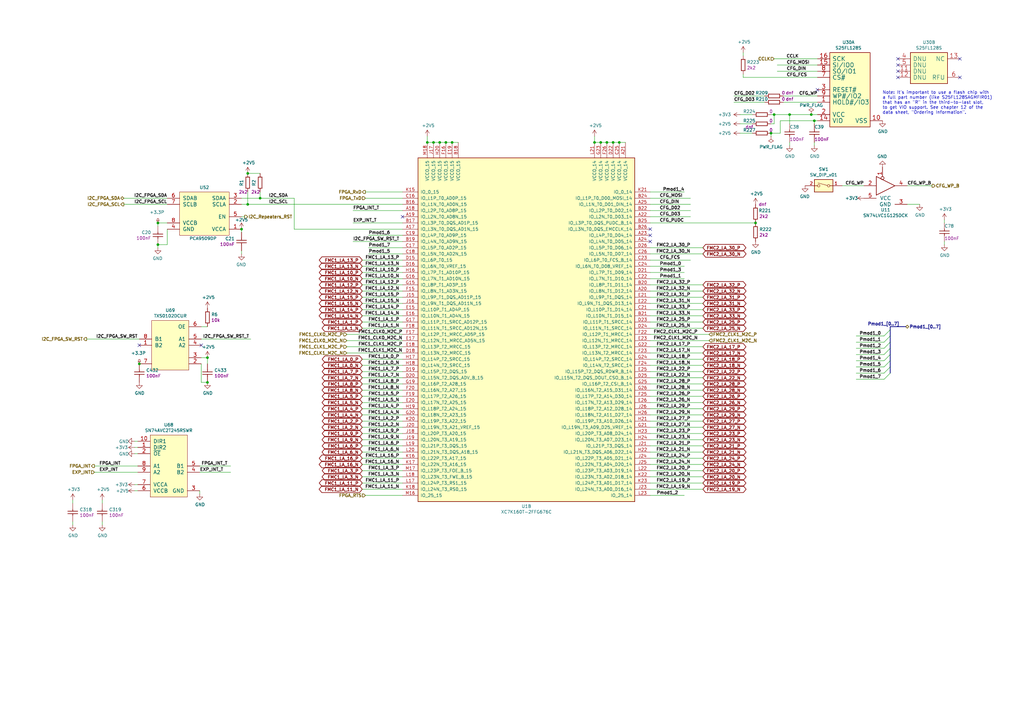
<source format=kicad_sch>
(kicad_sch (version 20211123) (generator eeschema)
  (paper "A3")
  (title_block (title "Marble") (date "2024-03-05") (rev "v1.4.2") (company "Michał Gąska / WUT") (comment 3 "BANK 13 & 14"))
  (lib_symbols
    (symbol "Analog_&_Interface:TCA9517DGKR" (pin_names (offset 1.27))
      (property "Reference" "IC" (at 10.16 1.27 0))
      (symbol "TCA9517DGKR_0_1"
        (pin power_in line (at -5.08 -15.24 0) (length 5.08) (name "VCCA") (number "1"))
        (pin bidirectional line (at -5.08 -5.08 0) (length 5.08) (name "SCLA") (number "2"))
        (pin bidirectional line (at -5.08 -2.54 0) (length 5.08) (name "SDAA") (number "3"))
        (pin power_in line (at 25.4 -15.24 180) (length 5.08) (name "GND") (number "4"))
        (pin input line (at -5.08 -10.16 0) (length 5.08) (name "EN") (number "5"))
        (pin bidirectional line (at 25.4 -2.54 180) (length 5.08) (name "SDAB") (number "6"))
        (pin bidirectional line (at 25.4 -5.08 180) (length 5.08) (name "SCLB") (number "7"))
        (pin power_in line (at 25.4 -12.7 180) (length 5.08) (name "VCCB") (number "8"))
      )
    )
    (symbol "Analog_&_Interface:TXS0102DCUR" (pin_names (offset 1.27))
      (property "Reference" "IC" (at 7.62 1.27 0))
      (symbol "TXS0102DCUR_0_1"
        (text "GND" (at 0.762 -17.78 0) (effects (font (size 1.27 1.27)) (justify left)))
        (text "VCCA" (at 0.762 -15.24 0) (effects (font (size 1.27 1.27)) (justify left)))
        (text "VCCB" (at 14.478 -17.78 0) (effects (font (size 1.27 1.27)) (justify right)))
        (pin bidirectional line (at 20.32 -10.16 180) (length 5.08) (name "B2") (number "1"))
        (pin power_in line (at -5.08 -17.78 0) (length 5.08) (name "GND") (number "2"))
        (pin power_in line (at -5.08 -15.24 0) (length 5.08) (name "Vcca") (number "3"))
        (pin bidirectional line (at -5.08 -10.16 0) (length 5.08) (name "A2") (number "4"))
        (pin bidirectional line (at -5.08 -7.62 0) (length 5.08) (name "A1") (number "5"))
        (pin input line (at -5.08 -2.54 0) (length 5.08) (name "OE") (number "6"))
        (pin power_in line (at 20.32 -17.78 180) (length 5.08) (name "Vccb") (number "7"))
        (pin bidirectional line (at 20.32 -7.62 180) (length 5.08) (name "B1") (number "8"))
      )
    )
    (symbol "Capacitors_SMD:CC0201_100NF_6.3V_10%_X5R" (pin_names (offset 1.27))
      (property "Reference" "C" (at 3.81 3.048 0))
      (property "Val" "100nF" (at 3.81 -3.048 0))
      (symbol "CC0201_100NF_6.3V_10%_X5R_0_1"
        (pin passive line (at 0 0 0) (length 2.54) (name "1") (number "1"))
        (pin passive line (at 7.62 0 180) (length 2.54) (name "2") (number "2"))
      )
    )
    (symbol "Resistors_SMD:R0402_0R_JUMPER" (pin_names (offset 1.27))
      (property "Reference" "R" (at 3.81 1.778 0))
      (property "Val" "0" (at 3.81 -1.778 0))
      (symbol "R0402_0R_JUMPER_0_1"
        (pin passive line (at 0 0 0) (length 1.524) (name "1") (number "1"))
        (pin passive line (at 7.62 0 180) (length 1.524) (name "2") (number "2"))
      )
    )
    (symbol "Resistors_SMD:R0402_10K_1%_0.0625W_100PPM" (pin_names (offset 1.27))
      (property "Reference" "R" (at 3.81 1.778 0))
      (property "Val" "10k" (at 3.81 -1.778 0))
      (symbol "R0402_10K_1%_0.0625W_100PPM_0_1"
        (text "1%" (at 3.81 0 0) (effects (font (size 0.635 0.635))))
        (pin passive line (at 0 0 0) (length 1.524) (name "1") (number "1"))
        (pin passive line (at 7.62 0 180) (length 1.524) (name "2") (number "2"))
      )
    )
    (symbol "Resistors_SMD:R0402_2K2_1%_0.0625W_100PPM" (pin_names (offset 1.27))
      (property "Reference" "R" (at 3.81 1.778 0))
      (property "Val" "2k2" (at 3.81 -1.778 0))
      (symbol "R0402_2K2_1%_0.0625W_100PPM_0_1"
        (text "1%" (at 3.81 0 0) (effects (font (size 0.635 0.635))))
        (pin passive line (at 0 0 0) (length 1.524) (name "1") (number "1"))
        (pin passive line (at 7.62 0 180) (length 1.524) (name "2") (number "2"))
      )
    )
    (symbol "SN74LVC1G125DCK-Standard_Logic_1" (pin_names (offset 1.524))
      (property "Reference" "IC" (at 5.08 -1.27 0))
      (property "Value" "SN74LVC1G125DCK-Standard_Logic_1" (at 5.08 -7.62 0))
      (symbol "SN74LVC1G125DCK-Standard_Logic_1_0_1"
        (pin input inverted (at 2.54 2.54 270) (length 5.08) (name "~{G}") (number "1"))
        (pin input line (at -5.08 -5.08 0) (length 5.08) (name "IN") (number "2"))
        (pin power_in line (at 12.7 -12.7 180) (length 5.08) (name "GND") (number "3"))
        (pin tri_state line (at 12.7 -5.08 180) (length 5.08) (name "OUT") (number "4"))
      )
      (symbol "SN74LVC1G125DCK-Standard_Logic_1_1_1"
        (pin input line (at -5.08 -10.16 0) (length 5.08) (name "VCC") (number "5"))
      )
    )
    (symbol "Standard_Logic:SN74AVC2T245RSWR" (pin_names (offset 1.27))
      (property "Reference" "IC" (at 7.62 1.27 0))
      (symbol "SN74AVC2T245RSWR_0_1"
        (pin input line (at -5.08 -5.08 0) (length 5.08) (name "DIR2") (number "1"))
        (pin input line (at -5.08 -2.54 0) (length 5.08) (name "DIR1") (number "10"))
        (pin input line (at -5.08 -7.62 0) (length 5.08) (name "~{OE}") (number "2"))
        (pin power_in line (at 20.32 -22.86 180) (length 5.08) (name "GND") (number "3"))
        (pin bidirectional line (at 20.32 -15.24 180) (length 5.08) (name "B2") (number "4"))
        (pin bidirectional line (at 20.32 -12.7 180) (length 5.08) (name "B1") (number "5"))
        (pin power_in line (at -5.08 -22.86 0) (length 5.08) (name "VCCB") (number "6"))
        (pin power_in line (at -5.08 -20.32 0) (length 5.08) (name "VCCA") (number "7"))
        (pin bidirectional line (at -5.08 -12.7 0) (length 5.08) (name "A1") (number "8"))
        (pin bidirectional line (at -5.08 -15.24 0) (length 5.08) (name "A2") (number "9"))
      )
    )
    (symbol "marble_misc:S25FL128S" (pin_names (offset 1.016))
      (property "Reference" "U" (at 1.27 3.81 0))
      (property "Value" "S25FL128S" (at 7.62 1.27 0))
      (symbol "S25FL128S_1_1"
        (pin bidirectional line (at -5.08 -20.32 0) (length 5.08) (name "HOLD#/IO3") (number "1"))
        (pin power_in line (at 21.59 -27.94 180) (length 5.08) (name "VSS") (number "10"))
        (pin power_in line (at -5.08 -27.94 0) (length 5.08) (name "VIO") (number "14"))
        (pin bidirectional line (at -5.08 -5.08 0) (length 5.08) (name "SI/IO0") (number "15"))
        (pin input line (at -5.08 -2.54 0) (length 5.08) (name "SCK") (number "16"))
        (pin power_in line (at -5.08 -25.4 0) (length 5.08) (name "VCC") (number "2"))
        (pin input line (at -5.08 -15.24 0) (length 5.08) (name "RESET#") (number "3"))
        (pin input line (at -5.08 -10.16 0) (length 5.08) (name "CS#") (number "7"))
        (pin bidirectional line (at -5.08 -7.62 0) (length 5.08) (name "SO/IO1") (number "8"))
        (pin bidirectional line (at -5.08 -17.78 0) (length 5.08) (name "WP#/IO2") (number "9"))
      )
      (symbol "S25FL128S_2_1"
        (pin passive line (at -5.08 -7.62 0) (length 5.08) (name "DNU") (number "11"))
        (pin passive line (at -5.08 -10.16 0) (length 5.08) (name "DNU") (number "12"))
        (pin passive line (at 20.32 -2.54 180) (length 5.08) (name "NC") (number "13"))
        (pin passive line (at -5.08 -2.54 0) (length 5.08) (name "DNU") (number "4"))
        (pin passive line (at -5.08 -5.08 0) (length 5.08) (name "DNU") (number "5"))
        (pin passive line (at 20.32 -10.16 180) (length 5.08) (name "RFU") (number "6"))
      )
    )
    (symbol "marble_misc:SN74LVC1G125DCK-Standard_Logic" (pin_names (offset 1.524))
      (property "Reference" "IC" (at 5.08 -1.27 0))
      (property "Value" "SN74LVC1G125DCK-Standard_Logic" (at 5.08 -7.62 0))
      (symbol "SN74LVC1G125DCK-Standard_Logic_0_1"
        (pin input inverted (at 2.54 2.54 270) (length 5.08) (name "~{G}") (number "1"))
        (pin input line (at -5.08 -5.08 0) (length 5.08) (name "IN") (number "2"))
        (pin power_in line (at 12.7 -12.7 180) (length 5.08) (name "GND") (number "3"))
        (pin tri_state line (at 12.7 -5.08 180) (length 5.08) (name "OUT") (number "4"))
      )
      (symbol "SN74LVC1G125DCK-Standard_Logic_1_1"
        (pin input line (at -5.08 -10.16 0) (length 5.08) (name "VCC") (number "5"))
      )
    )
    (symbol "marble_misc:SW_DIP_x01-Switch" (pin_names (offset 0) hide)
      (property "Reference" "SW" (at 0 3.81 0))
      (property "Value" "SW_DIP_x01-Switch" (at 0 -3.81 0))
      (symbol "SW_DIP_x01-Switch_1_1"
        (pin passive line (at -7.62 0 0) (length 5.08) (name "~") (number "1"))
        (pin passive line (at 7.62 0 180) (length 5.08) (name "~") (number "2"))
      )
    )
    (symbol "marble_misc:XC7K160T-FFG676" (pin_names (offset 1.016))
      (property "Reference" "U" (at 0 1.27 0))
      (property "Value" "XC7K160T-FFG676" (at 0 -1.27 0))
      (symbol "XC7K160T-FFG676_1_1"
        (pin power_in line (at -40.64 73.66 270) (length 6.35) (name "VCCO_12") (number "AA21"))
        (pin bidirectional line (at -50.8 -12.7 0) (length 6.35) (name "IO_L13N_T2_MRCC_12") (number "AA22"))
        (pin bidirectional line (at -50.8 0 0) (length 6.35) (name "IO_L11P_T1_SRCC_12") (number "AA23"))
        (pin bidirectional line (at -50.8 -7.62 0) (length 6.35) (name "IO_L12N_T1_MRCC_12") (number "AA24"))
        (pin bidirectional line (at -50.8 20.32 0) (length 6.35) (name "IO_L7P_T1_12") (number "AA25"))
        (pin bidirectional line (at -50.8 -35.56 0) (length 6.35) (name "IO_L18P_T2_12") (number "AB21"))
        (pin bidirectional line (at -50.8 -30.48 0) (length 6.35) (name "IO_L17P_T2_12") (number "AB22"))
        (pin bidirectional line (at -50.8 -2.54 0) (length 6.35) (name "IO_L11N_T1_SRCC_12") (number "AB24"))
        (pin bidirectional line (at -50.8 17.78 0) (length 6.35) (name "IO_L7N_T1_12") (number "AB25"))
        (pin bidirectional line (at -50.8 10.16 0) (length 6.35) (name "IO_L9P_T1_DQS_12") (number "AB26"))
        (pin bidirectional line (at -50.8 -38.1 0) (length 6.35) (name "IO_L18N_T2_12") (number "AC21"))
        (pin bidirectional line (at -50.8 -33.02 0) (length 6.35) (name "IO_L17N_T2_12") (number "AC22"))
        (pin bidirectional line (at -50.8 -15.24 0) (length 6.35) (name "IO_L14P_T2_SRCC_12") (number "AC23"))
        (pin bidirectional line (at -50.8 -17.78 0) (length 6.35) (name "IO_L14N_T2_SRCC_12") (number "AC24"))
        (pin power_in line (at -38.1 73.66 270) (length 6.35) (name "VCCO_12") (number "AC25"))
        (pin bidirectional line (at -50.8 7.62 0) (length 6.35) (name "IO_L9N_T1_DQS_12") (number "AC26"))
        (pin bidirectional line (at -50.8 -40.64 0) (length 6.35) (name "IO_L19P_T3_12") (number "AD21"))
        (pin power_in line (at -35.56 73.66 270) (length 6.35) (name "VCCO_12") (number "AD22"))
        (pin bidirectional line (at -50.8 -25.4 0) (length 6.35) (name "IO_L16P_T2_12") (number "AD23"))
        (pin bidirectional line (at -50.8 -27.94 0) (length 6.35) (name "IO_L16N_T2_12") (number "AD24"))
        (pin bidirectional line (at -50.8 -60.96 0) (length 6.35) (name "IO_L23P_T3_12") (number "AD25"))
        (pin bidirectional line (at -50.8 -50.8 0) (length 6.35) (name "IO_L21P_T3_DQS_12") (number "AD26"))
        (pin bidirectional line (at -50.8 -43.18 0) (length 6.35) (name "IO_L19N_T3_VREF_12") (number "AE21"))
        (pin bidirectional line (at -50.8 -66.04 0) (length 6.35) (name "IO_L24P_T3_12") (number "AE22"))
        (pin bidirectional line (at -50.8 -55.88 0) (length 6.35) (name "IO_L22P_T3_12") (number "AE23"))
        (pin bidirectional line (at -50.8 -63.5 0) (length 6.35) (name "IO_L23N_T3_12") (number "AE25"))
        (pin bidirectional line (at -50.8 -53.34 0) (length 6.35) (name "IO_L21N_T3_DQS_12") (number "AE26"))
        (pin bidirectional line (at -50.8 -68.58 0) (length 6.35) (name "IO_L24N_T3_12") (number "AF22"))
        (pin bidirectional line (at -50.8 -58.42 0) (length 6.35) (name "IO_L22N_T3_12") (number "AF23"))
        (pin bidirectional line (at -50.8 -45.72 0) (length 6.35) (name "IO_L20P_T3_12") (number "AF24"))
        (pin bidirectional line (at -50.8 -48.26 0) (length 6.35) (name "IO_L20N_T3_12") (number "AF25"))
        (pin power_in line (at -33.02 73.66 270) (length 6.35) (name "VCCO_12") (number "AF26"))
        (pin power_in line (at 27.94 73.66 270) (length 6.35) (name "VCCO_13") (number "K24"))
        (pin bidirectional line (at 50.8 50.8 180) (length 6.35) (name "IO_L1P_T0_13") (number "K25"))
        (pin bidirectional line (at 50.8 48.26 180) (length 6.35) (name "IO_L1N_T0_13") (number "K26"))
        (pin bidirectional line (at 50.8 12.7 180) (length 6.35) (name "IO_L8N_T1_13") (number "L24"))
        (pin bidirectional line (at 50.8 38.1 180) (length 6.35) (name "IO_L3N_T0_DQS_13") (number "L25"))
        (pin bidirectional line (at 50.8 -58.42 180) (length 6.35) (name "IO_L22N_T3_13") (number "M19"))
        (pin bidirectional line (at 50.8 17.78 180) (length 6.35) (name "IO_L7N_T1_13") (number "M20"))
        (pin bidirectional line (at 50.8 5.08 180) (length 6.35) (name "IO_L10P_T1_13") (number "M21"))
        (pin bidirectional line (at 50.8 2.54 180) (length 6.35) (name "IO_L10N_T1_13") (number "M22"))
        (pin bidirectional line (at 50.8 15.24 180) (length 6.35) (name "IO_L8P_T1_13") (number "M24"))
        (pin bidirectional line (at 50.8 40.64 180) (length 6.35) (name "IO_L3P_T0_DQS_13") (number "M25"))
        (pin bidirectional line (at 50.8 27.94 180) (length 6.35) (name "IO_L5N_T0_13") (number "M26"))
        (pin bidirectional line (at 50.8 53.34 180) (length 6.35) (name "IO_0_13") (number "N16"))
        (pin bidirectional line (at 50.8 -48.26 180) (length 6.35) (name "IO_L20N_T3_13") (number "N17"))
        (pin bidirectional line (at 50.8 -55.88 180) (length 6.35) (name "IO_L22P_T3_13") (number "N18"))
        (pin bidirectional line (at 50.8 20.32 180) (length 6.35) (name "IO_L7P_T1_13") (number "N19"))
        (pin bidirectional line (at 50.8 -5.08 180) (length 6.35) (name "IO_L12P_T1_MRCC_13") (number "N21"))
        (pin bidirectional line (at 50.8 -7.62 180) (length 6.35) (name "IO_L12N_T1_MRCC_13") (number "N22"))
        (pin bidirectional line (at 50.8 -2.54 180) (length 6.35) (name "IO_L11N_T1_SRCC_13") (number "N23"))
        (pin bidirectional line (at 50.8 33.02 180) (length 6.35) (name "IO_L4N_T0_13") (number "N24"))
        (pin power_in line (at 30.48 73.66 270) (length 6.35) (name "VCCO_13") (number "N25"))
        (pin bidirectional line (at 50.8 30.48 180) (length 6.35) (name "IO_L5P_T0_13") (number "N26"))
        (pin bidirectional line (at 50.8 -45.72 180) (length 6.35) (name "IO_L20P_T3_13") (number "P16"))
        (pin bidirectional line (at 50.8 -68.58 180) (length 6.35) (name "IO_L24N_T3_13") (number "P18"))
        (pin bidirectional line (at 50.8 10.16 180) (length 6.35) (name "IO_L9P_T1_DQS_13") (number "P19"))
        (pin bidirectional line (at 50.8 7.62 180) (length 6.35) (name "IO_L9N_T1_DQS_13") (number "P20"))
        (pin bidirectional line (at 50.8 -12.7 180) (length 6.35) (name "IO_L13N_T2_MRCC_13") (number "P21"))
        (pin power_in line (at 33.02 73.66 270) (length 6.35) (name "VCCO_13") (number "P22"))
        (pin bidirectional line (at 50.8 0 180) (length 6.35) (name "IO_L11P_T1_SRCC_13") (number "P23"))
        (pin bidirectional line (at 50.8 35.56 180) (length 6.35) (name "IO_L4P_T0_13") (number "P24"))
        (pin bidirectional line (at 50.8 22.86 180) (length 6.35) (name "IO_L6N_T0_VREF_13") (number "P25"))
        (pin bidirectional line (at 50.8 43.18 180) (length 6.35) (name "IO_L2N_T0_13") (number "P26"))
        (pin bidirectional line (at 50.8 -50.8 180) (length 6.35) (name "IO_L21P_T3_DQS_13") (number "R16"))
        (pin bidirectional line (at 50.8 -53.34 180) (length 6.35) (name "IO_L21N_T3_DQS_13") (number "R17"))
        (pin bidirectional line (at 50.8 -66.04 180) (length 6.35) (name "IO_L24P_T3_13") (number "R18"))
        (pin power_in line (at 35.56 73.66 270) (length 6.35) (name "VCCO_13") (number "R19"))
        (pin bidirectional line (at 50.8 -27.94 180) (length 6.35) (name "IO_L16N_T2_13") (number "R20"))
        (pin bidirectional line (at 50.8 -10.16 180) (length 6.35) (name "IO_L13P_T2_MRCC_13") (number "R21"))
        (pin bidirectional line (at 50.8 -15.24 180) (length 6.35) (name "IO_L14P_T2_SRCC_13") (number "R22"))
        (pin bidirectional line (at 50.8 -17.78 180) (length 6.35) (name "IO_L14N_T2_SRCC_13") (number "R23"))
        (pin bidirectional line (at 50.8 25.4 180) (length 6.35) (name "IO_L6P_T0_13") (number "R25"))
        (pin bidirectional line (at 50.8 45.72 180) (length 6.35) (name "IO_L2P_T0_13") (number "R26"))
        (pin power_in line (at 38.1 73.66 270) (length 6.35) (name "VCCO_13") (number "T16"))
        (pin bidirectional line (at 50.8 -63.5 180) (length 6.35) (name "IO_L23N_T3_13") (number "T17"))
        (pin bidirectional line (at 50.8 -40.64 180) (length 6.35) (name "IO_L19P_T3_13") (number "T18"))
        (pin bidirectional line (at 50.8 -43.18 180) (length 6.35) (name "IO_L19N_T3_VREF_13") (number "T19"))
        (pin bidirectional line (at 50.8 -25.4 180) (length 6.35) (name "IO_L16P_T2_13") (number "T20"))
        (pin bidirectional line (at 50.8 -30.48 180) (length 6.35) (name "IO_L17P_T2_13") (number "T22"))
        (pin bidirectional line (at 50.8 -33.02 180) (length 6.35) (name "IO_L17N_T2_13") (number "T23"))
        (pin bidirectional line (at 50.8 -20.32 180) (length 6.35) (name "IO_L15P_T2_DQS_13") (number "T24"))
        (pin bidirectional line (at 50.8 -22.86 180) (length 6.35) (name "IO_L15N_T2_DQS_13") (number "T25"))
        (pin power_in line (at 40.64 73.66 270) (length 6.35) (name "VCCO_13") (number "T26"))
        (pin bidirectional line (at 50.8 -71.12 180) (length 6.35) (name "IO_25_13") (number "U16"))
        (pin bidirectional line (at 50.8 -60.96 180) (length 6.35) (name "IO_L23P_T3_13") (number "U17"))
        (pin bidirectional line (at 50.8 -35.56 180) (length 6.35) (name "IO_L18P_T2_13") (number "U19"))
        (pin bidirectional line (at 50.8 -38.1 180) (length 6.35) (name "IO_L18N_T2_13") (number "U20"))
        (pin bidirectional line (at -50.8 53.34 0) (length 6.35) (name "IO_0_12") (number "U21"))
        (pin bidirectional line (at -50.8 50.8 0) (length 6.35) (name "IO_L1P_T0_12") (number "U22"))
        (pin power_in line (at -30.48 73.66 270) (length 6.35) (name "VCCO_12") (number "U23"))
        (pin bidirectional line (at -50.8 45.72 0) (length 6.35) (name "IO_L2P_T0_12") (number "U24"))
        (pin bidirectional line (at -50.8 43.18 0) (length 6.35) (name "IO_L2N_T0_12") (number "U25"))
        (pin bidirectional line (at -50.8 35.56 0) (length 6.35) (name "IO_L4P_T0_12") (number "U26"))
        (pin power_in line (at -27.94 73.66 270) (length 6.35) (name "VCCO_12") (number "V20"))
        (pin bidirectional line (at -50.8 25.4 0) (length 6.35) (name "IO_L6P_T0_12") (number "V21"))
        (pin bidirectional line (at -50.8 48.26 0) (length 6.35) (name "IO_L1N_T0_12") (number "V22"))
        (pin bidirectional line (at -50.8 40.64 0) (length 6.35) (name "IO_L3P_T0_DQS_12") (number "V23"))
        (pin bidirectional line (at -50.8 38.1 0) (length 6.35) (name "IO_L3N_T0_DQS_12") (number "V24"))
        (pin bidirectional line (at -50.8 33.02 0) (length 6.35) (name "IO_L4N_T0_12") (number "V26"))
        (pin bidirectional line (at -50.8 -20.32 0) (length 6.35) (name "IO_L15P_T2_DQS_12") (number "W20"))
        (pin bidirectional line (at -50.8 22.86 0) (length 6.35) (name "IO_L6N_T0_VREF_12") (number "W21"))
        (pin bidirectional line (at -50.8 15.24 0) (length 6.35) (name "IO_L8P_T1_12") (number "W23"))
        (pin bidirectional line (at -50.8 12.7 0) (length 6.35) (name "IO_L8N_T1_12") (number "W24"))
        (pin bidirectional line (at -50.8 30.48 0) (length 6.35) (name "IO_L5P_T0_12") (number "W25"))
        (pin bidirectional line (at -50.8 27.94 0) (length 6.35) (name "IO_L5N_T0_12") (number "W26"))
        (pin bidirectional line (at -50.8 -71.12 0) (length 6.35) (name "IO_25_12") (number "Y20"))
        (pin bidirectional line (at -50.8 -22.86 0) (length 6.35) (name "IO_L15N_T2_DQS_12") (number "Y21"))
        (pin bidirectional line (at -50.8 -10.16 0) (length 6.35) (name "IO_L13P_T2_MRCC_12") (number "Y22"))
        (pin bidirectional line (at -50.8 -5.08 0) (length 6.35) (name "IO_L12P_T1_MRCC_12") (number "Y23"))
        (pin power_in line (at -25.4 73.66 270) (length 6.35) (name "VCCO_12") (number "Y24"))
        (pin bidirectional line (at -50.8 5.08 0) (length 6.35) (name "IO_L10P_T1_12") (number "Y25"))
        (pin bidirectional line (at -50.8 2.54 0) (length 6.35) (name "IO_L10N_T1_12") (number "Y26"))
      )
      (symbol "XC7K160T-FFG676_2_1"
        (pin bidirectional line (at 50.8 38.1 180) (length 6.35) (name "IO_L3N_T0_DQS_AD1N_15") (number "A17"))
        (pin bidirectional line (at 50.8 45.72 180) (length 6.35) (name "IO_L2P_T0_AD8P_15") (number "A18"))
        (pin bidirectional line (at 50.8 43.18 180) (length 6.35) (name "IO_L2N_T0_AD8N_15") (number "A19"))
        (pin bidirectional line (at -50.8 12.7 0) (length 6.35) (name "IO_L8N_T1_D12_14") (number "A20"))
        (pin power_in line (at -40.64 73.66 270) (length 6.35) (name "VCCO_14") (number "A21"))
        (pin bidirectional line (at -50.8 43.18 0) (length 6.35) (name "IO_L2N_T0_D03_14") (number "A22"))
        (pin bidirectional line (at -50.8 35.56 0) (length 6.35) (name "IO_L4P_T0_D04_14") (number "A23"))
        (pin bidirectional line (at -50.8 33.02 0) (length 6.35) (name "IO_L4N_T0_D05_14") (number "A24"))
        (pin bidirectional line (at -50.8 48.26 0) (length 6.35) (name "IO_L1N_T0_D01_DIN_14") (number "A25"))
        (pin bidirectional line (at 50.8 48.26 180) (length 6.35) (name "IO_L1N_T0_AD0N_15") (number "B16"))
        (pin bidirectional line (at 50.8 40.64 180) (length 6.35) (name "IO_L3P_T0_DQS_AD1P_15") (number "B17"))
        (pin power_in line (at 27.94 73.66 270) (length 6.35) (name "VCCO_15") (number "B18"))
        (pin bidirectional line (at 50.8 33.02 180) (length 6.35) (name "IO_L4N_T0_AD9N_15") (number "B19"))
        (pin bidirectional line (at -50.8 15.24 0) (length 6.35) (name "IO_L8P_T1_D11_14") (number "B20"))
        (pin bidirectional line (at -50.8 2.54 0) (length 6.35) (name "IO_L10N_T1_D15_14") (number "B21"))
        (pin bidirectional line (at -50.8 45.72 0) (length 6.35) (name "IO_L2P_T0_D02_14") (number "B22"))
        (pin bidirectional line (at -50.8 50.8 0) (length 6.35) (name "IO_L1P_T0_D00_MOSI_14") (number "B24"))
        (pin bidirectional line (at -50.8 40.64 0) (length 6.35) (name "IO_L3P_T0_DQS_PUDC_B_14") (number "B25"))
        (pin bidirectional line (at -50.8 38.1 0) (length 6.35) (name "IO_L3N_T0_DQS_EMCCLK_14") (number "B26"))
        (pin bidirectional line (at 50.8 50.8 180) (length 6.35) (name "IO_L1P_T0_AD0P_15") (number "C16"))
        (pin bidirectional line (at 50.8 30.48 180) (length 6.35) (name "IO_L5P_T0_AD2P_15") (number "C17"))
        (pin bidirectional line (at 50.8 27.94 180) (length 6.35) (name "IO_L5N_T0_AD2N_15") (number "C18"))
        (pin bidirectional line (at 50.8 35.56 180) (length 6.35) (name "IO_L4P_T0_AD9P_15") (number "C19"))
        (pin bidirectional line (at -50.8 5.08 0) (length 6.35) (name "IO_L10P_T1_D14_14") (number "C21"))
        (pin bidirectional line (at -50.8 17.78 0) (length 6.35) (name "IO_L7N_T1_D10_14") (number "C22"))
        (pin bidirectional line (at -50.8 25.4 0) (length 6.35) (name "IO_L6P_T0_FCS_B_14") (number "C23"))
        (pin bidirectional line (at -50.8 22.86 0) (length 6.35) (name "IO_L6N_T0_D08_VREF_14") (number "C24"))
        (pin power_in line (at -38.1 73.66 270) (length 6.35) (name "VCCO_14") (number "C25"))
        (pin bidirectional line (at -50.8 27.94 0) (length 6.35) (name "IO_L5N_T0_D07_14") (number "C26"))
        (pin bidirectional line (at 50.8 25.4 180) (length 6.35) (name "IO_L6P_T0_15") (number "D15"))
        (pin bidirectional line (at 50.8 22.86 180) (length 6.35) (name "IO_L6N_T0_VREF_15") (number "D16"))
        (pin bidirectional line (at 50.8 -12.7 180) (length 6.35) (name "IO_L13N_T2_MRCC_15") (number "D18"))
        (pin bidirectional line (at 50.8 -20.32 180) (length 6.35) (name "IO_L15P_T2_DQS_15") (number "D19"))
        (pin bidirectional line (at 50.8 -22.86 180) (length 6.35) (name "IO_L15N_T2_DQS_ADV_B_15") (number "D20"))
        (pin bidirectional line (at -50.8 20.32 0) (length 6.35) (name "IO_L7P_T1_D09_14") (number "D21"))
        (pin power_in line (at -35.56 73.66 270) (length 6.35) (name "VCCO_14") (number "D22"))
        (pin bidirectional line (at -50.8 0 0) (length 6.35) (name "IO_L11P_T1_SRCC_14") (number "D23"))
        (pin bidirectional line (at -50.8 -2.54 0) (length 6.35) (name "IO_L11N_T1_SRCC_14") (number "D24"))
        (pin bidirectional line (at -50.8 -22.86 0) (length 6.35) (name "IO_L15N_T2_DQS_DOUT_CSO_B_14") (number "D25"))
        (pin bidirectional line (at -50.8 30.48 0) (length 6.35) (name "IO_L5P_T0_D06_14") (number "D26"))
        (pin bidirectional line (at 50.8 5.08 180) (length 6.35) (name "IO_L10P_T1_AD4P_15") (number "E15"))
        (pin bidirectional line (at 50.8 2.54 180) (length 6.35) (name "IO_L10N_T1_AD4N_15") (number "E16"))
        (pin bidirectional line (at 50.8 -7.62 180) (length 6.35) (name "IO_L12N_T1_MRCC_AD5N_15") (number "E17"))
        (pin bidirectional line (at 50.8 -10.16 180) (length 6.35) (name "IO_L13P_T2_MRCC_15") (number "E18"))
        (pin power_in line (at 30.48 73.66 270) (length 6.35) (name "VCCO_15") (number "E19"))
        (pin bidirectional line (at 50.8 -33.02 180) (length 6.35) (name "IO_L17N_T2_A25_15") (number "E20"))
        (pin bidirectional line (at -50.8 10.16 0) (length 6.35) (name "IO_L9P_T1_DQS_14") (number "E21"))
        (pin bidirectional line (at -50.8 7.62 0) (length 6.35) (name "IO_L9N_T1_DQS_D13_14") (number "E22"))
        (pin bidirectional line (at -50.8 -7.62 0) (length 6.35) (name "IO_L12N_T1_MRCC_14") (number "E23"))
        (pin bidirectional line (at -50.8 -20.32 0) (length 6.35) (name "IO_L15P_T2_DQS_RDWR_B_14") (number "E25"))
        (pin bidirectional line (at -50.8 -33.02 0) (length 6.35) (name "IO_L17N_T2_A13_D29_14") (number "E26"))
        (pin bidirectional line (at 50.8 12.7 180) (length 6.35) (name "IO_L8N_T1_AD3N_15") (number "F15"))
        (pin power_in line (at 33.02 73.66 270) (length 6.35) (name "VCCO_15") (number "F16"))
        (pin bidirectional line (at 50.8 -5.08 180) (length 6.35) (name "IO_L12P_T1_MRCC_AD5P_15") (number "F17"))
        (pin bidirectional line (at 50.8 -2.54 180) (length 6.35) (name "IO_L11N_T1_SRCC_AD12N_15") (number "F18"))
        (pin bidirectional line (at 50.8 -30.48 180) (length 6.35) (name "IO_L17P_T2_A26_15") (number "F19"))
        (pin bidirectional line (at 50.8 -27.94 180) (length 6.35) (name "IO_L16N_T2_A27_15") (number "F20"))
        (pin bidirectional line (at -50.8 -5.08 0) (length 6.35) (name "IO_L12P_T1_MRCC_14") (number "F22"))
        (pin bidirectional line (at -50.8 -12.7 0) (length 6.35) (name "IO_L13N_T2_MRCC_14") (number "F23"))
        (pin bidirectional line (at -50.8 -17.78 0) (length 6.35) (name "IO_L14N_T2_SRCC_14") (number "F24"))
        (pin bidirectional line (at -50.8 -30.48 0) (length 6.35) (name "IO_L17P_T2_A14_D30_14") (number "F25"))
        (pin power_in line (at -33.02 73.66 270) (length 6.35) (name "VCCO_14") (number "F26"))
        (pin bidirectional line (at 50.8 15.24 180) (length 6.35) (name "IO_L8P_T1_AD3P_15") (number "G15"))
        (pin bidirectional line (at 50.8 17.78 180) (length 6.35) (name "IO_L7N_T1_AD10N_15") (number "G16"))
        (pin bidirectional line (at 50.8 0 180) (length 6.35) (name "IO_L11P_T1_SRCC_AD12P_15") (number "G17"))
        (pin bidirectional line (at 50.8 -25.4 180) (length 6.35) (name "IO_L16P_T2_A28_15") (number "G19"))
        (pin bidirectional line (at 50.8 -38.1 180) (length 6.35) (name "IO_L18N_T2_A23_15") (number "G20"))
        (pin bidirectional line (at -50.8 -43.18 0) (length 6.35) (name "IO_L19N_T3_A09_D25_VREF_14") (number "G21"))
        (pin bidirectional line (at -50.8 -10.16 0) (length 6.35) (name "IO_L13P_T2_MRCC_14") (number "G22"))
        (pin power_in line (at -30.48 73.66 270) (length 6.35) (name "VCCO_14") (number "G23"))
        (pin bidirectional line (at -50.8 -15.24 0) (length 6.35) (name "IO_L14P_T2_SRCC_14") (number "G24"))
        (pin bidirectional line (at -50.8 -25.4 0) (length 6.35) (name "IO_L16P_T2_CSI_B_14") (number "G25"))
        (pin bidirectional line (at -50.8 -27.94 0) (length 6.35) (name "IO_L16N_T2_A15_D31_14") (number "G26"))
        (pin bidirectional line (at 50.8 20.32 180) (length 6.35) (name "IO_L7P_T1_AD10P_15") (number "H16"))
        (pin bidirectional line (at 50.8 -15.24 180) (length 6.35) (name "IO_L14P_T2_SRCC_15") (number "H17"))
        (pin bidirectional line (at 50.8 -17.78 180) (length 6.35) (name "IO_L14N_T2_SRCC_15") (number "H18"))
        (pin bidirectional line (at 50.8 -35.56 180) (length 6.35) (name "IO_L18P_T2_A24_15") (number "H19"))
        (pin power_in line (at 35.56 73.66 270) (length 6.35) (name "VCCO_15") (number "H20"))
        (pin bidirectional line (at -50.8 -40.64 0) (length 6.35) (name "IO_L19P_T3_A10_D26_14") (number "H21"))
        (pin bidirectional line (at -50.8 -53.34 0) (length 6.35) (name "IO_L21N_T3_DQS_A06_D22_14") (number "H22"))
        (pin bidirectional line (at -50.8 -45.72 0) (length 6.35) (name "IO_L20P_T3_A08_D24_14") (number "H23"))
        (pin bidirectional line (at -50.8 -48.26 0) (length 6.35) (name "IO_L20N_T3_A07_D23_14") (number "H24"))
        (pin bidirectional line (at -50.8 -38.1 0) (length 6.35) (name "IO_L18N_T2_A11_D27_14") (number "H26"))
        (pin bidirectional line (at 50.8 10.16 180) (length 6.35) (name "IO_L9P_T1_DQS_AD11P_15") (number "J15"))
        (pin bidirectional line (at 50.8 7.62 180) (length 6.35) (name "IO_L9N_T1_DQS_AD11N_15") (number "J16"))
        (pin power_in line (at 38.1 73.66 270) (length 6.35) (name "VCCO_15") (number "J17"))
        (pin bidirectional line (at 50.8 -45.72 180) (length 6.35) (name "IO_L20P_T3_A20_15") (number "J18"))
        (pin bidirectional line (at 50.8 -48.26 180) (length 6.35) (name "IO_L20N_T3_A19_15") (number "J19"))
        (pin bidirectional line (at 50.8 -43.18 180) (length 6.35) (name "IO_L19N_T3_A21_VREF_15") (number "J20"))
        (pin bidirectional line (at -50.8 -50.8 0) (length 6.35) (name "IO_L21P_T3_DQS_14") (number "J21"))
        (pin bidirectional line (at -50.8 -68.58 0) (length 6.35) (name "IO_L24N_T3_A00_D16_14") (number "J23"))
        (pin bidirectional line (at -50.8 -55.88 0) (length 6.35) (name "IO_L22P_T3_A05_D21_14") (number "J24"))
        (pin bidirectional line (at -50.8 -58.42 0) (length 6.35) (name "IO_L22N_T3_A04_D20_14") (number "J25"))
        (pin bidirectional line (at -50.8 -35.56 0) (length 6.35) (name "IO_L18P_T2_A12_D28_14") (number "J26"))
        (pin bidirectional line (at 50.8 53.34 180) (length 6.35) (name "IO_0_15") (number "K15"))
        (pin bidirectional line (at 50.8 -55.88 180) (length 6.35) (name "IO_L22P_T3_A17_15") (number "K16"))
        (pin bidirectional line (at 50.8 -58.42 180) (length 6.35) (name "IO_L22N_T3_A16_15") (number "K17"))
        (pin bidirectional line (at 50.8 -68.58 180) (length 6.35) (name "IO_L24N_T3_RS0_15") (number "K18"))
        (pin bidirectional line (at 50.8 -40.64 180) (length 6.35) (name "IO_L19P_T3_A22_15") (number "K20"))
        (pin bidirectional line (at -50.8 53.34 0) (length 6.35) (name "IO_0_14") (number "K21"))
        (pin bidirectional line (at -50.8 -63.5 0) (length 6.35) (name "IO_L23N_T3_A02_D18_14") (number "K22"))
        (pin bidirectional line (at -50.8 -66.04 0) (length 6.35) (name "IO_L24P_T3_A01_D17_14") (number "K23"))
        (pin bidirectional line (at 50.8 -66.04 180) (length 6.35) (name "IO_L24P_T3_RS1_15") (number "L17"))
        (pin bidirectional line (at 50.8 -63.5 180) (length 6.35) (name "IO_L23N_T3_FWE_B_15") (number "L18"))
        (pin bidirectional line (at 50.8 -50.8 180) (length 6.35) (name "IO_L21P_T3_DQS_15") (number "L19"))
        (pin bidirectional line (at 50.8 -53.34 180) (length 6.35) (name "IO_L21N_T3_DQS_A18_15") (number "L20"))
        (pin power_in line (at -27.94 73.66 270) (length 6.35) (name "VCCO_14") (number "L21"))
        (pin bidirectional line (at -50.8 -60.96 0) (length 6.35) (name "IO_L23P_T3_A03_D19_14") (number "L22"))
        (pin bidirectional line (at -50.8 -71.12 0) (length 6.35) (name "IO_25_14") (number "L23"))
        (pin bidirectional line (at 50.8 -71.12 180) (length 6.35) (name "IO_25_15") (number "M16"))
        (pin bidirectional line (at 50.8 -60.96 180) (length 6.35) (name "IO_L23P_T3_FOE_B_15") (number "M17"))
        (pin power_in line (at 40.64 73.66 270) (length 6.35) (name "VCCO_15") (number "M18"))
      )
      (symbol "XC7K160T-FFG676_3_1"
        (pin bidirectional line (at -50.8 -58.42 0) (length 6.35) (name "IO_L22N_T3_16") (number "A10"))
        (pin power_in line (at -40.64 73.66 270) (length 6.35) (name "VCCO_16") (number "A11"))
        (pin bidirectional line (at -50.8 -68.58 0) (length 6.35) (name "IO_L24N_T3_16") (number "A12"))
        (pin bidirectional line (at -50.8 -66.04 0) (length 6.35) (name "IO_L24P_T3_16") (number "A13"))
        (pin bidirectional line (at -50.8 -53.34 0) (length 6.35) (name "IO_L21N_T3_DQS_16") (number "A14"))
        (pin bidirectional line (at -50.8 -63.5 0) (length 6.35) (name "IO_L23N_T3_16") (number "A15"))
        (pin bidirectional line (at -50.8 7.62 0) (length 6.35) (name "IO_L9N_T1_DQS_16") (number "A8"))
        (pin bidirectional line (at -50.8 10.16 0) (length 6.35) (name "IO_L9P_T1_DQS_16") (number "A9"))
        (pin bidirectional line (at 50.8 20.32 180) (length 6.35) (name "IO_L7P_T1_32") (number "AA14"))
        (pin bidirectional line (at 50.8 17.78 180) (length 6.35) (name "IO_L7N_T1_32") (number "AA15"))
        (pin bidirectional line (at 50.8 0 180) (length 6.35) (name "IO_L11P_T1_SRCC_32") (number "AA17"))
        (pin bidirectional line (at 50.8 -2.54 180) (length 6.35) (name "IO_L11N_T1_SRCC_32") (number "AA18"))
        (pin bidirectional line (at 50.8 -25.4 180) (length 6.35) (name "IO_L16P_T2_32") (number "AA19"))
        (pin bidirectional line (at 50.8 -27.94 180) (length 6.35) (name "IO_L16N_T2_32") (number "AA20"))
        (pin bidirectional line (at 50.8 5.08 180) (length 6.35) (name "IO_L10P_T1_32") (number "AB14"))
        (pin bidirectional line (at 50.8 2.54 180) (length 6.35) (name "IO_L10N_T1_32") (number "AB15"))
        (pin bidirectional line (at 50.8 -5.08 180) (length 6.35) (name "IO_L12P_T1_MRCC_32") (number "AB16"))
        (pin bidirectional line (at 50.8 -15.24 180) (length 6.35) (name "IO_L14P_T2_SRCC_32") (number "AB17"))
        (pin power_in line (at 27.94 73.66 270) (length 6.35) (name "VCCO_32") (number "AB18"))
        (pin bidirectional line (at 50.8 -35.56 180) (length 6.35) (name "IO_L18P_T2_32") (number "AB19"))
        (pin bidirectional line (at 50.8 -38.1 180) (length 6.35) (name "IO_L18N_T2_32") (number "AB20"))
        (pin bidirectional line (at 50.8 15.24 180) (length 6.35) (name "IO_L8P_T1_32") (number "AC14"))
        (pin power_in line (at 30.48 73.66 270) (length 6.35) (name "VCCO_32") (number "AC15"))
        (pin bidirectional line (at 50.8 -7.62 180) (length 6.35) (name "IO_L12N_T1_MRCC_32") (number "AC16"))
        (pin bidirectional line (at 50.8 -17.78 180) (length 6.35) (name "IO_L14N_T2_SRCC_32") (number "AC17"))
        (pin bidirectional line (at 50.8 -10.16 180) (length 6.35) (name "IO_L13P_T2_MRCC_32") (number "AC18"))
        (pin bidirectional line (at 50.8 -30.48 180) (length 6.35) (name "IO_L17P_T2_32") (number "AC19"))
        (pin bidirectional line (at 50.8 12.7 180) (length 6.35) (name "IO_L8N_T1_32") (number "AD14"))
        (pin bidirectional line (at 50.8 35.56 180) (length 6.35) (name "IO_L4P_T0_32") (number "AD15"))
        (pin bidirectional line (at 50.8 25.4 180) (length 6.35) (name "IO_L6P_T0_32") (number "AD16"))
        (pin bidirectional line (at 50.8 -12.7 180) (length 6.35) (name "IO_L13N_T2_MRCC_32") (number "AD18"))
        (pin bidirectional line (at 50.8 -33.02 180) (length 6.35) (name "IO_L17N_T2_32") (number "AD19"))
        (pin bidirectional line (at 50.8 -20.32 180) (length 6.35) (name "IO_L15P_T2_DQS_32") (number "AD20"))
        (pin bidirectional line (at 50.8 33.02 180) (length 6.35) (name "IO_L4N_T0_32") (number "AE15"))
        (pin bidirectional line (at 50.8 22.86 180) (length 6.35) (name "IO_L6N_T0_VREF_32") (number "AE16"))
        (pin bidirectional line (at 50.8 50.8 180) (length 6.35) (name "IO_L1P_T0_32") (number "AE17"))
        (pin bidirectional line (at 50.8 40.64 180) (length 6.35) (name "IO_L3P_T0_DQS_32") (number "AE18"))
        (pin power_in line (at 33.02 73.66 270) (length 6.35) (name "VCCO_32") (number "AE19"))
        (pin bidirectional line (at 50.8 -22.86 180) (length 6.35) (name "IO_L15N_T2_DQS_32") (number "AE20"))
        (pin bidirectional line (at 50.8 45.72 180) (length 6.35) (name "IO_L2P_T0_32") (number "AF14"))
        (pin bidirectional line (at 50.8 43.18 180) (length 6.35) (name "IO_L2N_T0_32") (number "AF15"))
        (pin power_in line (at 35.56 73.66 270) (length 6.35) (name "VCCO_32") (number "AF16"))
        (pin bidirectional line (at 50.8 48.26 180) (length 6.35) (name "IO_L1N_T0_32") (number "AF17"))
        (pin bidirectional line (at 50.8 38.1 180) (length 6.35) (name "IO_L3N_T0_DQS_32") (number "AF18"))
        (pin bidirectional line (at 50.8 30.48 180) (length 6.35) (name "IO_L5P_T0_32") (number "AF19"))
        (pin bidirectional line (at 50.8 27.94 180) (length 6.35) (name "IO_L5N_T0_32") (number "AF20"))
        (pin bidirectional line (at -50.8 -55.88 0) (length 6.35) (name "IO_L22P_T3_16") (number "B10"))
        (pin bidirectional line (at -50.8 -48.26 0) (length 6.35) (name "IO_L20N_T3_16") (number "B11"))
        (pin bidirectional line (at -50.8 -45.72 0) (length 6.35) (name "IO_L20P_T3_16") (number "B12"))
        (pin bidirectional line (at -50.8 -50.8 0) (length 6.35) (name "IO_L21P_T3_DQS_16") (number "B14"))
        (pin bidirectional line (at -50.8 -60.96 0) (length 6.35) (name "IO_L23P_T3_16") (number "B15"))
        (pin power_in line (at -38.1 73.66 270) (length 6.35) (name "VCCO_16") (number "B8"))
        (pin bidirectional line (at -50.8 2.54 0) (length 6.35) (name "IO_L10N_T1_16") (number "B9"))
        (pin bidirectional line (at -50.8 -12.7 0) (length 6.35) (name "IO_L13N_T2_MRCC_16") (number "C11"))
        (pin bidirectional line (at -50.8 -10.16 0) (length 6.35) (name "IO_L13P_T2_MRCC_16") (number "C12"))
        (pin bidirectional line (at -50.8 -43.18 0) (length 6.35) (name "IO_L19N_T3_VREF_16") (number "C13"))
        (pin bidirectional line (at -50.8 -40.64 0) (length 6.35) (name "IO_L19P_T3_16") (number "C14"))
        (pin power_in line (at -35.56 73.66 270) (length 6.35) (name "VCCO_16") (number "C15"))
        (pin bidirectional line (at -50.8 5.08 0) (length 6.35) (name "IO_L10P_T1_16") (number "C9"))
        (pin bidirectional line (at -50.8 -7.62 0) (length 6.35) (name "IO_L12N_T1_MRCC_16") (number "D10"))
        (pin bidirectional line (at -50.8 -17.78 0) (length 6.35) (name "IO_L14N_T2_SRCC_16") (number "D11"))
        (pin power_in line (at -33.02 73.66 270) (length 6.35) (name "VCCO_16") (number "D12"))
        (pin bidirectional line (at -50.8 -33.02 0) (length 6.35) (name "IO_L17N_T2_16") (number "D13"))
        (pin bidirectional line (at -50.8 -30.48 0) (length 6.35) (name "IO_L17P_T2_16") (number "D14"))
        (pin bidirectional line (at -50.8 12.7 0) (length 6.35) (name "IO_L8N_T1_16") (number "D8"))
        (pin bidirectional line (at -50.8 15.24 0) (length 6.35) (name "IO_L8P_T1_16") (number "D9"))
        (pin bidirectional line (at -50.8 -5.08 0) (length 6.35) (name "IO_L12P_T1_MRCC_16") (number "E10"))
        (pin bidirectional line (at -50.8 -15.24 0) (length 6.35) (name "IO_L14P_T2_SRCC_16") (number "E11"))
        (pin bidirectional line (at -50.8 -38.1 0) (length 6.35) (name "IO_L18N_T2_16") (number "E12"))
        (pin bidirectional line (at -50.8 -35.56 0) (length 6.35) (name "IO_L18P_T2_16") (number "E13"))
        (pin power_in line (at -30.48 73.66 270) (length 6.35) (name "VCCO_16") (number "E9"))
        (pin bidirectional line (at -50.8 -2.54 0) (length 6.35) (name "IO_L11N_T1_SRCC_16") (number "F10"))
        (pin bidirectional line (at -50.8 -27.94 0) (length 6.35) (name "IO_L16N_T2_16") (number "F12"))
        (pin bidirectional line (at -50.8 -22.86 0) (length 6.35) (name "IO_L15N_T2_DQS_16") (number "F13"))
        (pin bidirectional line (at -50.8 -20.32 0) (length 6.35) (name "IO_L15P_T2_DQS_16") (number "F14"))
        (pin bidirectional line (at -50.8 17.78 0) (length 6.35) (name "IO_L7N_T1_16") (number "F8"))
        (pin bidirectional line (at -50.8 20.32 0) (length 6.35) (name "IO_L7P_T1_16") (number "F9"))
        (pin bidirectional line (at -50.8 45.72 0) (length 6.35) (name "IO_L2P_T0_16") (number "G10"))
        (pin bidirectional line (at -50.8 0 0) (length 6.35) (name "IO_L11P_T1_SRCC_16") (number "G11"))
        (pin bidirectional line (at -50.8 -25.4 0) (length 6.35) (name "IO_L16P_T2_16") (number "G12"))
        (pin power_in line (at -27.94 73.66 270) (length 6.35) (name "VCCO_16") (number "G13"))
        (pin bidirectional line (at -50.8 27.94 0) (length 6.35) (name "IO_L5N_T0_16") (number "G14"))
        (pin bidirectional line (at -50.8 43.18 0) (length 6.35) (name "IO_L2N_T0_16") (number "G9"))
        (pin power_in line (at -25.4 73.66 270) (length 6.35) (name "VCCO_16") (number "H10"))
        (pin bidirectional line (at -50.8 22.86 0) (length 6.35) (name "IO_L6N_T0_VREF_16") (number "H11"))
        (pin bidirectional line (at -50.8 25.4 0) (length 6.35) (name "IO_L6P_T0_16") (number "H12"))
        (pin bidirectional line (at -50.8 38.1 0) (length 6.35) (name "IO_L3N_T0_DQS_16") (number "H13"))
        (pin bidirectional line (at -50.8 30.48 0) (length 6.35) (name "IO_L5P_T0_16") (number "H14"))
        (pin bidirectional line (at -50.8 48.26 0) (length 6.35) (name "IO_L1N_T0_16") (number "H8"))
        (pin bidirectional line (at -50.8 50.8 0) (length 6.35) (name "IO_L1P_T0_16") (number "H9"))
        (pin bidirectional line (at -50.8 33.02 0) (length 6.35) (name "IO_L4N_T0_16") (number "J10"))
        (pin bidirectional line (at -50.8 35.56 0) (length 6.35) (name "IO_L4P_T0_16") (number "J11"))
        (pin bidirectional line (at -50.8 40.64 0) (length 6.35) (name "IO_L3P_T0_DQS_16") (number "J13"))
        (pin bidirectional line (at -50.8 -71.12 0) (length 6.35) (name "IO_25_16") (number "J14"))
        (pin bidirectional line (at -50.8 53.34 0) (length 6.35) (name "IO_0_16") (number "J8"))
        (pin bidirectional line (at 50.8 53.34 180) (length 6.35) (name "IO_0_VRN_32") (number "V13"))
        (pin bidirectional line (at 50.8 -66.04 180) (length 6.35) (name "IO_L24P_T3_32") (number "V14"))
        (pin bidirectional line (at 50.8 -45.72 180) (length 6.35) (name "IO_L20P_T3_32") (number "V16"))
        (pin bidirectional line (at 50.8 -48.26 180) (length 6.35) (name "IO_L20N_T3_32") (number "V17"))
        (pin bidirectional line (at 50.8 -60.96 180) (length 6.35) (name "IO_L23P_T3_32") (number "V18"))
        (pin bidirectional line (at 50.8 -63.5 180) (length 6.35) (name "IO_L23N_T3_32") (number "V19"))
        (pin bidirectional line (at 50.8 -71.12 180) (length 6.35) (name "IO_25_VRP_32") (number "W13"))
        (pin bidirectional line (at 50.8 -68.58 180) (length 6.35) (name "IO_L24N_T3_32") (number "W14"))
        (pin bidirectional line (at 50.8 -55.88 180) (length 6.35) (name "IO_L22P_T3_32") (number "W15"))
        (pin bidirectional line (at 50.8 -58.42 180) (length 6.35) (name "IO_L22N_T3_32") (number "W16"))
        (pin power_in line (at 38.1 73.66 270) (length 6.35) (name "VCCO_32") (number "W17"))
        (pin bidirectional line (at 50.8 -50.8 180) (length 6.35) (name "IO_L21P_T3_DQS_32") (number "W18"))
        (pin bidirectional line (at 50.8 -53.34 180) (length 6.35) (name "IO_L21N_T3_DQS_32") (number "W19"))
        (pin power_in line (at 40.64 73.66 270) (length 6.35) (name "VCCO_32") (number "Y14"))
        (pin bidirectional line (at 50.8 10.16 180) (length 6.35) (name "IO_L9P_T1_DQS_32") (number "Y15"))
        (pin bidirectional line (at 50.8 7.62 180) (length 6.35) (name "IO_L9N_T1_DQS_32") (number "Y16"))
        (pin bidirectional line (at 50.8 -40.64 180) (length 6.35) (name "IO_L19P_T3_32") (number "Y17"))
        (pin bidirectional line (at 50.8 -43.18 180) (length 6.35) (name "IO_L19N_T3_VREF_32") (number "Y18"))
      )
      (symbol "XC7K160T-FFG676_4_1"
        (pin power_in line (at 27.94 73.66 270) (length 6.35) (name "VCCO_34") (number "AA1"))
        (pin bidirectional line (at -50.8 -15.24 0) (length 6.35) (name "IO_L14P_T2_SRCC_33") (number "AA10"))
        (pin power_in line (at -40.64 73.66 270) (length 6.35) (name "VCCO_33") (number "AA11"))
        (pin bidirectional line (at -50.8 -27.94 0) (length 6.35) (name "IO_L16N_T2_33") (number "AA12"))
        (pin bidirectional line (at -50.8 -25.4 0) (length 6.35) (name "IO_L16P_T2_33") (number "AA13"))
        (pin bidirectional line (at 50.8 -7.62 180) (length 6.35) (name "IO_L12N_T1_MRCC_34") (number "AA2"))
        (pin bidirectional line (at 50.8 -5.08 180) (length 6.35) (name "IO_L12P_T1_MRCC_34") (number "AA3"))
        (pin bidirectional line (at 50.8 -10.16 180) (length 6.35) (name "IO_L13P_T2_MRCC_34") (number "AA4"))
        (pin bidirectional line (at 50.8 -20.32 180) (length 6.35) (name "IO_L15P_T2_DQS_34") (number "AA5"))
        (pin bidirectional line (at -50.8 12.7 0) (length 6.35) (name "IO_L8N_T1_33") (number "AA7"))
        (pin bidirectional line (at -50.8 15.24 0) (length 6.35) (name "IO_L8P_T1_33") (number "AA8"))
        (pin bidirectional line (at -50.8 0 0) (length 6.35) (name "IO_L11P_T1_SRCC_33") (number "AA9"))
        (pin bidirectional line (at 50.8 10.16 180) (length 6.35) (name "IO_L9P_T1_DQS_34") (number "AB1"))
        (pin bidirectional line (at -50.8 -17.78 0) (length 6.35) (name "IO_L14N_T2_SRCC_33") (number "AB10"))
        (pin bidirectional line (at -50.8 -10.16 0) (length 6.35) (name "IO_L13P_T2_MRCC_33") (number "AB11"))
        (pin bidirectional line (at -50.8 -20.32 0) (length 6.35) (name "IO_L15P_T2_DQS_33") (number "AB12"))
        (pin bidirectional line (at 50.8 0 180) (length 6.35) (name "IO_L11P_T1_SRCC_34") (number "AB2"))
        (pin bidirectional line (at 50.8 -12.7 180) (length 6.35) (name "IO_L13N_T2_MRCC_34") (number "AB4"))
        (pin bidirectional line (at 50.8 -22.86 180) (length 6.35) (name "IO_L15N_T2_DQS_34") (number "AB5"))
        (pin bidirectional line (at 50.8 -25.4 180) (length 6.35) (name "IO_L16P_T2_34") (number "AB6"))
        (pin bidirectional line (at -50.8 5.08 0) (length 6.35) (name "IO_L10P_T1_33") (number "AB7"))
        (pin power_in line (at -38.1 73.66 270) (length 6.35) (name "VCCO_33") (number "AB8"))
        (pin bidirectional line (at -50.8 -2.54 0) (length 6.35) (name "IO_L11N_T1_SRCC_33") (number "AB9"))
        (pin bidirectional line (at 50.8 7.62 180) (length 6.35) (name "IO_L9N_T1_DQS_34") (number "AC1"))
        (pin bidirectional line (at -50.8 -12.7 0) (length 6.35) (name "IO_L13N_T2_MRCC_33") (number "AC11"))
        (pin bidirectional line (at -50.8 -22.86 0) (length 6.35) (name "IO_L15N_T2_DQS_33") (number "AC12"))
        (pin bidirectional line (at -50.8 -30.48 0) (length 6.35) (name "IO_L17P_T2_33") (number "AC13"))
        (pin bidirectional line (at 50.8 -2.54 180) (length 6.35) (name "IO_L11N_T1_SRCC_34") (number "AC2"))
        (pin bidirectional line (at 50.8 -17.78 180) (length 6.35) (name "IO_L14N_T2_SRCC_34") (number "AC3"))
        (pin bidirectional line (at 50.8 -15.24 180) (length 6.35) (name "IO_L14P_T2_SRCC_34") (number "AC4"))
        (pin power_in line (at 30.48 73.66 270) (length 6.35) (name "VCCO_34") (number "AC5"))
        (pin bidirectional line (at 50.8 -27.94 180) (length 6.35) (name "IO_L16N_T2_34") (number "AC6"))
        (pin bidirectional line (at -50.8 2.54 0) (length 6.35) (name "IO_L10N_T1_33") (number "AC7"))
        (pin bidirectional line (at -50.8 10.16 0) (length 6.35) (name "IO_L9P_T1_DQS_33") (number "AC8"))
        (pin bidirectional line (at -50.8 -5.08 0) (length 6.35) (name "IO_L12P_T1_MRCC_33") (number "AC9"))
        (pin bidirectional line (at 50.8 -45.72 180) (length 6.35) (name "IO_L20P_T3_34") (number "AD1"))
        (pin bidirectional line (at -50.8 -45.72 0) (length 6.35) (name "IO_L20P_T3_33") (number "AD10"))
        (pin bidirectional line (at -50.8 -40.64 0) (length 6.35) (name "IO_L19P_T3_33") (number "AD11"))
        (pin power_in line (at -35.56 73.66 270) (length 6.35) (name "VCCO_33") (number "AD12"))
        (pin bidirectional line (at -50.8 -33.02 0) (length 6.35) (name "IO_L17N_T2_33") (number "AD13"))
        (pin power_in line (at 33.02 73.66 270) (length 6.35) (name "VCCO_34") (number "AD2"))
        (pin bidirectional line (at 50.8 -43.18 180) (length 6.35) (name "IO_L19N_T3_VREF_34") (number "AD3"))
        (pin bidirectional line (at 50.8 -40.64 180) (length 6.35) (name "IO_L19P_T3_34") (number "AD4"))
        (pin bidirectional line (at 50.8 -38.1 180) (length 6.35) (name "IO_L18N_T2_34") (number "AD5"))
        (pin bidirectional line (at 50.8 -35.56 180) (length 6.35) (name "IO_L18P_T2_34") (number "AD6"))
        (pin bidirectional line (at -50.8 7.62 0) (length 6.35) (name "IO_L9N_T1_DQS_33") (number "AD8"))
        (pin bidirectional line (at -50.8 -7.62 0) (length 6.35) (name "IO_L12N_T1_MRCC_33") (number "AD9"))
        (pin bidirectional line (at 50.8 -48.26 180) (length 6.35) (name "IO_L20N_T3_34") (number "AE1"))
        (pin bidirectional line (at -50.8 -48.26 0) (length 6.35) (name "IO_L20N_T3_33") (number "AE10"))
        (pin bidirectional line (at -50.8 -43.18 0) (length 6.35) (name "IO_L19N_T3_VREF_33") (number "AE11"))
        (pin bidirectional line (at -50.8 -50.8 0) (length 6.35) (name "IO_L21P_T3_DQS_33") (number "AE12"))
        (pin bidirectional line (at -50.8 -60.96 0) (length 6.35) (name "IO_L23P_T3_33") (number "AE13"))
        (pin bidirectional line (at 50.8 -58.42 180) (length 6.35) (name "IO_L22N_T3_34") (number "AE2"))
        (pin bidirectional line (at 50.8 -55.88 180) (length 6.35) (name "IO_L22P_T3_34") (number "AE3"))
        (pin bidirectional line (at 50.8 -63.5 180) (length 6.35) (name "IO_L23N_T3_34") (number "AE5"))
        (pin bidirectional line (at 50.8 -60.96 180) (length 6.35) (name "IO_L23P_T3_34") (number "AE6"))
        (pin bidirectional line (at -50.8 20.32 0) (length 6.35) (name "IO_L7P_T1_33") (number "AE7"))
        (pin bidirectional line (at -50.8 -55.88 0) (length 6.35) (name "IO_L22P_T3_33") (number "AE8"))
        (pin power_in line (at -33.02 73.66 270) (length 6.35) (name "VCCO_33") (number "AE9"))
        (pin bidirectional line (at -50.8 -66.04 0) (length 6.35) (name "IO_L24P_T3_33") (number "AF10"))
        (pin bidirectional line (at -50.8 -53.34 0) (length 6.35) (name "IO_L21N_T3_DQS_33") (number "AF12"))
        (pin bidirectional line (at -50.8 -63.5 0) (length 6.35) (name "IO_L23N_T3_33") (number "AF13"))
        (pin bidirectional line (at 50.8 -68.58 180) (length 6.35) (name "IO_L24N_T3_34") (number "AF2"))
        (pin bidirectional line (at 50.8 -66.04 180) (length 6.35) (name "IO_L24P_T3_34") (number "AF3"))
        (pin bidirectional line (at 50.8 -53.34 180) (length 6.35) (name "IO_L21N_T3_DQS_34") (number "AF4"))
        (pin bidirectional line (at 50.8 -50.8 180) (length 6.35) (name "IO_L21P_T3_DQS_34") (number "AF5"))
        (pin power_in line (at 35.56 73.66 270) (length 6.35) (name "VCCO_34") (number "AF6"))
        (pin bidirectional line (at -50.8 17.78 0) (length 6.35) (name "IO_L7N_T1_33") (number "AF7"))
        (pin bidirectional line (at -50.8 -58.42 0) (length 6.35) (name "IO_L22N_T3_33") (number "AF8"))
        (pin bidirectional line (at -50.8 -68.58 0) (length 6.35) (name "IO_L24N_T3_33") (number "AF9"))
        (pin bidirectional line (at 50.8 -71.12 180) (length 6.35) (name "IO_25_VRP_34") (number "T7"))
        (pin bidirectional line (at 50.8 43.18 180) (length 6.35) (name "IO_L2N_T0_34") (number "U1"))
        (pin bidirectional line (at 50.8 45.72 180) (length 6.35) (name "IO_L2P_T0_34") (number "U2"))
        (pin power_in line (at 38.1 73.66 270) (length 6.35) (name "VCCO_34") (number "U3"))
        (pin bidirectional line (at 50.8 53.34 180) (length 6.35) (name "IO_0_VRN_34") (number "U4"))
        (pin bidirectional line (at 50.8 48.26 180) (length 6.35) (name "IO_L1N_T0_34") (number "U5"))
        (pin bidirectional line (at 50.8 50.8 180) (length 6.35) (name "IO_L1P_T0_34") (number "U6"))
        (pin bidirectional line (at 50.8 30.48 180) (length 6.35) (name "IO_L5P_T0_34") (number "U7"))
        (pin bidirectional line (at -50.8 53.34 0) (length 6.35) (name "IO_0_VRN_33") (number "U9"))
        (pin bidirectional line (at 50.8 12.7 180) (length 6.35) (name "IO_L8N_T1_34") (number "V1"))
        (pin power_in line (at -30.48 73.66 270) (length 6.35) (name "VCCO_33") (number "V10"))
        (pin bidirectional line (at -50.8 50.8 0) (length 6.35) (name "IO_L1P_T0_33") (number "V11"))
        (pin bidirectional line (at -50.8 -71.12 0) (length 6.35) (name "IO_25_VRP_33") (number "V12"))
        (pin bidirectional line (at 50.8 15.24 180) (length 6.35) (name "IO_L8P_T1_34") (number "V2"))
        (pin bidirectional line (at 50.8 35.56 180) (length 6.35) (name "IO_L4P_T0_34") (number "V3"))
        (pin bidirectional line (at 50.8 25.4 180) (length 6.35) (name "IO_L6P_T0_34") (number "V4"))
        (pin bidirectional line (at 50.8 27.94 180) (length 6.35) (name "IO_L5N_T0_34") (number "V6"))
        (pin bidirectional line (at -50.8 43.18 0) (length 6.35) (name "IO_L2N_T0_33") (number "V7"))
        (pin bidirectional line (at -50.8 45.72 0) (length 6.35) (name "IO_L2P_T0_33") (number "V8"))
        (pin bidirectional line (at -50.8 25.4 0) (length 6.35) (name "IO_L6P_T0_33") (number "V9"))
        (pin bidirectional line (at 50.8 5.08 180) (length 6.35) (name "IO_L10P_T1_34") (number "W1"))
        (pin bidirectional line (at -50.8 40.64 0) (length 6.35) (name "IO_L3P_T0_DQS_33") (number "W10"))
        (pin bidirectional line (at -50.8 48.26 0) (length 6.35) (name "IO_L1N_T0_33") (number "W11"))
        (pin bidirectional line (at 50.8 33.02 180) (length 6.35) (name "IO_L4N_T0_34") (number "W3"))
        (pin bidirectional line (at 50.8 22.86 180) (length 6.35) (name "IO_L6N_T0_VREF_34") (number "W4"))
        (pin bidirectional line (at 50.8 38.1 180) (length 6.35) (name "IO_L3N_T0_DQS_34") (number "W5"))
        (pin bidirectional line (at 50.8 40.64 180) (length 6.35) (name "IO_L3P_T0_DQS_34") (number "W6"))
        (pin power_in line (at -27.94 73.66 270) (length 6.35) (name "VCCO_33") (number "W7"))
        (pin bidirectional line (at -50.8 22.86 0) (length 6.35) (name "IO_L6N_T0_VREF_33") (number "W8"))
        (pin bidirectional line (at -50.8 38.1 0) (length 6.35) (name "IO_L3N_T0_DQS_33") (number "W9"))
        (pin bidirectional line (at 50.8 2.54 180) (length 6.35) (name "IO_L10N_T1_34") (number "Y1"))
        (pin bidirectional line (at -50.8 27.94 0) (length 6.35) (name "IO_L5N_T0_33") (number "Y10"))
        (pin bidirectional line (at -50.8 30.48 0) (length 6.35) (name "IO_L5P_T0_33") (number "Y11"))
        (pin bidirectional line (at -50.8 -38.1 0) (length 6.35) (name "IO_L18N_T2_33") (number "Y12"))
        (pin bidirectional line (at -50.8 -35.56 0) (length 6.35) (name "IO_L18P_T2_33") (number "Y13"))
        (pin bidirectional line (at 50.8 17.78 180) (length 6.35) (name "IO_L7N_T1_34") (number "Y2"))
        (pin bidirectional line (at 50.8 20.32 180) (length 6.35) (name "IO_L7P_T1_34") (number "Y3"))
        (pin power_in line (at 40.64 73.66 270) (length 6.35) (name "VCCO_34") (number "Y4"))
        (pin bidirectional line (at 50.8 -33.02 180) (length 6.35) (name "IO_L17N_T2_34") (number "Y5"))
        (pin bidirectional line (at 50.8 -30.48 180) (length 6.35) (name "IO_L17P_T2_34") (number "Y6"))
        (pin bidirectional line (at -50.8 33.02 0) (length 6.35) (name "IO_L4N_T0_33") (number "Y7"))
        (pin bidirectional line (at -50.8 35.56 0) (length 6.35) (name "IO_L4P_T0_33") (number "Y8"))
      )
      (symbol "XC7K160T-FFG676_5_1"
        (pin bidirectional line (at 38.1 10.16 180) (length 6.35) (name "MGTXTXN3_116") (number "A3"))
        (pin bidirectional line (at 38.1 12.7 180) (length 6.35) (name "MGTXTXP3_116") (number "A4"))
        (pin bidirectional line (at 38.1 15.24 180) (length 6.35) (name "MGTXTXN2_116") (number "B1"))
        (pin bidirectional line (at 38.1 17.78 180) (length 6.35) (name "MGTXTXP2_116") (number "B2"))
        (pin bidirectional line (at 38.1 -12.7 180) (length 6.35) (name "MGTXRXN3_116") (number "B5"))
        (pin bidirectional line (at 38.1 -10.16 180) (length 6.35) (name "MGTXRXP3_116") (number "B6"))
        (pin bidirectional line (at 38.1 -7.62 180) (length 6.35) (name "MGTXRXN2_116") (number "C3"))
        (pin bidirectional line (at 38.1 -5.08 180) (length 6.35) (name "MGTXRXP2_116") (number "C4"))
        (pin bidirectional line (at 38.1 20.32 180) (length 6.35) (name "MGTXTXN1_116") (number "D1"))
        (pin bidirectional line (at 38.1 22.86 180) (length 6.35) (name "MGTXTXP1_116") (number "D2"))
        (pin bidirectional line (at 38.1 -20.32 180) (length 6.35) (name "MGTREFCLK0N_116") (number "D5"))
        (pin bidirectional line (at 38.1 -17.78 180) (length 6.35) (name "MGTREFCLK0P_116") (number "D6"))
        (pin bidirectional line (at 38.1 -2.54 180) (length 6.35) (name "MGTXRXN1_116") (number "E3"))
        (pin bidirectional line (at 38.1 0 180) (length 6.35) (name "MGTXRXP1_116") (number "E4"))
        (pin bidirectional line (at 38.1 25.4 180) (length 6.35) (name "MGTXTXN0_116") (number "F1"))
        (pin bidirectional line (at 38.1 27.94 180) (length 6.35) (name "MGTXTXP0_116") (number "F2"))
        (pin bidirectional line (at 38.1 -25.4 180) (length 6.35) (name "MGTREFCLK1N_116") (number "F5"))
        (pin bidirectional line (at 38.1 -22.86 180) (length 6.35) (name "MGTREFCLK1P_116") (number "F6"))
        (pin bidirectional line (at 38.1 2.54 180) (length 6.35) (name "MGTXRXN0_116") (number "G3"))
        (pin bidirectional line (at 38.1 5.08 180) (length 6.35) (name "MGTXRXP0_116") (number "G4"))
        (pin bidirectional line (at -38.1 10.16 0) (length 6.35) (name "MGTXTXN3_115") (number "H1"))
        (pin bidirectional line (at -38.1 12.7 0) (length 6.35) (name "MGTXTXP3_115") (number "H2"))
        (pin bidirectional line (at -38.1 -20.32 0) (length 6.35) (name "MGTREFCLK0N_115") (number "H5"))
        (pin bidirectional line (at -38.1 -17.78 0) (length 6.35) (name "MGTREFCLK0P_115") (number "H6"))
        (pin bidirectional line (at -38.1 -12.7 0) (length 6.35) (name "MGTXRXN3_115") (number "J3"))
        (pin bidirectional line (at -38.1 -10.16 0) (length 6.35) (name "MGTXRXP3_115") (number "J4"))
        (pin bidirectional line (at -38.1 15.24 0) (length 6.35) (name "MGTXTXN2_115") (number "K1"))
        (pin bidirectional line (at -38.1 17.78 0) (length 6.35) (name "MGTXTXP2_115") (number "K2"))
        (pin bidirectional line (at -38.1 -25.4 0) (length 6.35) (name "MGTREFCLK1N_115") (number "K5"))
        (pin bidirectional line (at -38.1 -22.86 0) (length 6.35) (name "MGTREFCLK1P_115") (number "K6"))
        (pin bidirectional line (at -38.1 -7.62 0) (length 6.35) (name "MGTXRXN2_115") (number "L3"))
        (pin bidirectional line (at -38.1 -5.08 0) (length 6.35) (name "MGTXRXP2_115") (number "L4"))
        (pin bidirectional line (at -38.1 20.32 0) (length 6.35) (name "MGTXTXN1_115") (number "M1"))
        (pin bidirectional line (at -38.1 22.86 0) (length 6.35) (name "MGTXTXP1_115") (number "M2"))
        (pin bidirectional line (at -38.1 -2.54 0) (length 6.35) (name "MGTXRXN1_115") (number "N3"))
        (pin bidirectional line (at -38.1 0 0) (length 6.35) (name "MGTXRXP1_115") (number "N4"))
        (pin bidirectional line (at -38.1 25.4 0) (length 6.35) (name "MGTXTXN0_115") (number "P1"))
        (pin bidirectional line (at -38.1 27.94 0) (length 6.35) (name "MGTXTXP0_115") (number "P2"))
        (pin bidirectional line (at -38.1 2.54 0) (length 6.35) (name "MGTXRXN0_115") (number "R3"))
        (pin bidirectional line (at -38.1 5.08 0) (length 6.35) (name "MGTXRXP0_115") (number "R4"))
      )
      (symbol "XC7K160T-FFG676_6_1"
        (pin power_in line (at 38.1 12.7 180) (length 6.35) (name "MGTAVTT") (number "B3"))
        (pin power_in line (at 38.1 10.16 180) (length 6.35) (name "MGTAVTT") (number "C2"))
        (pin power_in line (at -38.1 12.7 0) (length 6.35) (name "MGTAVCC") (number "C6"))
        (pin power_in line (at 38.1 7.62 180) (length 6.35) (name "MGTAVTT") (number "D3"))
        (pin power_in line (at -38.1 10.16 0) (length 6.35) (name "MGTAVCC") (number "E6"))
        (pin power_in line (at 38.1 5.08 180) (length 6.35) (name "MGTAVTT") (number "G2"))
        (pin power_in line (at -38.1 7.62 0) (length 6.35) (name "MGTAVCC") (number "G6"))
        (pin power_in line (at 38.1 2.54 180) (length 6.35) (name "MGTAVTT") (number "H3"))
        (pin power_in line (at -38.1 5.08 0) (length 6.35) (name "MGTAVCC") (number "J6"))
        (pin power_in line (at 38.1 0 180) (length 6.35) (name "MGTAVTT") (number "L2"))
        (pin power_in line (at -38.1 2.54 0) (length 6.35) (name "MGTAVCC") (number "L6"))
        (pin power_in line (at 38.1 -2.54 180) (length 6.35) (name "MGTAVTT") (number "M3"))
        (pin power_in line (at 38.1 -7.62 180) (length 6.35) (name "MGTAVTTRCAL_115") (number "M5"))
        (pin power_in line (at 38.1 -10.16 180) (length 6.35) (name "MGTRREF_115") (number "M6"))
        (pin power_in line (at -38.1 0 0) (length 6.35) (name "MGTVCCAUX") (number "N6"))
      )
      (symbol "XC7K160T-FFG676_7_1"
        (pin bidirectional line (at 38.1 7.62 180) (length 6.35) (name "CCLK_0") (number "C8"))
        (pin bidirectional line (at 38.1 -7.62 180) (length 6.35) (name "INIT_B_0") (number "G7"))
        (pin bidirectional line (at 38.1 -5.08 180) (length 6.35) (name "DONE_0") (number "J7"))
        (pin power_in line (at 25.4 40.64 270) (length 6.35) (name "VCCO_0") (number "L7"))
        (pin bidirectional line (at 38.1 12.7 180) (length 6.35) (name "TCK_0") (number "L8"))
        (pin passive line (at 38.1 -30.48 180) (length 6.35) (name "VREFN_0") (number "N11"))
        (pin passive line (at 38.1 -20.32 180) (length 6.35) (name "VP_0") (number "N12"))
        (pin bidirectional line (at 38.1 15.24 180) (length 6.35) (name "TMS_0") (number "N8"))
        (pin passive line (at 38.1 -22.86 180) (length 6.35) (name "VN_0") (number "P11"))
        (pin passive line (at 38.1 -27.94 180) (length 6.35) (name "VREFP_0") (number "P12"))
        (pin bidirectional line (at 38.1 0 180) (length 6.35) (name "M2_0") (number "P5"))
        (pin bidirectional line (at 38.1 -10.16 180) (length 6.35) (name "PROGRAM_B_0") (number "P6"))
        (pin input line (at 38.1 -15.24 180) (length 6.35) (name "CFGBVS_0") (number "P7"))
        (pin bidirectional line (at 38.1 -38.1 180) (length 6.35) (name "DXN_0") (number "R11"))
        (pin bidirectional line (at 38.1 -35.56 180) (length 6.35) (name "DXP_0") (number "R12"))
        (pin bidirectional line (at 38.1 20.32 180) (length 6.35) (name "TDI_0") (number "R6"))
        (pin bidirectional line (at 38.1 17.78 180) (length 6.35) (name "TDO_0") (number "R7"))
        (pin bidirectional line (at 38.1 2.54 180) (length 6.35) (name "M1_0") (number "T2"))
        (pin bidirectional line (at 38.1 5.08 180) (length 6.35) (name "M0_0") (number "T5"))
        (pin power_in line (at 27.94 40.64 270) (length 6.35) (name "VCCO_0") (number "T6"))
      )
      (symbol "XC7K160T-FFG676_8_1"
        (pin power_in line (at -25.4 50.8 0) (length 6.35) (name "GND") (number "A1"))
        (pin power_in line (at -25.4 38.1 0) (length 6.35) (name "GND") (number "A16"))
        (pin power_in line (at -25.4 48.26 0) (length 6.35) (name "GND") (number "A2"))
        (pin power_in line (at -25.4 35.56 0) (length 6.35) (name "GND") (number "A26"))
        (pin power_in line (at -25.4 45.72 0) (length 6.35) (name "GND") (number "A5"))
        (pin power_in line (at -25.4 43.18 0) (length 6.35) (name "GND") (number "A6"))
        (pin power_in line (at -25.4 40.64 0) (length 6.35) (name "GND") (number "A7"))
        (pin power_in line (at 25.4 -63.5 180) (length 6.35) (name "GND") (number "AA16"))
        (pin power_in line (at 25.4 -66.04 180) (length 6.35) (name "GND") (number "AA26"))
        (pin power_in line (at 25.4 -60.96 180) (length 6.35) (name "GND") (number "AA6"))
        (pin power_in line (at 25.4 -71.12 180) (length 6.35) (name "GND") (number "AB13"))
        (pin power_in line (at 25.4 -73.66 180) (length 6.35) (name "GND") (number "AB23"))
        (pin power_in line (at 25.4 -68.58 180) (length 6.35) (name "GND") (number "AB3"))
        (pin power_in line (at 25.4 -76.2 180) (length 6.35) (name "GND") (number "AC10"))
        (pin power_in line (at 25.4 -78.74 180) (length 6.35) (name "GND") (number "AC20"))
        (pin power_in line (at 25.4 -83.82 180) (length 6.35) (name "GND") (number "AD17"))
        (pin power_in line (at 25.4 -81.28 180) (length 6.35) (name "GND") (number "AD7"))
        (pin power_in line (at 25.4 -88.9 180) (length 6.35) (name "GND") (number "AE14"))
        (pin power_in line (at 25.4 -91.44 180) (length 6.35) (name "GND") (number "AE24"))
        (pin power_in line (at 25.4 -86.36 180) (length 6.35) (name "GND") (number "AE4"))
        (pin power_in line (at 25.4 -93.98 180) (length 6.35) (name "GND") (number "AF1"))
        (pin power_in line (at 25.4 -96.52 180) (length 6.35) (name "GND") (number "AF11"))
        (pin power_in line (at 25.4 -99.06 180) (length 6.35) (name "GND") (number "AF21"))
        (pin power_in line (at -25.4 27.94 0) (length 6.35) (name "GND") (number "B13"))
        (pin power_in line (at -25.4 25.4 0) (length 6.35) (name "GND") (number "B23"))
        (pin power_in line (at -25.4 33.02 0) (length 6.35) (name "GND") (number "B4"))
        (pin power_in line (at -25.4 30.48 0) (length 6.35) (name "GND") (number "B7"))
        (pin power_in line (at -25.4 22.86 0) (length 6.35) (name "GND") (number "C1"))
        (pin power_in line (at -25.4 15.24 0) (length 6.35) (name "GND") (number "C10"))
        (pin power_in line (at -25.4 12.7 0) (length 6.35) (name "GND") (number "C20"))
        (pin power_in line (at -25.4 20.32 0) (length 6.35) (name "GND") (number "C5"))
        (pin power_in line (at -25.4 17.78 0) (length 6.35) (name "GND") (number "C7"))
        (pin power_in line (at -25.4 5.08 0) (length 6.35) (name "GND") (number "D17"))
        (pin power_in line (at -25.4 10.16 0) (length 6.35) (name "GND") (number "D4"))
        (pin power_in line (at -25.4 7.62 0) (length 6.35) (name "GND") (number "D7"))
        (pin power_in line (at -25.4 2.54 0) (length 6.35) (name "GND") (number "E1"))
        (pin power_in line (at -25.4 -7.62 0) (length 6.35) (name "GND") (number "E14"))
        (pin power_in line (at -25.4 0 0) (length 6.35) (name "GND") (number "E2"))
        (pin power_in line (at -25.4 -10.16 0) (length 6.35) (name "GND") (number "E24"))
        (pin power_in line (at -25.4 -2.54 0) (length 6.35) (name "GND") (number "E5"))
        (pin power_in line (at -25.4 -5.08 0) (length 6.35) (name "GND") (number "E7"))
        (pin power_in line (at -25.4 68.58 0) (length 6.35) (name "VCCBATT_0") (number "E8"))
        (pin power_in line (at -25.4 -20.32 0) (length 6.35) (name "GND") (number "F11"))
        (pin power_in line (at -25.4 -22.86 0) (length 6.35) (name "GND") (number "F21"))
        (pin power_in line (at -25.4 -12.7 0) (length 6.35) (name "GND") (number "F3"))
        (pin power_in line (at -25.4 -15.24 0) (length 6.35) (name "GND") (number "F4"))
        (pin power_in line (at -25.4 -17.78 0) (length 6.35) (name "GND") (number "F7"))
        (pin power_in line (at -25.4 -25.4 0) (length 6.35) (name "GND") (number "G1"))
        (pin power_in line (at -25.4 -33.02 0) (length 6.35) (name "GND") (number "G18"))
        (pin power_in line (at -25.4 -27.94 0) (length 6.35) (name "GND") (number "G5"))
        (pin power_in line (at -25.4 -30.48 0) (length 6.35) (name "GND") (number "G8"))
        (pin power_in line (at -25.4 -40.64 0) (length 6.35) (name "GND") (number "H15"))
        (pin power_in line (at -25.4 -43.18 0) (length 6.35) (name "GND") (number "H25"))
        (pin power_in line (at -25.4 -35.56 0) (length 6.35) (name "GND") (number "H4"))
        (pin power_in line (at -25.4 -38.1 0) (length 6.35) (name "GND") (number "H7"))
        (pin power_in line (at -25.4 -45.72 0) (length 6.35) (name "GND") (number "J1"))
        (pin power_in line (at -25.4 -53.34 0) (length 6.35) (name "GND") (number "J12"))
        (pin power_in line (at -25.4 -48.26 0) (length 6.35) (name "GND") (number "J2"))
        (pin power_in line (at -25.4 -55.88 0) (length 6.35) (name "GND") (number "J22"))
        (pin power_in line (at -25.4 -50.8 0) (length 6.35) (name "GND") (number "J5"))
        (pin power_in line (at 25.4 99.06 180) (length 6.35) (name "VCCINT") (number "J9"))
        (pin power_in line (at 25.4 93.98 180) (length 6.35) (name "VCCINT") (number "K10"))
        (pin power_in line (at -25.4 -68.58 0) (length 6.35) (name "GND") (number "K11"))
        (pin power_in line (at 25.4 91.44 180) (length 6.35) (name "VCCINT") (number "K12"))
        (pin power_in line (at -25.4 -71.12 0) (length 6.35) (name "GND") (number "K13"))
        (pin power_in line (at 25.4 88.9 180) (length 6.35) (name "VCCINT") (number "K14"))
        (pin power_in line (at -25.4 -73.66 0) (length 6.35) (name "GND") (number "K19"))
        (pin power_in line (at -25.4 -58.42 0) (length 6.35) (name "GND") (number "K3"))
        (pin power_in line (at -25.4 -60.96 0) (length 6.35) (name "GND") (number "K4"))
        (pin power_in line (at -25.4 -63.5 0) (length 6.35) (name "GND") (number "K7"))
        (pin power_in line (at 25.4 96.52 180) (length 6.35) (name "VCCINT") (number "K8"))
        (pin power_in line (at -25.4 -66.04 0) (length 6.35) (name "GND") (number "K9"))
        (pin power_in line (at -25.4 -76.2 0) (length 6.35) (name "GND") (number "L1"))
        (pin power_in line (at -25.4 -81.28 0) (length 6.35) (name "GND") (number "L10"))
        (pin power_in line (at -25.4 99.06 0) (length 6.35) (name "VCCAUX") (number "L11"))
        (pin power_in line (at -25.4 -83.82 0) (length 6.35) (name "GND") (number "L12"))
        (pin power_in line (at 25.4 83.82 180) (length 6.35) (name "VCCINT") (number "L13"))
        (pin power_in line (at -25.4 -86.36 0) (length 6.35) (name "GND") (number "L14"))
        (pin power_in line (at 25.4 81.28 180) (length 6.35) (name "VCCINT") (number "L15"))
        (pin power_in line (at -25.4 -88.9 0) (length 6.35) (name "GND") (number "L16"))
        (pin power_in line (at -25.4 -91.44 0) (length 6.35) (name "GND") (number "L26"))
        (pin power_in line (at -25.4 -78.74 0) (length 6.35) (name "GND") (number "L5"))
        (pin power_in line (at 25.4 86.36 180) (length 6.35) (name "VCCINT") (number "L9"))
        (pin power_in line (at -25.4 96.52 0) (length 6.35) (name "VCCAUX") (number "M10"))
        (pin power_in line (at -25.4 73.66 0) (length 6.35) (name "GNDADC_0") (number "M11"))
        (pin power_in line (at -25.4 71.12 0) (length 6.35) (name "VCCADC_0") (number "M12"))
        (pin power_in line (at 25.4 50.8 180) (length 6.35) (name "GND") (number "M13"))
        (pin power_in line (at 25.4 76.2 180) (length 6.35) (name "VCCINT") (number "M14"))
        (pin power_in line (at 25.4 48.26 180) (length 6.35) (name "GND") (number "M15"))
        (pin power_in line (at 25.4 45.72 180) (length 6.35) (name "GND") (number "M23"))
        (pin power_in line (at -25.4 -93.98 0) (length 6.35) (name "GND") (number "M4"))
        (pin power_in line (at -25.4 -96.52 0) (length 6.35) (name "GND") (number "M7"))
        (pin power_in line (at 25.4 78.74 180) (length 6.35) (name "VCCINT") (number "M8"))
        (pin power_in line (at -25.4 -99.06 0) (length 6.35) (name "GND") (number "M9"))
        (pin power_in line (at 25.4 43.18 180) (length 6.35) (name "GND") (number "N1"))
        (pin power_in line (at 25.4 33.02 180) (length 6.35) (name "GND") (number "N10"))
        (pin power_in line (at -25.4 66.04 0) (length 6.35) (name "VCCBRAM") (number "N13"))
        (pin power_in line (at 25.4 30.48 180) (length 6.35) (name "GND") (number "N14"))
        (pin power_in line (at 25.4 71.12 180) (length 6.35) (name "VCCINT") (number "N15"))
        (pin power_in line (at 25.4 40.64 180) (length 6.35) (name "GND") (number "N2"))
        (pin power_in line (at 25.4 27.94 180) (length 6.35) (name "GND") (number "N20"))
        (pin power_in line (at 25.4 38.1 180) (length 6.35) (name "GND") (number "N5"))
        (pin power_in line (at 25.4 35.56 180) (length 6.35) (name "GND") (number "N7"))
        (pin power_in line (at 25.4 73.66 180) (length 6.35) (name "VCCINT") (number "N9"))
        (pin power_in line (at -25.4 93.98 0) (length 6.35) (name "VCCAUX") (number "P10"))
        (pin power_in line (at 25.4 17.78 180) (length 6.35) (name "GND") (number "P13"))
        (pin power_in line (at 25.4 68.58 180) (length 6.35) (name "VCCINT") (number "P14"))
        (pin power_in line (at 25.4 15.24 180) (length 6.35) (name "GND") (number "P15"))
        (pin power_in line (at 25.4 12.7 180) (length 6.35) (name "GND") (number "P17"))
        (pin power_in line (at 25.4 25.4 180) (length 6.35) (name "GND") (number "P3"))
        (pin power_in line (at 25.4 22.86 180) (length 6.35) (name "GND") (number "P4"))
        (pin power_in line (at -25.4 78.74 0) (length 6.35) (name "VCCAUX_IO_G0") (number "P8"))
        (pin power_in line (at 25.4 20.32 180) (length 6.35) (name "GND") (number "P9"))
        (pin power_in line (at 25.4 10.16 180) (length 6.35) (name "GND") (number "R1"))
        (pin power_in line (at 25.4 0 180) (length 6.35) (name "GND") (number "R10"))
        (pin power_in line (at -25.4 63.5 0) (length 6.35) (name "VCCBRAM") (number "R13"))
        (pin power_in line (at 25.4 -2.54 180) (length 6.35) (name "GND") (number "R14"))
        (pin power_in line (at 25.4 66.04 180) (length 6.35) (name "VCCINT") (number "R15"))
        (pin power_in line (at 25.4 7.62 180) (length 6.35) (name "GND") (number "R2"))
        (pin power_in line (at 25.4 -5.08 180) (length 6.35) (name "GND") (number "R24"))
        (pin power_in line (at 25.4 5.08 180) (length 6.35) (name "GND") (number "R5"))
        (pin power_in line (at 25.4 2.54 180) (length 6.35) (name "GND") (number "R8"))
        (pin power_in line (at -25.4 81.28 0) (length 6.35) (name "VCCAUX_IO_G0") (number "R9"))
        (pin power_in line (at 25.4 -7.62 180) (length 6.35) (name "GND") (number "T1"))
        (pin power_in line (at -25.4 91.44 0) (length 6.35) (name "VCCAUX") (number "T10"))
        (pin power_in line (at 25.4 -17.78 180) (length 6.35) (name "GND") (number "T11"))
        (pin power_in line (at -25.4 60.96 0) (length 6.35) (name "VCCBRAM") (number "T12"))
        (pin power_in line (at 25.4 -20.32 180) (length 6.35) (name "GND") (number "T13"))
        (pin power_in line (at 25.4 63.5 180) (length 6.35) (name "VCCINT") (number "T14"))
        (pin power_in line (at 25.4 -22.86 180) (length 6.35) (name "GND") (number "T15"))
        (pin power_in line (at 25.4 -25.4 180) (length 6.35) (name "GND") (number "T21"))
        (pin power_in line (at 25.4 -10.16 180) (length 6.35) (name "GND") (number "T3"))
        (pin power_in line (at 25.4 -12.7 180) (length 6.35) (name "GND") (number "T4"))
        (pin power_in line (at -25.4 83.82 0) (length 6.35) (name "VCCAUX_IO_G0") (number "T8"))
        (pin power_in line (at 25.4 -15.24 180) (length 6.35) (name "GND") (number "T9"))
        (pin power_in line (at 25.4 -30.48 180) (length 6.35) (name "GND") (number "U10"))
        (pin power_in line (at -25.4 88.9 0) (length 6.35) (name "VCCAUX") (number "U11"))
        (pin power_in line (at 25.4 -33.02 180) (length 6.35) (name "GND") (number "U12"))
        (pin power_in line (at -25.4 58.42 0) (length 6.35) (name "VCCBRAM") (number "U13"))
        (pin power_in line (at 25.4 -35.56 180) (length 6.35) (name "GND") (number "U14"))
        (pin power_in line (at 25.4 60.96 180) (length 6.35) (name "VCCINT") (number "U15"))
        (pin power_in line (at 25.4 -38.1 180) (length 6.35) (name "GND") (number "U18"))
        (pin power_in line (at 25.4 -27.94 180) (length 6.35) (name "GND") (number "U8"))
        (pin power_in line (at 25.4 -43.18 180) (length 6.35) (name "GND") (number "V15"))
        (pin power_in line (at 25.4 -45.72 180) (length 6.35) (name "GND") (number "V25"))
        (pin power_in line (at 25.4 -40.64 180) (length 6.35) (name "GND") (number "V5"))
        (pin power_in line (at 25.4 -50.8 180) (length 6.35) (name "GND") (number "W12"))
        (pin power_in line (at 25.4 -48.26 180) (length 6.35) (name "GND") (number "W2"))
        (pin power_in line (at 25.4 -53.34 180) (length 6.35) (name "GND") (number "W22"))
        (pin power_in line (at 25.4 -58.42 180) (length 6.35) (name "GND") (number "Y19"))
        (pin power_in line (at 25.4 -55.88 180) (length 6.35) (name "GND") (number "Y9"))
      )
    )
    (symbol "power:+2V5" (power) (pin_names (offset 0))
      (property "Value" "+2V5" (at 0 3.556 0))
      (symbol "+2V5_1_1"
        (pin power_in line (at 0 0 90) (length 0) hide (name "+2V5") (number "1"))
      )
    )
    (symbol "power:+3.3P" (power) (pin_names (offset 0))
      (property "Value" "+3.3P" (at 0 2.54 0))
      (symbol "+3.3P_0_0"
        (pin power_in line (at 0 0 90) (length 0) hide (name "+3.3P") (number "1"))
      )
    )
    (symbol "power:+3V3" (power) (pin_names (offset 0))
      (property "Value" "+3V3" (at 0 3.556 0))
      (symbol "+3V3_1_1"
        (pin power_in line (at 0 0 90) (length 0) hide (name "+3V3") (number "1"))
      )
    )
    (symbol "power:GND" (power) (pin_names (offset 0))
      (property "Value" "GND" (at 0 -3.81 0))
      (symbol "GND_1_1"
        (pin power_in line (at 0 0 270) (length 0) hide (name "GND") (number "1"))
      )
    )
    (symbol "power:PWR_FLAG" (power) (pin_numbers hide) (pin_names (offset 0) hide)
      (property "Value" "PWR_FLAG" (at 0 3.81 0))
      (symbol "PWR_FLAG_0_0"
        (pin power_out line (at 0 0 90) (length 0) (name "pwr") (number "1"))
      )
    )
  )
  (junction (at 175.26 58.42))
  (junction (at 101.6 71.12))
  (junction (at 251.46 58.42))
  (junction (at 57.15 149.225))
  (junction (at 99.06 93.98))
  (junction (at 106.68 81.28))
  (junction (at 85.09 146.685))
  (junction (at 185.42 58.42))
  (junction (at 64.77 100.33))
  (junction (at 316.23 54.61))
  (junction (at 182.88 58.42))
  (junction (at 64.77 91.44))
  (junction (at 254 58.42))
  (junction (at 180.34 58.42))
  (junction (at 85.09 156.845))
  (junction (at 246.38 58.42))
  (junction (at 334.01 49.53))
  (junction (at 332.74 46.99))
  (junction (at 177.8 58.42))
  (junction (at 317.5 46.99))
  (junction (at 248.92 58.42))
  (junction (at 101.6 83.82))
  (junction (at 323.85 46.99))
  (junction (at 243.84 58.42))
  (junction (at 309.88 91.44))
  (no_connect (at 57.15 141.605))
  (no_connect (at 82.55 141.605))
  (no_connect (at 368.3 26.67))
  (no_connect (at 266.7 96.52))
  (no_connect (at 368.3 24.13))
  (no_connect (at 393.7 31.75))
  (no_connect (at 266.7 93.98))
  (no_connect (at 368.3 31.75))
  (no_connect (at 393.7 24.13))
  (no_connect (at 165.1 88.9))
  (no_connect (at 266.7 99.06))
  (no_connect (at 335.28 36.83))
  (no_connect (at 368.3 29.21))
  (bus_entry (at 365.125 150.495) (size -2.54 2.54))
  (bus_entry (at 365.125 147.955) (size -2.54 2.54))
  (bus_entry (at 365.125 153.035) (size -2.54 2.54))
  (bus_entry (at 365.125 145.415) (size -2.54 2.54))
  (bus_entry (at 365.125 142.875) (size -2.54 2.54))
  (bus_entry (at 365.125 137.795) (size -2.54 2.54))
  (bus_entry (at 365.125 140.335) (size -2.54 2.54))
  (bus_entry (at 365.125 135.255) (size -2.54 2.54))
  (wire (pts (xy 165.1 114.3) (xy 148.59 114.3)))
  (wire (pts (xy 266.7 111.76) (xy 280.67 111.76)))
  (wire (pts (xy 288.29 160.02) (xy 266.7 160.02)))
  (wire (pts (xy 165.1 152.4) (xy 148.59 152.4)))
  (wire (pts (xy 303.53 50.8) (xy 308.61 50.8)))
  (wire (pts (xy 300.99 39.37) (xy 313.69 39.37)))
  (wire (pts (xy 288.29 187.96) (xy 266.7 187.96)))
  (wire (pts (xy 94.615 191.135) (xy 81.915 191.135)))
  (wire (pts (xy 303.53 46.99) (xy 308.61 46.99)))
  (wire (pts (xy 165.1 142.24) (xy 142.24 142.24)))
  (wire (pts (xy 256.54 58.42) (xy 254 58.42)))
  (wire (pts (xy 387.35 90.17) (xy 387.35 91.44)))
  (wire (pts (xy 29.845 213.995) (xy 29.845 215.265)))
  (wire (pts (xy 165.1 195.58) (xy 148.59 195.58)))
  (wire (pts (xy 266.7 139.7) (xy 290.83 139.7)))
  (bus (pts (xy 365.125 145.415) (xy 365.125 147.955)))
  (wire (pts (xy 64.77 91.44) (xy 64.77 92.71)))
  (wire (pts (xy 332.74 46.99) (xy 335.28 46.99)))
  (wire (pts (xy 151.13 96.52) (xy 165.1 96.52)))
  (wire (pts (xy 185.42 58.42) (xy 182.88 58.42)))
  (wire (pts (xy 334.01 50.8) (xy 334.01 49.53)))
  (wire (pts (xy 165.1 190.5) (xy 148.59 190.5)))
  (wire (pts (xy 288.29 147.32) (xy 266.7 147.32)))
  (wire (pts (xy 149.86 203.2) (xy 165.1 203.2)))
  (wire (pts (xy 248.92 58.42) (xy 246.38 58.42)))
  (wire (pts (xy 288.29 129.54) (xy 266.7 129.54)))
  (wire (pts (xy 165.1 160.02) (xy 148.59 160.02)))
  (wire (pts (xy 41.91 213.995) (xy 41.91 215.265)))
  (bus (pts (xy 365.125 150.495) (xy 365.125 153.035)))
  (wire (pts (xy 288.29 142.24) (xy 266.7 142.24)))
  (wire (pts (xy 85.09 146.685) (xy 85.09 149.225)))
  (wire (pts (xy 283.21 86.36) (xy 266.7 86.36)))
  (wire (pts (xy 354.33 76.2) (xy 345.44 76.2)))
  (wire (pts (xy 64.77 91.44) (xy 68.58 91.44)))
  (wire (pts (xy 372.11 76.2) (xy 382.27 76.2)))
  (bus (pts (xy 365.125 142.875) (xy 365.125 145.415)))
  (wire (pts (xy 165.1 127) (xy 148.59 127)))
  (bus (pts (xy 365.125 133.985) (xy 365.125 135.255)))
  (wire (pts (xy 288.29 198.12) (xy 266.7 198.12)))
  (wire (pts (xy 288.29 144.78) (xy 266.7 144.78)))
  (wire (pts (xy 288.29 154.94) (xy 266.7 154.94)))
  (bus (pts (xy 371.475 133.985) (xy 365.125 133.985)))
  (wire (pts (xy 165.1 124.46) (xy 148.59 124.46)))
  (wire (pts (xy 288.29 157.48) (xy 266.7 157.48)))
  (wire (pts (xy 99.06 93.98) (xy 99.06 95.25)))
  (wire (pts (xy 288.29 180.34) (xy 266.7 180.34)))
  (wire (pts (xy 165.1 149.86) (xy 148.59 149.86)))
  (wire (pts (xy 165.1 116.84) (xy 148.59 116.84)))
  (wire (pts (xy 149.86 78.74) (xy 165.1 78.74)))
  (wire (pts (xy 149.86 81.28) (xy 165.1 81.28)))
  (wire (pts (xy 165.1 157.48) (xy 148.59 157.48)))
  (wire (pts (xy 288.29 134.62) (xy 266.7 134.62)))
  (wire (pts (xy 288.29 195.58) (xy 266.7 195.58)))
  (bus (pts (xy 365.125 147.955) (xy 365.125 150.495)))
  (wire (pts (xy 288.29 127) (xy 266.7 127)))
  (wire (pts (xy 55.245 198.755) (xy 56.515 198.755)))
  (wire (pts (xy 68.58 100.33) (xy 64.77 100.33)))
  (wire (pts (xy 41.91 205.105) (xy 41.91 206.375)))
  (wire (pts (xy 165.1 162.56) (xy 148.59 162.56)))
  (wire (pts (xy 64.77 100.33) (xy 64.77 101.6)))
  (wire (pts (xy 165.1 93.98) (xy 120.65 93.98)))
  (wire (pts (xy 82.55 139.065) (xy 102.87 139.065)))
  (wire (pts (xy 288.29 200.66) (xy 266.7 200.66)))
  (wire (pts (xy 288.29 177.8) (xy 266.7 177.8)))
  (wire (pts (xy 151.13 101.6) (xy 165.1 101.6)))
  (wire (pts (xy 288.29 101.6) (xy 266.7 101.6)))
  (wire (pts (xy 317.5 46.99) (xy 323.85 46.99)))
  (wire (pts (xy 182.88 58.42) (xy 180.34 58.42)))
  (wire (pts (xy 288.29 165.1) (xy 266.7 165.1)))
  (wire (pts (xy 165.1 193.04) (xy 148.59 193.04)))
  (wire (pts (xy 81.915 201.295) (xy 81.915 202.565)))
  (wire (pts (xy 283.21 88.9) (xy 266.7 88.9)))
  (wire (pts (xy 288.29 132.08) (xy 266.7 132.08)))
  (wire (pts (xy 288.29 172.72) (xy 266.7 172.72)))
  (wire (pts (xy 288.29 190.5) (xy 266.7 190.5)))
  (wire (pts (xy 304.8 31.75) (xy 335.28 31.75)))
  (wire (pts (xy 165.1 121.92) (xy 148.59 121.92)))
  (wire (pts (xy 351.155 142.875) (xy 362.585 142.875)))
  (bus (pts (xy 365.125 135.255) (xy 365.125 137.795)))
  (wire (pts (xy 288.29 119.38) (xy 266.7 119.38)))
  (wire (pts (xy 266.7 78.74) (xy 280.67 78.74)))
  (wire (pts (xy 288.29 104.14) (xy 266.7 104.14)))
  (wire (pts (xy 56.515 180.975) (xy 55.245 180.975)))
  (wire (pts (xy 187.96 58.42) (xy 185.42 58.42)))
  (wire (pts (xy 283.21 81.28) (xy 266.7 81.28)))
  (wire (pts (xy 316.23 55.88) (xy 316.23 54.61)))
  (wire (pts (xy 68.58 81.28) (xy 50.8 81.28)))
  (wire (pts (xy 351.155 145.415) (xy 362.585 145.415)))
  (wire (pts (xy 165.1 144.78) (xy 142.24 144.78)))
  (wire (pts (xy 68.58 93.98) (xy 68.58 100.33)))
  (wire (pts (xy 323.85 50.8) (xy 323.85 46.99)))
  (wire (pts (xy 335.28 29.21) (xy 318.77 29.21)))
  (wire (pts (xy 288.29 193.04) (xy 266.7 193.04)))
  (wire (pts (xy 317.5 50.8) (xy 317.5 46.99)))
  (wire (pts (xy 165.1 109.22) (xy 148.59 109.22)))
  (wire (pts (xy 100.33 88.9) (xy 99.06 88.9)))
  (wire (pts (xy 288.29 121.92) (xy 266.7 121.92)))
  (wire (pts (xy 165.1 185.42) (xy 148.59 185.42)))
  (wire (pts (xy 165.1 172.72) (xy 148.59 172.72)))
  (wire (pts (xy 288.29 170.18) (xy 266.7 170.18)))
  (wire (pts (xy 165.1 119.38) (xy 148.59 119.38)))
  (wire (pts (xy 321.31 41.91) (xy 335.28 41.91)))
  (wire (pts (xy 165.1 154.94) (xy 148.59 154.94)))
  (wire (pts (xy 362.585 153.035) (xy 351.155 153.035)))
  (wire (pts (xy 288.29 116.84) (xy 266.7 116.84)))
  (wire (pts (xy 288.29 124.46) (xy 266.7 124.46)))
  (wire (pts (xy 165.1 111.76) (xy 148.59 111.76)))
  (wire (pts (xy 372.11 83.82) (xy 377.19 83.82)))
  (wire (pts (xy 288.29 149.86) (xy 266.7 149.86)))
  (wire (pts (xy 362.585 150.495) (xy 351.155 150.495)))
  (wire (pts (xy 165.1 167.64) (xy 148.59 167.64)))
  (wire (pts (xy 288.29 185.42) (xy 266.7 185.42)))
  (wire (pts (xy 303.53 54.61) (xy 308.61 54.61)))
  (wire (pts (xy 243.84 58.42) (xy 243.84 55.88)))
  (wire (pts (xy 55.245 183.515) (xy 56.515 183.515)))
  (wire (pts (xy 351.155 137.795) (xy 362.585 137.795)))
  (wire (pts (xy 120.65 81.28) (xy 106.68 81.28)))
  (wire (pts (xy 101.6 83.82) (xy 165.1 83.82)))
  (wire (pts (xy 288.29 152.4) (xy 266.7 152.4)))
  (wire (pts (xy 288.29 175.26) (xy 266.7 175.26)))
  (wire (pts (xy 283.21 106.68) (xy 266.7 106.68)))
  (wire (pts (xy 106.68 78.74) (xy 106.68 81.28)))
  (wire (pts (xy 334.01 58.42) (xy 334.01 59.69)))
  (wire (pts (xy 180.34 58.42) (xy 177.8 58.42)))
  (wire (pts (xy 165.1 139.7) (xy 142.24 139.7)))
  (wire (pts (xy 320.04 49.53) (xy 334.01 49.53)))
  (wire (pts (xy 243.84 58.42) (xy 246.38 58.42)))
  (wire (pts (xy 165.1 198.12) (xy 148.59 198.12)))
  (wire (pts (xy 99.06 81.28) (xy 106.68 81.28)))
  (wire (pts (xy 254 58.42) (xy 251.46 58.42)))
  (wire (pts (xy 106.68 71.12) (xy 101.6 71.12)))
  (wire (pts (xy 85.09 133.985) (xy 82.55 133.985)))
  (wire (pts (xy 351.155 140.335) (xy 362.585 140.335)))
  (wire (pts (xy 320.04 54.61) (xy 320.04 49.53)))
  (wire (pts (xy 362.585 147.955) (xy 351.155 147.955)))
  (wire (pts (xy 144.78 86.36) (xy 165.1 86.36)))
  (bus (pts (xy 365.125 137.795) (xy 365.125 140.335)))
  (wire (pts (xy 334.01 49.53) (xy 335.28 49.53)))
  (wire (pts (xy 175.26 58.42) (xy 177.8 58.42)))
  (wire (pts (xy 323.85 58.42) (xy 323.85 59.69)))
  (wire (pts (xy 165.1 137.16) (xy 142.24 137.16)))
  (wire (pts (xy 68.58 83.82) (xy 50.8 83.82)))
  (wire (pts (xy 101.6 78.74) (xy 101.6 83.82)))
  (wire (pts (xy 321.31 39.37) (xy 335.28 39.37)))
  (wire (pts (xy 99.06 83.82) (xy 101.6 83.82)))
  (wire (pts (xy 316.23 54.61) (xy 320.04 54.61)))
  (bus (pts (xy 365.125 140.335) (xy 365.125 142.875)))
  (wire (pts (xy 288.29 182.88) (xy 266.7 182.88)))
  (wire (pts (xy 165.1 106.68) (xy 148.59 106.68)))
  (wire (pts (xy 300.99 41.91) (xy 313.69 41.91)))
  (wire (pts (xy 288.29 162.56) (xy 266.7 162.56)))
  (wire (pts (xy 387.35 99.06) (xy 387.35 100.33)))
  (wire (pts (xy 120.65 93.98) (xy 120.65 81.28)))
  (wire (pts (xy 165.1 175.26) (xy 148.59 175.26)))
  (wire (pts (xy 283.21 83.82) (xy 266.7 83.82)))
  (wire (pts (xy 94.615 193.675) (xy 81.915 193.675)))
  (wire (pts (xy 165.1 99.06) (xy 144.78 99.06)))
  (wire (pts (xy 165.1 200.66) (xy 148.59 200.66)))
  (wire (pts (xy 165.1 180.34) (xy 148.59 180.34)))
  (wire (pts (xy 55.245 186.055) (xy 56.515 186.055)))
  (wire (pts (xy 85.09 156.845) (xy 82.55 156.845)))
  (wire (pts (xy 38.735 191.135) (xy 56.515 191.135)))
  (wire (pts (xy 165.1 182.88) (xy 148.59 182.88)))
  (wire (pts (xy 323.85 46.99) (xy 332.74 46.99)))
  (wire (pts (xy 304.8 21.59) (xy 304.8 22.86)))
  (wire (pts (xy 316.23 46.99) (xy 317.5 46.99)))
  (wire (pts (xy 165.1 187.96) (xy 148.59 187.96)))
  (wire (pts (xy 266.7 109.22) (xy 280.67 109.22)))
  (wire (pts (xy 165.1 165.1) (xy 148.59 165.1)))
  (wire (pts (xy 316.23 50.8) (xy 317.5 50.8)))
  (wire (pts (xy 35.56 139.065) (xy 57.15 139.065)))
  (wire (pts (xy 251.46 58.42) (xy 248.92 58.42)))
  (wire (pts (xy 362.585 155.575) (xy 351.155 155.575)))
  (wire (pts (xy 280.67 114.3) (xy 266.7 114.3)))
  (wire (pts (xy 99.06 102.87) (xy 99.06 104.14)))
  (wire (pts (xy 165.1 129.54) (xy 148.59 129.54)))
  (wire (pts (xy 165.1 132.08) (xy 148.59 132.08)))
  (wire (pts (xy 165.1 177.8) (xy 148.59 177.8)))
  (wire (pts (xy 165.1 170.18) (xy 148.59 170.18)))
  (wire (pts (xy 38.735 193.675) (xy 56.515 193.675)))
  (wire (pts (xy 29.845 205.105) (xy 29.845 206.375)))
  (wire (pts (xy 165.1 147.32) (xy 148.59 147.32)))
  (wire (pts (xy 304.8 31.75) (xy 304.8 30.48)))
  (wire (pts (xy 151.13 104.14) (xy 165.1 104.14)))
  (wire (pts (xy 165.1 134.62) (xy 148.59 134.62)))
  (wire (pts (xy 266.7 203.2) (xy 280.67 203.2)))
  (wire (pts (xy 266.7 91.44) (xy 309.88 91.44)))
  (wire (pts (xy 165.1 91.44) (xy 144.78 91.44)))
  (wire (pts (xy 335.28 26.67) (xy 318.77 26.67)))
  (wire (pts (xy 82.55 146.685) (xy 85.09 146.685)))
  (wire (pts (xy 317.5 24.13) (xy 335.28 24.13)))
  (wire (pts (xy 288.29 167.64) (xy 266.7 167.64)))
  (wire (pts (xy 82.55 156.845) (xy 82.55 149.225)))
  (wire (pts (xy 175.26 58.42) (xy 175.26 55.88)))
  (wire (pts (xy 55.245 201.295) (xy 56.515 201.295)))
  (wire (pts (xy 266.7 137.16) (xy 290.83 137.16)))
  (text "Note: It's important to use a flash chip with\na full part number (like S25FL128SAGMFIR01)\nthat has an \"R\" in the third-to-last slot,\nto get VIO support. See chapter 12 of the\ndata sheet, \"Ordering Information\"." (at 361.95 46.99 0) (effects (font (size 1.27 1.27)) (justify left bottom)))
  (label "FMC2_LA_26_N" (at 283.21 165.1 180) (effects (font (thickness 0.254) bold)))
  (label "Pmod1_5" (at 151.13 104.14 0) (effects (font (thickness 0.254) bold)))
  (label "FMC2_LA_28_N" (at 283.21 160.02 180) (effects (font (thickness 0.254) bold)))
  (label "FPGA_INT" (at 40.64 191.135 0) (effects (font (thickness 0.254) bold)))
  (label "FMC1_LA_10_N" (at 163.83 114.3 180) (effects (font (thickness 0.254) bold)))
  (label "FMC1_LA_8_N" (at 163.83 160.02 180) (effects (font (thickness 0.254) bold)))
  (label "Pmod1_2" (at 269.24 203.2 0) (effects (font (thickness 0.254) bold)))
  (label "I2C_FPGA_SW_RST_T" (at 144.78 99.06 0) (effects (font (thickness 0.254) bold)))
  (label "EXP_INT_T" (at 81.915 193.675 0) (effects (font (thickness 0.254) bold)))
  (label "FMC1_LA_9_P" (at 163.83 177.8 180) (effects (font (thickness 0.254) bold)))
  (label "EXP_INT" (at 40.64 193.675 0) (effects (font (thickness 0.254) bold)))
  (label "FMC1_LA_0_N" (at 163.83 149.86 180) (effects (font (thickness 0.254) bold)))
  (label "FMC1_CLK0_M2C_P" (at 165.1 137.16 180) (effects (font (thickness 0.254) bold)))
  (label "FMC2_LA_27_N" (at 283.21 175.26 180) (effects (font (thickness 0.254) bold)))
  (label "FMC2_LA_31_N" (at 283.21 124.46 180) (effects (font (thickness 0.254) bold)))
  (label "CFG_D03" (at 270.51 88.9 0) (effects (font (thickness 0.254) bold)))
  (label "FMC1_LA_4_P" (at 163.83 167.64 180) (effects (font (thickness 0.254) bold)))
  (label "FPGA_INT_T" (at 82.55 191.135 0) (effects (font (thickness 0.254) bold)))
  (label "FMC1_CLK0_M2C_N" (at 165.1 139.7 180) (effects (font (thickness 0.254) bold)))
  (label "I2C_FPGA_SW_RST_T" (at 83.185 139.065 0) (effects (font (thickness 0.254) bold)))
  (label "I2C_SCL" (at 118.11 83.82 180) (effects (font (thickness 0.254) bold)))
  (label "FMC2_CLK1_M2C_N" (at 267.97 139.7 0) (effects (font (thickness 0.254) bold)))
  (label "FMC1_LA_9_N" (at 163.83 180.34 180) (effects (font (thickness 0.254) bold)))
  (label "FMC1_LA_5_P" (at 163.83 162.56 180) (effects (font (thickness 0.254) bold)))
  (label "FMC2_LA_30_P" (at 283.21 101.6 180) (effects (font (thickness 0.254) bold)))
  (label "Pmod1_5" (at 352.425 150.495 0) (effects (font (thickness 0.254) bold)))
  (label "CFG_WP" (at 327.66 39.37 0) (effects (font (thickness 0.254) bold)))
  (label "FMC2_LA_22_P" (at 283.21 152.4 180) (effects (font (thickness 0.254) bold)))
  (label "CFG_D03" (at 300.99 41.91 0) (effects (font (thickness 0.254) bold)))
  (label "FMC2_LA_20_N" (at 283.21 195.58 180) (effects (font (thickness 0.254) bold)))
  (label "FMC1_LA_11_N" (at 163.83 200.66 180) (effects (font (thickness 0.254) bold)))
  (label "FMC1_LA_6_P" (at 163.83 182.88 180) (effects (font (thickness 0.254) bold)))
  (label "CFG_PUDC" (at 270.51 91.44 0) (effects (font (thickness 0.254) bold)))
  (label "CFG_DIN" (at 322.58 29.21 0) (effects (font (thickness 0.254) bold)))
  (label "FMC1_LA_15_P" (at 163.83 121.92 180) (effects (font (thickness 0.254) bold)))
  (label "Pmod1_6" (at 151.13 96.52 0) (effects (font (thickness 0.254) bold)))
  (label "Pmod1_6" (at 352.425 153.035 0) (effects (font (thickness 0.254) bold)))
  (label "CFG_FCS" (at 322.58 31.75 0) (effects (font (thickness 0.254) bold)))
  (label "FMC2_LA_17_P" (at 283.21 142.24 180) (effects (font (thickness 0.254) bold)))
  (label "CFG_WP" (at 354.33 76.2 180) (effects (font (thickness 0.254) bold)))
  (label "FMC2_LA_24_P" (at 283.21 187.96 180) (effects (font (thickness 0.254) bold)))
  (label "FMC2_LA_18_P" (at 283.21 147.32 180) (effects (font (thickness 0.254) bold)))
  (label "FMC1_LA_12_N" (at 163.83 119.38 180) (effects (font (thickness 0.254) bold)))
  (label "CFG_FCS" (at 270.51 106.68 0) (effects (font (thickness 0.254) bold)))
  (label "FMC1_LA_1_P" (at 163.83 132.08 180) (effects (font (thickness 0.254) bold)))
  (label "Pmod1_1" (at 352.425 140.335 0) (effects (font (thickness 0.254) bold)))
  (label "FMC2_LA_25_N" (at 283.21 134.62 180) (effects (font (thickness 0.254) bold)))
  (label "FMC1_LA_2_P" (at 163.83 172.72 180) (effects (font (thickness 0.254) bold)))
  (label "I2C_FPGA_SCL" (at 68.58 83.82 180) (effects (font (thickness 0.254) bold)))
  (label "CFG_D02" (at 270.51 86.36 0) (effects (font (thickness 0.254) bold)))
  (label "FMC1_LA_13_P" (at 163.83 106.68 180) (effects (font (thickness 0.254) bold)))
  (label "FMC1_LA_2_N" (at 163.83 175.26 180) (effects (font (thickness 0.254) bold)))
  (label "FMC1_LA_11_P" (at 163.83 198.12 180) (effects (font (thickness 0.254) bold)))
  (label "FMC2_LA_22_N" (at 283.21 154.94 180) (effects (font (thickness 0.254) bold)))
  (label "FMC1_LA_8_P" (at 163.83 157.48 180) (effects (font (thickness 0.254) bold)))
  (label "Pmod1_7" (at 352.425 155.575 0) (effects (font (thickness 0.254) bold)))
  (label "Pmod1_0" (at 352.425 137.795 0) (effects (font (thickness 0.254) bold)))
  (label "FMC2_LA_26_P" (at 283.21 162.56 180) (effects (font (thickness 0.254) bold)))
  (label "FMC2_LA_17_N" (at 283.21 144.78 180) (effects (font (thickness 0.254) bold)))
  (label "FMC2_LA_19_N" (at 283.21 200.66 180) (effects (font (thickness 0.254) bold)))
  (label "Pmod1_4" (at 271.78 78.74 0) (effects (font (thickness 0.254) bold)))
  (label "FMC1_LA_7_N" (at 163.83 154.94 180) (effects (font (thickness 0.254) bold)))
  (label "FMC1_CLK1_M2C_N" (at 165.1 144.78 180) (effects (font (thickness 0.254) bold)))
  (label "FMC2_LA_21_P" (at 283.21 182.88 180) (effects (font (thickness 0.254) bold)))
  (label "FMC2_LA_24_N" (at 283.21 190.5 180) (effects (font (thickness 0.254) bold)))
  (label "EXP_INT_T" (at 144.78 91.44 0) (effects (font (thickness 0.254) bold)))
  (label "CFG_WP_B" (at 372.11 76.2 0) (effects (font (thickness 0.254) bold)))
  (label "Pmod1_0" (at 270.51 109.22 0) (effects (font (thickness 0.254) bold)))
  (label "FMC1_LA_1_N" (at 163.83 134.62 180) (effects (font (thickness 0.254) bold)))
  (label "FMC1_CLK1_M2C_P" (at 165.1 142.24 180) (effects (font (thickness 0.254) bold)))
  (label "FMC1_LA_0_P" (at 163.83 147.32 180) (effects (font (thickness 0.254) bold)))
  (label "Pmod1_4" (at 352.425 147.955 0) (effects (font (thickness 0.254) bold)))
  (label "FMC2_LA_33_N" (at 283.21 129.54 180) (effects (font (thickness 0.254) bold)))
  (label "I2C_FPGA_SDA" (at 68.58 81.28 180) (effects (font (thickness 0.254) bold)))
  (label "Pmod1_3" (at 352.425 145.415 0) (effects (font (thickness 0.254) bold)))
  (label "CFG_MOSI" (at 322.58 26.67 0) (effects (font (thickness 0.254) bold)))
  (label "I2C_SDA" (at 118.11 81.28 180) (effects (font (thickness 0.254) bold)))
  (label "FMC2_LA_18_N" (at 283.21 149.86 180) (effects (font (thickness 0.254) bold)))
  (label "Pmod1_7" (at 151.13 101.6 0) (effects (font (thickness 0.254) bold)))
  (label "FMC1_LA_16_P" (at 163.83 187.96 180) (effects (font (thickness 0.254) bold)))
  (label "FMC2_LA_33_P" (at 283.21 127 180) (effects (font (thickness 0.254) bold)))
  (label "FMC1_LA_5_N" (at 163.83 165.1 180) (effects (font (thickness 0.254) bold)))
  (label "Pmod1_2" (at 352.425 142.875 0) (effects (font (thickness 0.254) bold)))
  (label "FMC1_LA_7_P" (at 163.83 152.4 180) (effects (font (thickness 0.254) bold)))
  (label "FMC1_LA_15_N" (at 163.83 124.46 180) (effects (font (thickness 0.254) bold)))
  (label "FMC1_LA_4_N" (at 163.83 170.18 180) (effects (font (thickness 0.254) bold)))
  (label "CCLK" (at 327.66 24.13 180) (effects (font (thickness 0.254) bold)))
  (label "FMC2_LA_19_P" (at 283.21 198.12 180) (effects (font (thickness 0.254) bold)))
  (label "FMC2_LA_23_P" (at 283.21 177.8 180) (effects (font (thickness 0.254) bold)))
  (label "FMC2_LA_20_P" (at 283.21 193.04 180) (effects (font (thickness 0.254) bold)))
  (label "FMC2_LA_32_N" (at 283.21 119.38 180) (effects (font (thickness 0.254) bold)))
  (label "FMC1_LA_3_P" (at 163.83 193.04 180) (effects (font (thickness 0.254) bold)))
  (label "CFG_MOSI" (at 270.51 81.28 0) (effects (font (thickness 0.254) bold)))
  (label "FMC1_LA_6_N" (at 163.83 185.42 180) (effects (font (thickness 0.254) bold)))
  (label "FMC1_LA_13_N" (at 163.83 109.22 180) (effects (font (thickness 0.254) bold)))
  (label "FMC2_LA_29_N" (at 283.21 170.18 180) (effects (font (thickness 0.254) bold)))
  (label "FMC1_LA_14_P" (at 163.83 127 180) (effects (font (thickness 0.254) bold)))
  (label "FMC2_LA_28_P" (at 283.21 157.48 180) (effects (font (thickness 0.254) bold)))
  (label "FMC1_LA_16_N" (at 163.83 190.5 180) (effects (font (thickness 0.254) bold)))
  (label "FMC2_LA_23_N" (at 283.21 180.34 180) (effects (font (thickness 0.254) bold)))
  (label "FPGA_INT_T" (at 144.78 86.36 0) (effects (font (thickness 0.254) bold)))
  (label "FMC1_LA_10_P" (at 163.83 111.76 180) (effects (font (thickness 0.254) bold)))
  (label "FMC2_LA_21_N" (at 283.21 185.42 180) (effects (font (thickness 0.254) bold)))
  (label "FMC1_LA_3_N" (at 163.83 195.58 180) (effects (font (thickness 0.254) bold)))
  (label "FMC1_LA_12_P" (at 163.83 116.84 180) (effects (font (thickness 0.254) bold)))
  (label "FMC2_LA_30_N" (at 283.21 104.14 180) (effects (font (thickness 0.254) bold)))
  (label "FMC2_CLK1_M2C_P" (at 267.97 137.16 0) (effects (font (thickness 0.254) bold)))
  (label "FMC2_LA_31_P" (at 283.21 121.92 180) (effects (font (thickness 0.254) bold)))
  (label "FMC2_LA_29_P" (at 283.21 167.64 180) (effects (font (thickness 0.254) bold)))
  (label "I2C_FPGA_SW_RST" (at 39.37 139.065 0) (effects (font (thickness 0.254) bold)))
  (label "FMC1_LA_14_N" (at 163.83 129.54 180) (effects (font (thickness 0.254) bold)))
  (label "CFG_DIN" (at 270.51 83.82 0) (effects (font (thickness 0.254) bold)))
  (label "CFG_D02" (at 300.99 39.37 0) (effects (font (thickness 0.254) bold)))
  (label "Pmod1_[0..7]" (at 368.935 133.985 180) (effects (font (thickness 0.254) bold)))
  (label "Pmod1_3" (at 270.51 111.76 0) (effects (font (thickness 0.254) bold)))
  (label "FMC2_LA_25_P" (at 283.21 132.08 180) (effects (font (thickness 0.254) bold)))
  (label "Pmod1_1" (at 270.51 114.3 0) (effects (font (thickness 0.254) bold)))
  (label "FMC2_LA_27_P" (at 283.21 172.72 180) (effects (font (thickness 0.254) bold)))
  (label "FMC2_LA_32_P" (at 283.21 116.84 180) (effects (font (thickness 0.254) bold)))
  (global_label "FMC2_LA_28_N" (shape bidirectional) (at 288.29 160.02 0) (effects (font (thickness 0.254) bold)) (property "Intersheet References" "${INTERSHEET_REFS}" (effects hide)))
  (global_label "FMC2_LA_23_P" (shape bidirectional) (at 288.29 177.8 0) (effects (font (thickness 0.254) bold)) (property "Intersheet References" "${INTERSHEET_REFS}" (effects hide)))
  (global_label "FMC1_LA_0_N" (shape bidirectional) (at 148.59 149.86 180) (effects (font (thickness 0.254) bold)) (property "Intersheet References" "${INTERSHEET_REFS}" (effects hide)))
  (global_label "FMC1_LA_11_P" (shape bidirectional) (at 148.59 198.12 180) (effects (font (thickness 0.254) bold)) (property "Intersheet References" "${INTERSHEET_REFS}" (effects hide)))
  (global_label "FMC2_LA_29_P" (shape bidirectional) (at 288.29 167.64 0) (effects (font (thickness 0.254) bold)) (property "Intersheet References" "${INTERSHEET_REFS}" (effects hide)))
  (global_label "FMC2_LA_19_P" (shape bidirectional) (at 288.29 198.12 0) (effects (font (thickness 0.254) bold)) (property "Intersheet References" "${INTERSHEET_REFS}" (effects hide)))
  (global_label "FMC2_LA_22_P" (shape bidirectional) (at 288.29 152.4 0) (effects (font (thickness 0.254) bold)) (property "Intersheet References" "${INTERSHEET_REFS}" (effects hide)))
  (global_label "FMC2_LA_24_N" (shape bidirectional) (at 288.29 190.5 0) (effects (font (thickness 0.254) bold)) (property "Intersheet References" "${INTERSHEET_REFS}" (effects hide)))
  (global_label "FMC2_LA_29_N" (shape bidirectional) (at 288.29 170.18 0) (effects (font (thickness 0.254) bold)) (property "Intersheet References" "${INTERSHEET_REFS}" (effects hide)))
  (global_label "FMC1_LA_2_N" (shape bidirectional) (at 148.59 175.26 180) (effects (font (thickness 0.254) bold)) (property "Intersheet References" "${INTERSHEET_REFS}" (effects hide)))
  (global_label "FMC1_LA_3_N" (shape bidirectional) (at 148.59 195.58 180) (effects (font (thickness 0.254) bold)) (property "Intersheet References" "${INTERSHEET_REFS}" (effects hide)))
  (global_label "FMC1_LA_6_N" (shape bidirectional) (at 148.59 185.42 180) (effects (font (thickness 0.254) bold)) (property "Intersheet References" "${INTERSHEET_REFS}" (effects hide)))
  (global_label "FMC2_LA_32_P" (shape bidirectional) (at 288.29 116.84 0) (effects (font (thickness 0.254) bold)) (property "Intersheet References" "${INTERSHEET_REFS}" (effects hide)))
  (global_label "FMC2_LA_19_N" (shape bidirectional) (at 288.29 200.66 0) (effects (font (thickness 0.254) bold)) (property "Intersheet References" "${INTERSHEET_REFS}" (effects hide)))
  (global_label "FMC2_LA_18_N" (shape bidirectional) (at 288.29 149.86 0) (effects (font (thickness 0.254) bold)) (property "Intersheet References" "${INTERSHEET_REFS}" (effects hide)))
  (global_label "FMC1_LA_8_P" (shape bidirectional) (at 148.59 157.48 180) (effects (font (thickness 0.254) bold)) (property "Intersheet References" "${INTERSHEET_REFS}" (effects hide)))
  (global_label "FMC1_LA_5_N" (shape bidirectional) (at 148.59 165.1 180) (effects (font (thickness 0.254) bold)) (property "Intersheet References" "${INTERSHEET_REFS}" (effects hide)))
  (global_label "FMC2_LA_20_P" (shape bidirectional) (at 288.29 193.04 0) (effects (font (thickness 0.254) bold)) (property "Intersheet References" "${INTERSHEET_REFS}" (effects hide)))
  (global_label "FMC1_LA_13_P" (shape bidirectional) (at 148.59 106.68 180) (effects (font (thickness 0.254) bold)) (property "Intersheet References" "${INTERSHEET_REFS}" (effects hide)))
  (global_label "FMC2_LA_17_P" (shape bidirectional) (at 288.29 142.24 0) (effects (font (thickness 0.254) bold)) (property "Intersheet References" "${INTERSHEET_REFS}" (effects hide)))
  (global_label "FMC1_LA_14_N" (shape bidirectional) (at 148.59 129.54 180) (effects (font (thickness 0.254) bold)) (property "Intersheet References" "${INTERSHEET_REFS}" (effects hide)))
  (global_label "FMC2_LA_18_P" (shape bidirectional) (at 288.29 147.32 0) (effects (font (thickness 0.254) bold)) (property "Intersheet References" "${INTERSHEET_REFS}" (effects hide)))
  (global_label "FMC2_LA_33_P" (shape bidirectional) (at 288.29 127 0) (effects (font (thickness 0.254) bold)) (property "Intersheet References" "${INTERSHEET_REFS}" (effects hide)))
  (global_label "FMC1_LA_4_N" (shape bidirectional) (at 148.59 170.18 180) (effects (font (thickness 0.254) bold)) (property "Intersheet References" "${INTERSHEET_REFS}" (effects hide)))
  (global_label "FMC1_LA_6_P" (shape bidirectional) (at 148.59 182.88 180) (effects (font (thickness 0.254) bold)) (property "Intersheet References" "${INTERSHEET_REFS}" (effects hide)))
  (global_label "FMC2_LA_20_N" (shape bidirectional) (at 288.29 195.58 0) (effects (font (thickness 0.254) bold)) (property "Intersheet References" "${INTERSHEET_REFS}" (effects hide)))
  (global_label "FMC2_LA_21_N" (shape bidirectional) (at 288.29 185.42 0) (effects (font (thickness 0.254) bold)) (property "Intersheet References" "${INTERSHEET_REFS}" (effects hide)))
  (global_label "FMC1_LA_16_N" (shape bidirectional) (at 148.59 190.5 180) (effects (font (thickness 0.254) bold)) (property "Intersheet References" "${INTERSHEET_REFS}" (effects hide)))
  (global_label "FMC1_LA_9_P" (shape bidirectional) (at 148.59 177.8 180) (effects (font (thickness 0.254) bold)) (property "Intersheet References" "${INTERSHEET_REFS}" (effects hide)))
  (global_label "FMC1_LA_7_N" (shape bidirectional) (at 148.59 154.94 180) (effects (font (thickness 0.254) bold)) (property "Intersheet References" "${INTERSHEET_REFS}" (effects hide)))
  (global_label "FMC1_LA_16_P" (shape bidirectional) (at 148.59 187.96 180) (effects (font (thickness 0.254) bold)) (property "Intersheet References" "${INTERSHEET_REFS}" (effects hide)))
  (global_label "FMC1_LA_10_P" (shape bidirectional) (at 148.59 111.76 180) (effects (font (thickness 0.254) bold)) (property "Intersheet References" "${INTERSHEET_REFS}" (effects hide)))
  (global_label "FMC2_LA_30_P" (shape bidirectional) (at 288.29 101.6 0) (effects (font (thickness 0.254) bold)) (property "Intersheet References" "${INTERSHEET_REFS}" (effects hide)))
  (global_label "FMC2_LA_26_N" (shape bidirectional) (at 288.29 165.1 0) (effects (font (thickness 0.254) bold)) (property "Intersheet References" "${INTERSHEET_REFS}" (effects hide)))
  (global_label "FMC2_LA_27_N" (shape bidirectional) (at 288.29 175.26 0) (effects (font (thickness 0.254) bold)) (property "Intersheet References" "${INTERSHEET_REFS}" (effects hide)))
  (global_label "FMC2_LA_27_P" (shape bidirectional) (at 288.29 172.72 0) (effects (font (thickness 0.254) bold)) (property "Intersheet References" "${INTERSHEET_REFS}" (effects hide)))
  (global_label "FMC1_LA_1_N" (shape bidirectional) (at 148.59 134.62 180) (effects (font (thickness 0.254) bold)) (property "Intersheet References" "${INTERSHEET_REFS}" (effects hide)))
  (global_label "FMC2_LA_28_P" (shape bidirectional) (at 288.29 157.48 0) (effects (font (thickness 0.254) bold)) (property "Intersheet References" "${INTERSHEET_REFS}" (effects hide)))
  (global_label "FMC1_LA_12_P" (shape bidirectional) (at 148.59 116.84 180) (effects (font (thickness 0.254) bold)) (property "Intersheet References" "${INTERSHEET_REFS}" (effects hide)))
  (global_label "FMC2_LA_23_N" (shape bidirectional) (at 288.29 180.34 0) (effects (font (thickness 0.254) bold)) (property "Intersheet References" "${INTERSHEET_REFS}" (effects hide)))
  (global_label "FMC2_LA_33_N" (shape bidirectional) (at 288.29 129.54 0) (effects (font (thickness 0.254) bold)) (property "Intersheet References" "${INTERSHEET_REFS}" (effects hide)))
  (global_label "FMC2_LA_32_N" (shape bidirectional) (at 288.29 119.38 0) (effects (font (thickness 0.254) bold)) (property "Intersheet References" "${INTERSHEET_REFS}" (effects hide)))
  (global_label "FMC1_LA_13_N" (shape bidirectional) (at 148.59 109.22 180) (effects (font (thickness 0.254) bold)) (property "Intersheet References" "${INTERSHEET_REFS}" (effects hide)))
  (global_label "FMC1_LA_11_N" (shape bidirectional) (at 148.59 200.66 180) (effects (font (thickness 0.254) bold)) (property "Intersheet References" "${INTERSHEET_REFS}" (effects hide)))
  (global_label "FMC1_LA_15_P" (shape bidirectional) (at 148.59 121.92 180) (effects (font (thickness 0.254) bold)) (property "Intersheet References" "${INTERSHEET_REFS}" (effects hide)))
  (global_label "FMC1_LA_0_P" (shape bidirectional) (at 148.59 147.32 180) (effects (font (thickness 0.254) bold)) (property "Intersheet References" "${INTERSHEET_REFS}" (effects hide)))
  (global_label "FMC2_LA_24_P" (shape bidirectional) (at 288.29 187.96 0) (effects (font (thickness 0.254) bold)) (property "Intersheet References" "${INTERSHEET_REFS}" (effects hide)))
  (global_label "FMC2_LA_31_P" (shape bidirectional) (at 288.29 121.92 0) (effects (font (thickness 0.254) bold)) (property "Intersheet References" "${INTERSHEET_REFS}" (effects hide)))
  (global_label "FMC1_LA_5_P" (shape bidirectional) (at 148.59 162.56 180) (effects (font (thickness 0.254) bold)) (property "Intersheet References" "${INTERSHEET_REFS}" (effects hide)))
  (global_label "FMC2_LA_30_N" (shape bidirectional) (at 288.29 104.14 0) (effects (font (thickness 0.254) bold)) (property "Intersheet References" "${INTERSHEET_REFS}" (effects hide)))
  (global_label "FMC2_LA_22_N" (shape bidirectional) (at 288.29 154.94 0) (effects (font (thickness 0.254) bold)) (property "Intersheet References" "${INTERSHEET_REFS}" (effects hide)))
  (global_label "FMC1_LA_2_P" (shape bidirectional) (at 148.59 172.72 180) (effects (font (thickness 0.254) bold)) (property "Intersheet References" "${INTERSHEET_REFS}" (effects hide)))
  (global_label "FMC1_LA_4_P" (shape bidirectional) (at 148.59 167.64 180) (effects (font (thickness 0.254) bold)) (property "Intersheet References" "${INTERSHEET_REFS}" (effects hide)))
  (global_label "FMC1_LA_12_N" (shape bidirectional) (at 148.59 119.38 180) (effects (font (thickness 0.254) bold)) (property "Intersheet References" "${INTERSHEET_REFS}" (effects hide)))
  (global_label "FMC2_LA_26_P" (shape bidirectional) (at 288.29 162.56 0) (effects (font (thickness 0.254) bold)) (property "Intersheet References" "${INTERSHEET_REFS}" (effects hide)))
  (global_label "FMC1_LA_9_N" (shape bidirectional) (at 148.59 180.34 180) (effects (font (thickness 0.254) bold)) (property "Intersheet References" "${INTERSHEET_REFS}" (effects hide)))
  (global_label "FMC1_LA_14_P" (shape bidirectional) (at 148.59 127 180) (effects (font (thickness 0.254) bold)) (property "Intersheet References" "${INTERSHEET_REFS}" (effects hide)))
  (global_label "FMC1_LA_15_N" (shape bidirectional) (at 148.59 124.46 180) (effects (font (thickness 0.254) bold)) (property "Intersheet References" "${INTERSHEET_REFS}" (effects hide)))
  (global_label "FMC1_LA_8_N" (shape bidirectional) (at 148.59 160.02 180) (effects (font (thickness 0.254) bold)) (property "Intersheet References" "${INTERSHEET_REFS}" (effects hide)))
  (global_label "FMC2_LA_17_N" (shape bidirectional) (at 288.29 144.78 0) (effects (font (thickness 0.254) bold)) (property "Intersheet References" "${INTERSHEET_REFS}" (effects hide)))
  (global_label "FMC2_LA_21_P" (shape bidirectional) (at 288.29 182.88 0) (effects (font (thickness 0.254) bold)) (property "Intersheet References" "${INTERSHEET_REFS}" (effects hide)))
  (global_label "FMC2_LA_25_N" (shape bidirectional) (at 288.29 134.62 0) (effects (font (thickness 0.254) bold)) (property "Intersheet References" "${INTERSHEET_REFS}" (effects hide)))
  (global_label "FMC1_LA_1_P" (shape bidirectional) (at 148.59 132.08 180) (effects (font (thickness 0.254) bold)) (property "Intersheet References" "${INTERSHEET_REFS}" (effects hide)))
  (global_label "FMC2_LA_25_P" (shape bidirectional) (at 288.29 132.08 0) (effects (font (thickness 0.254) bold)) (property "Intersheet References" "${INTERSHEET_REFS}" (effects hide)))
  (global_label "FMC1_LA_3_P" (shape bidirectional) (at 148.59 193.04 180) (effects (font (thickness 0.254) bold)) (property "Intersheet References" "${INTERSHEET_REFS}" (effects hide)))
  (global_label "FMC2_LA_31_N" (shape bidirectional) (at 288.29 124.46 0) (effects (font (thickness 0.254) bold)) (property "Intersheet References" "${INTERSHEET_REFS}" (effects hide)))
  (global_label "FMC1_LA_10_N" (shape bidirectional) (at 148.59 114.3 180) (effects (font (thickness 0.254) bold)) (property "Intersheet References" "${INTERSHEET_REFS}" (effects hide)))
  (global_label "FMC1_LA_7_P" (shape bidirectional) (at 148.59 152.4 180) (effects (font (thickness 0.254) bold)) (property "Intersheet References" "${INTERSHEET_REFS}" (effects hide)))
  (hierarchical_label "FMC1_CLK0_M2C_N" (shape input) (at 142.24 139.7 180) (effects (font (thickness 0.254) bold)))
  (hierarchical_label "I2C_FPGA_SCL" (shape output) (at 50.8 83.82 180) (effects (font (thickness 0.254) bold)))
  (hierarchical_label "FPGA_INT" (shape output) (at 38.735 191.135 180) (effects (font (thickness 0.254) bold)))
  (hierarchical_label "CCLK" (shape input) (at 317.5 24.13 180) (effects (font (thickness 0.254) bold)))
  (hierarchical_label "CFG_WP_B" (shape output) (at 382.27 76.2 0) (effects (font (thickness 0.254) bold)))
  (hierarchical_label "Pmod1_[0..7]" (shape bidirectional) (at 371.475 133.985 0) (effects (font (thickness 0.254) bold)))
  (hierarchical_label "I2C_FPGA_SW_RST" (shape output) (at 35.56 139.065 180) (effects (font (thickness 0.254) bold)))
  (hierarchical_label "FPGA_RxD" (shape output) (at 149.86 78.74 180) (effects (font (thickness 0.254) bold)))
  (hierarchical_label "FPGA_TxD" (shape input) (at 149.86 81.28 180) (effects (font (thickness 0.254) bold)))
  (hierarchical_label "FMC2_CLK1_M2C_N" (shape input) (at 290.83 139.7 0) (effects (font (thickness 0.254) bold)))
  (hierarchical_label "FPGA_RTS" (shape input) (at 149.86 203.2 180) (effects (font (thickness 0.254) bold)))
  (hierarchical_label "FMC1_CLK1_M2C_N" (shape input) (at 142.24 144.78 180) (effects (font (thickness 0.254) bold)))
  (hierarchical_label "FMC2_CLK1_M2C_P" (shape input) (at 290.83 137.16 0) (effects (font (thickness 0.254) bold)))
  (hierarchical_label "FMC1_CLK1_M2C_P" (shape input) (at 142.24 142.24 180) (effects (font (thickness 0.254) bold)))
  (hierarchical_label "I2C_Repeaters_RST" (shape output) (at 100.33 88.9 0) (effects (font (thickness 0.254) bold)))
  (hierarchical_label "EXP_INT" (shape input) (at 38.735 193.675 180) (effects (font (thickness 0.254) bold)))
  (hierarchical_label "I2C_FPGA_SDA" (shape bidirectional) (at 50.8 81.28 180) (effects (font (thickness 0.254) bold)))
  (hierarchical_label "FMC1_CLK0_M2C_P" (shape input) (at 142.24 137.16 180) (effects (font (thickness 0.254) bold)))
  (symbol (lib_id "marble_misc:S25FL128S") (at 340.36 21.59 0) (unit 1)
    (property "Reference" "U30" (at 347.98 17.3482 0))
    (property "Value" "S25FL128S" (at 347.98 19.6596 0))
    (property "Footprint" "ICs And Semiconductors SMD:SOIC127P1030X265-16N" (effects hide))
    (property "Manufacturer" "INFINEON" (effects hide))
    (property "Manufacturer Part Number" "S25FL128SAGMFBR00" (effects hide))
  )
  (symbol (lib_id "marble_misc:S25FL128S") (at 373.38 21.59 0) (unit 2)
    (property "Reference" "U30" (at 381 17.3482 0))
    (property "Value" "S25FL128S" (at 381 19.6596 0))
    (property "Footprint" "ICs And Semiconductors SMD:SOIC127P1030X265-16N" (effects hide))
    (property "Manufacturer Part Number" "S25FL128SAGMFBR00" (effects hide))
    (property "Manufacturer" "INFINEON" (effects hide))
  )
  (symbol (lib_name "SN74LVC1G125DCK-Standard_Logic_1") (lib_id "marble_misc:SN74LVC1G125DCK-Standard_Logic") (at 359.41 71.12 0) (unit 1)
    (property "Reference" "U11" (at 363.22 86.0806 0))
    (property "Value" "SN74LVC1G125DCK" (at 363.22 88.392 0))
    (property "Footprint" "SOT65P210X110-5N" (effects hide))
    (property "Datasheet" "\\\\cern.ch\\dfs\\Applications\\Altium\\Datasheets\\SN74LVC1G125DCKT.pdf" (effects hide))
    (property "Part Number" "SN74LVC1G125DCK" (effects hide))
    (property "Library Ref" "741G125" (effects hide))
    (property "Library Path" "SchLib\\Standard Logic.SchLib" (effects hide))
    (property "Comment" "=Device" (effects hide))
    (property "Component Kind" "Standard" (effects hide))
    (property "Component Type" "Standard" (effects hide))
    (property "Device" "SN74LVC1G125DCK" (effects hide))
    (property "PackageDescription" "SOT353, SC70-5, SOT, 0.65mm Pitch, 5 pin, 1.25mm W X 2.00mm L X 1.10mm H, IPC Medium Density" (effects hide))
    (property "Status" " " (effects hide))
    (property "Part Description" "Single Bus Buffer Gate With 3-State Outputs" (effects hide))
    (property "Manufacturer" "TEXAS INSTRUMENTS" (effects hide))
    (property "Manufacturer Part Number" "SN74LVC1G125DCK3" (effects hide))
    (property "Pin Count" "5" (effects hide))
    (property "Case" "SOT353" (effects hide))
    (property "Mounted" "Yes" (effects hide))
    (property "Socket" "No" (effects hide))
    (property "SMD" "Yes" (effects hide))
    (property "PressFit" "No" (effects hide))
    (property "Sense" "No" (effects hide))
    (property "Sense Comment" " " (effects hide))
    (property "Status Comment" " " (effects hide))
    (property "ComponentHeight" "1.1mm" (effects hide))
    (property "Footprint Path" "PcbLib\\ICs And Semiconductors SMD.PcbLib" (effects hide))
    (property "Footprint Ref" "SOT65P210X110-5N" (effects hide))
    (property "ComponentLink1Description" " " (effects hide))
    (property "ComponentLink2Description" " " (effects hide))
    (property "CreateDate" "12/19/11 00:00:00" (effects hide))
    (property "LatestRevisionDate" "12/19/11 00:00:00" (effects hide))
    (property "Library Name" "ICs And Semiconductors SMD" (effects hide))
    (property "License" "This work is licensed under the Creative Commons CC-BY-SA 4.0 License. To the extent that circuit schematics that use Licensed Material can be considered to be ‘Adapted Material’, then the copyright holder waives article 3.b of the license with respect to these schematics." (effects hide))
  )
  (symbol (lib_id "power:GND") (at 377.19 83.82 0) (unit 1)
    (property "Reference" "#PWR0160" (effects hide))
    (property "Value" "GND" (at 377.317 88.2142 0))
  )
  (symbol (lib_id "power:+2V5") (at 303.53 54.61 90) (unit 1)
    (property "Reference" "#PWR057" (effects hide))
    (property "Value" "+2V5" (at 297.18 54.61 90))
  )
  (symbol (lib_id "power:GND") (at 361.95 68.58 180) (unit 1)
    (property "Reference" "#PWR0144" (effects hide))
    (property "Value" "GND" (at 361.823 64.1858 0))
  )
  (symbol (lib_id "power:+3V3") (at 303.53 46.99 90) (unit 1)
    (property "Reference" "#PWR056" (effects hide))
    (property "Value" "+3V3" (at 297.18 46.99 90))
  )
  (symbol (lib_id "power:+3V3") (at 354.33 81.28 90) (unit 1)
    (property "Reference" "#PWR0143" (effects hide))
    (property "Value" "+3V3" (at 349.25 81.28 90))
  )
  (symbol (lib_id "power:GND") (at 387.35 100.33 0) (unit 1)
    (property "Reference" "#PWR0164" (effects hide))
    (property "Value" "GND" (at 387.477 104.7242 0))
  )
  (symbol (lib_id "power:+3V3") (at 387.35 90.17 0) (unit 1)
    (property "Reference" "#PWR0163" (effects hide))
    (property "Value" "+3V3" (at 387.731 85.7758 0))
  )
  (symbol (lib_id "power:GND") (at 323.85 59.69 0) (unit 1)
    (property "Reference" "#PWR0162" (effects hide))
    (property "Value" "GND" (at 323.977 64.0842 0))
  )
  (symbol (lib_id "power:GND") (at 334.01 59.69 0) (unit 1)
    (property "Reference" "#PWR0166" (effects hide))
    (property "Value" "GND" (at 334.137 64.0842 0))
  )
  (symbol (lib_id "power:GND") (at 309.88 99.06 0) (unit 1)
    (property "Reference" "#PWR054" (effects hide))
    (property "Value" "GND" (at 310.007 103.4542 0))
  )
  (symbol (lib_id "power:+2V5") (at 309.88 83.82 0) (unit 1)
    (property "Reference" "#PWR053" (effects hide))
    (property "Value" "+2V5" (at 310.261 79.4258 0))
  )
  (symbol (lib_id "power:+2V5") (at 304.8 21.59 0) (unit 1)
    (property "Reference" "#PWR055" (effects hide))
    (property "Value" "+2V5" (at 305.181 17.1958 0))
  )
  (symbol (lib_id "marble_misc:SW_DIP_x01-Switch") (at 337.82 76.2 0) (mirror y) (unit 1)
    (property "Reference" "SW1" (at 337.82 69.4182 0))
    (property "Value" "SW_DIP_x01" (at 337.82 71.7296 0))
    (property "Footprint" "Switches:SW_OMRON_A6SN-1101" (effects hide))
    (property "Manufacturer Part Number" "A6SN-1101" (effects hide))
    (property "Manufacturer" "OMRON" (effects hide))
  )
  (symbol (lib_id "power:GND") (at 361.95 49.53 0) (unit 1)
    (property "Reference" "#PWR058" (effects hide))
    (property "Value" "GND" (at 362.077 53.9242 0))
  )
  (symbol (lib_id "power:GND") (at 330.2 76.2 0) (mirror y) (unit 1)
    (property "Reference" "#PWR0142" (effects hide))
    (property "Value" "GND" (at 330.073 80.5942 0))
  )
  (symbol (lib_id "power:+2V5") (at 175.26 55.88 0) (unit 1)
    (property "Reference" "#PWR0501" (effects hide))
    (property "Value" "+2V5" (at 175.641 51.4858 0))
  )
  (symbol (lib_id "power:+2V5") (at 243.84 55.88 0) (unit 1)
    (property "Reference" "#PWR0502" (effects hide))
    (property "Value" "+2V5" (at 244.221 51.4858 0))
  )
  (symbol (lib_id "Resistors_SMD:R0402_0R_JUMPER") (at 313.69 39.37 0) (unit 1)
    (property "Reference" "R209" (at 312.42 38.1 0))
    (property "Value" "R0402_0R_JUMPER" (effects hide))
    (property "Footprint" "RESC1005X40N" (effects hide))
    (property "Datasheet" "\\\\cern.ch\\dfs\\Applications\\Altium\\Datasheets\\R0402_Phycomp_RC0402.pdf" (effects hide))
    (property "~" "0" (at 321.31 38.1 0))
    (property "Part Number" "R0402_0R_JUMPER" (effects hide))
    (property "Library Ref" "Resistor" (effects hide))
    (property "Library Path" "SchLib\\Resistors.SchLib" (effects hide))
    (property "Comment" "=Value" (effects hide))
    (property "Component Kind" "Standard" (effects hide))
    (property "Component Type" "Standard" (effects hide))
    (property "PackageDescription" " " (effects hide))
    (property "Pin Count" "2" (effects hide))
    (property "Footprint Path" "PcbLib\\Resistors SMD.PcbLib" (effects hide))
    (property "Footprint Ref" "RESC1005X40N" (effects hide))
    (property "Val" "0" (effects hide))
    (property "Status" "Not Recommended" (effects hide))
    (property "Power" " " (effects hide))
    (property "TC" " " (effects hide))
    (property "Voltage" " " (effects hide))
    (property "Tolerance" " " (effects hide))
    (property "Part Description" "1A (0.05R Max DC Resistance) Zero Ohm Jumper" (effects hide))
    (property "Manufacturer" "GENERIC" (effects hide))
    (property "Manufacturer Part Number" "R0402_0R_JUMPER" (effects hide))
    (property "Case" "0402" (effects hide))
    (property "PressFit" "No" (effects hide))
    (property "Mounted" "Yes" (effects hide))
    (property "Sense Comment" " " (effects hide))
    (property "Sense" "No" (effects hide))
    (property "Status Comment" " " (effects hide))
    (property "Socket" "No" (effects hide))
    (property "SMD" "Yes" (effects hide))
    (property "ComponentHeight" " " (effects hide))
    (property "Manufacturer1 Example" "YAGEO PHYCOMP" (effects hide))
    (property "Manufacturer1 Part Number" "232270591001L" (effects hide))
    (property "Manufacturer1 ComponentHeight" "0.4mm" (effects hide))
    (property "CreateDate" "12/03/07 00:00:00" (effects hide))
    (property "LatestRevisionDate" "10/17/12 00:00:00" (effects hide))
    (property "Library Name" "Resistors SMD" (effects hide))
    (property "License" "This work is licensed under the Creative Commons CC-BY-SA 4.0 License. To the extent that circuit schematics that use Licensed Material can be considered to be ‘Adapted Material’, then the copyright holder waives article 3.b of the license with respect to these schematics." (effects hide))
    (property "config" "dnf" (at 323.85 38.1 0))
  )
  (symbol (lib_id "Resistors_SMD:R0402_0R_JUMPER") (at 313.69 41.91 0) (unit 1)
    (property "Reference" "R210" (at 312.42 40.64 0))
    (property "Value" "R0402_0R_JUMPER" (effects hide))
    (property "Footprint" "RESC1005X40N" (effects hide))
    (property "Datasheet" "\\\\cern.ch\\dfs\\Applications\\Altium\\Datasheets\\R0402_Phycomp_RC0402.pdf" (effects hide))
    (property "~" "0" (at 321.31 40.64 0))
    (property "Part Number" "R0402_0R_JUMPER" (effects hide))
    (property "Library Ref" "Resistor" (effects hide))
    (property "Library Path" "SchLib\\Resistors.SchLib" (effects hide))
    (property "Comment" "=Value" (effects hide))
    (property "Component Kind" "Standard" (effects hide))
    (property "Component Type" "Standard" (effects hide))
    (property "PackageDescription" " " (effects hide))
    (property "Pin Count" "2" (effects hide))
    (property "Footprint Path" "PcbLib\\Resistors SMD.PcbLib" (effects hide))
    (property "Footprint Ref" "RESC1005X40N" (effects hide))
    (property "Val" "0" (effects hide))
    (property "Status" "Not Recommended" (effects hide))
    (property "Power" " " (effects hide))
    (property "TC" " " (effects hide))
    (property "Voltage" " " (effects hide))
    (property "Tolerance" " " (effects hide))
    (property "Part Description" "1A (0.05R Max DC Resistance) Zero Ohm Jumper" (effects hide))
    (property "Manufacturer" "GENERIC" (effects hide))
    (property "Manufacturer Part Number" "R0402_0R_JUMPER" (effects hide))
    (property "Case" "0402" (effects hide))
    (property "PressFit" "No" (effects hide))
    (property "Mounted" "Yes" (effects hide))
    (property "Sense Comment" " " (effects hide))
    (property "Sense" "No" (effects hide))
    (property "Status Comment" " " (effects hide))
    (property "Socket" "No" (effects hide))
    (property "SMD" "Yes" (effects hide))
    (property "ComponentHeight" " " (effects hide))
    (property "Manufacturer1 Example" "YAGEO PHYCOMP" (effects hide))
    (property "Manufacturer1 Part Number" "232270591001L" (effects hide))
    (property "Manufacturer1 ComponentHeight" "0.4mm" (effects hide))
    (property "CreateDate" "12/03/07 00:00:00" (effects hide))
    (property "LatestRevisionDate" "10/17/12 00:00:00" (effects hide))
    (property "Library Name" "Resistors SMD" (effects hide))
    (property "License" "This work is licensed under the Creative Commons CC-BY-SA 4.0 License. To the extent that circuit schematics that use Licensed Material can be considered to be ‘Adapted Material’, then the copyright holder waives article 3.b of the license with respect to these schematics." (effects hide))
    (property "config" "dnf" (at 323.85 40.64 0))
  )
  (symbol (lib_id "power:PWR_FLAG") (at 332.74 46.99 0) (unit 1)
    (property "Reference" "#FLG0136" (effects hide))
    (property "Value" "PWR_FLAG" (at 332.74 43.18 0))
    (property "Datasheet" " " (effects hide))
  )
  (symbol (lib_id "power:PWR_FLAG") (at 316.23 55.88 180) (unit 1)
    (property "Reference" "#FLG0137" (effects hide))
    (property "Value" "PWR_FLAG" (at 316.23 60.2742 0))
    (property "Datasheet" " " (effects hide))
  )
  (symbol (lib_id "power:+2V5") (at 303.53 50.8 90) (unit 1)
    (property "Reference" "#PWR0161" (effects hide))
    (property "Value" "+2V5" (at 297.18 50.8 90))
  )
  (symbol (lib_id "marble_misc:XC7K160T-FFG676") (at 215.9 132.08 0) (mirror y) (unit 2)
    (property "Reference" "U1" (at 215.9 207.645 0))
    (property "Value" "XC7K160T-2FFG676C" (at 215.9 209.9564 0))
    (property "Footprint" "ICs And Semiconductors SMD_BGA:BGA676C100P26X26_2700X2700X260" (effects hide))
    (property "Manufacturer" "XILINX" (effects hide))
    (property "Manufacturer Part Number" "XC7K160T-2FFG676I" (effects hide))
  )
  (symbol (lib_id "power:GND") (at 29.845 215.265 0) (unit 1)
    (property "Reference" "#PWR0784" (effects hide))
    (property "Value" "GND" (at 29.972 219.6592 0))
  )
  (symbol (lib_id "power:+3V3") (at 29.845 205.105 0) (unit 1)
    (property "Reference" "#PWR0783" (effects hide))
    (property "Value" "+3V3" (at 30.226 200.7108 0))
  )
  (symbol (lib_id "Capacitors_SMD:CC0201_100NF_6.3V_10%_X5R") (at 29.845 206.375 270) (unit 1)
    (property "Reference" "C318" (at 32.639 209.0166 90) (effects (justify left)))
    (property "Value" "CC0201_100NF_6.3V_10%_X5R" (effects hide))
    (property "Footprint" "CAPC0603X33N" (effects hide))
    (property "Datasheet" "\\\\cern.ch\\dfs\\Applications\\Altium\\Datasheets\\CC0201_X5R_AVX.pdf" (effects hide))
    (property "~" "100nF" (at 32.639 211.328 90) (effects (justify left)))
    (property "Part Number" "CC0201_100NF_6.3V_10%_X5R" (effects hide))
    (property "Library Ref" "Capacitor - non polarized" (effects hide))
    (property "Library Path" "SchLib\\Capacitors.SchLib" (effects hide))
    (property "Comment" "=Value" (effects hide))
    (property "Component Kind" "Standard" (effects hide))
    (property "Component Type" "Standard" (effects hide))
    (property "Pin Count" "2" (effects hide))
    (property "Footprint Path" "PcbLib\\Capacitors SMD.PcbLib" (effects hide))
    (property "Footprint Ref" "CAPC0603X33N" (effects hide))
    (property "PackageDescription" " " (effects hide))
    (property "Val" "100nF" (effects hide))
    (property "Status" "Not Recommended" (effects hide))
    (property "Status Comment" " " (effects hide))
    (property "Voltage" "6.3V" (effects hide))
    (property "TC" "X5R" (effects hide))
    (property "Tolerance" "±10%" (effects hide))
    (property "Part Description" "SMD Multilayer Chip Ceramic Capacitor" (effects hide))
    (property "Manufacturer" "GENERIC" (effects hide))
    (property "Manufacturer Part Number" "CC0201_100NF_6.3V_10%_X5R" (effects hide))
    (property "Case" "0201" (effects hide))
    (property "Mounted" "Yes" (effects hide))
    (property "Socket" "No" (effects hide))
    (property "SMD" "Yes" (effects hide))
    (property "PressFit" " " (effects hide))
    (property "Sense" "No" (effects hide))
    (property "Sense Comment" " " (effects hide))
    (property "ComponentHeight" " " (effects hide))
    (property "Manufacturer1 Example" "AVX" (effects hide))
    (property "Manufacturer1 Part Number" "02016D104KAT2A" (effects hide))
    (property "Manufacturer1 ComponentHeight" "0.33mm" (effects hide))
    (property "CreateDate" "12/03/07 00:00:00" (effects hide))
    (property "LatestRevisionDate" "12/03/07 00:00:00" (effects hide))
    (property "Library Name" "Capacitors SMD" (effects hide))
    (property "License" "This work is licensed under the Creative Commons CC-BY-SA 4.0 License. To the extent that circuit schematics that use Licensed Material can be considered to be ‘Adapted Material’, then the copyright holder waives article 3.b of the license with respect to these schematics." (effects hide))
  )
  (symbol (lib_id "power:GND") (at 41.91 215.265 0) (unit 1)
    (property "Reference" "#PWR0786" (effects hide))
    (property "Value" "GND" (at 42.037 219.6592 0))
  )
  (symbol (lib_id "Capacitors_SMD:CC0201_100NF_6.3V_10%_X5R") (at 41.91 206.375 270) (unit 1)
    (property "Reference" "C319" (at 44.704 209.0166 90) (effects (justify left)))
    (property "Value" "CC0201_100NF_6.3V_10%_X5R" (effects hide))
    (property "Footprint" "CAPC0603X33N" (effects hide))
    (property "Datasheet" "\\\\cern.ch\\dfs\\Applications\\Altium\\Datasheets\\CC0201_X5R_AVX.pdf" (effects hide))
    (property "~" "100nF" (at 44.704 211.328 90) (effects (justify left)))
    (property "Part Number" "CC0201_100NF_6.3V_10%_X5R" (effects hide))
    (property "Library Ref" "Capacitor - non polarized" (effects hide))
    (property "Library Path" "SchLib\\Capacitors.SchLib" (effects hide))
    (property "Comment" "=Value" (effects hide))
    (property "Component Kind" "Standard" (effects hide))
    (property "Component Type" "Standard" (effects hide))
    (property "Pin Count" "2" (effects hide))
    (property "Footprint Path" "PcbLib\\Capacitors SMD.PcbLib" (effects hide))
    (property "Footprint Ref" "CAPC0603X33N" (effects hide))
    (property "PackageDescription" " " (effects hide))
    (property "Val" "100nF" (effects hide))
    (property "Status" "Not Recommended" (effects hide))
    (property "Status Comment" " " (effects hide))
    (property "Voltage" "6.3V" (effects hide))
    (property "TC" "X5R" (effects hide))
    (property "Tolerance" "±10%" (effects hide))
    (property "Part Description" "SMD Multilayer Chip Ceramic Capacitor" (effects hide))
    (property "Manufacturer" "GENERIC" (effects hide))
    (property "Manufacturer Part Number" "CC0201_100NF_6.3V_10%_X5R" (effects hide))
    (property "Case" "0201" (effects hide))
    (property "Mounted" "Yes" (effects hide))
    (property "Socket" "No" (effects hide))
    (property "SMD" "Yes" (effects hide))
    (property "PressFit" " " (effects hide))
    (property "Sense" "No" (effects hide))
    (property "Sense Comment" " " (effects hide))
    (property "ComponentHeight" " " (effects hide))
    (property "Manufacturer1 Example" "AVX" (effects hide))
    (property "Manufacturer1 Part Number" "02016D104KAT2A" (effects hide))
    (property "Manufacturer1 ComponentHeight" "0.33mm" (effects hide))
    (property "CreateDate" "12/03/07 00:00:00" (effects hide))
    (property "LatestRevisionDate" "12/03/07 00:00:00" (effects hide))
    (property "Library Name" "Capacitors SMD" (effects hide))
    (property "License" "This work is licensed under the Creative Commons CC-BY-SA 4.0 License. To the extent that circuit schematics that use Licensed Material can be considered to be ‘Adapted Material’, then the copyright holder waives article 3.b of the license with respect to these schematics." (effects hide))
  )
  (symbol (lib_id "power:+2V5") (at 41.91 205.105 0) (unit 1)
    (property "Reference" "#PWR0785" (effects hide))
    (property "Value" "+2V5" (at 42.291 200.7108 0))
  )
  (symbol (lib_id "power:+2V5") (at 101.6 71.12 0) (unit 1)
    (property "Reference" "#PWR0788" (effects hide))
    (property "Value" "+2V5" (at 101.981 66.7258 0))
  )
  (symbol (lib_id "power:+2V5") (at 99.06 93.98 0) (unit 1)
    (property "Reference" "#PWR0787" (effects hide))
    (property "Value" "+2V5" (at 99.06 90.17 0))
  )
  (symbol (lib_id "Capacitors_SMD:CC0201_100NF_6.3V_10%_X5R") (at 387.35 91.44 270) (unit 1)
    (property "Reference" "C78" (at 387.35 92.71 90) (effects (justify left)))
    (property "Value" "CC0201_100NF_6.3V_10%_X5R" (effects hide))
    (property "Footprint" "CAPC0603X33N" (effects hide))
    (property "Datasheet" "\\\\cern.ch\\dfs\\Applications\\Altium\\Datasheets\\CC0201_X5R_AVX.pdf" (effects hide))
    (property "~" "100nF" (at 387.35 97.79 90) (effects (justify left)))
    (property "Part Number" "CC0201_100NF_6.3V_10%_X5R" (effects hide))
    (property "Library Ref" "Capacitor - non polarized" (effects hide))
    (property "Library Path" "SchLib\\Capacitors.SchLib" (effects hide))
    (property "Comment" "=Value" (effects hide))
    (property "Component Kind" "Standard" (effects hide))
    (property "Component Type" "Standard" (effects hide))
    (property "Pin Count" "2" (effects hide))
    (property "Footprint Path" "PcbLib\\Capacitors SMD.PcbLib" (effects hide))
    (property "Footprint Ref" "CAPC0603X33N" (effects hide))
    (property "PackageDescription" " " (effects hide))
    (property "Val" "100nF" (effects hide))
    (property "Status" "Not Recommended" (effects hide))
    (property "Status Comment" " " (effects hide))
    (property "Voltage" "6.3V" (effects hide))
    (property "TC" "X5R" (effects hide))
    (property "Tolerance" "±10%" (effects hide))
    (property "Part Description" "SMD Multilayer Chip Ceramic Capacitor" (effects hide))
    (property "Manufacturer" "GENERIC" (effects hide))
    (property "Manufacturer Part Number" "CC0201_100NF_6.3V_10%_X5R" (effects hide))
    (property "Case" "0201" (effects hide))
    (property "Mounted" "Yes" (effects hide))
    (property "Socket" "No" (effects hide))
    (property "SMD" "Yes" (effects hide))
    (property "PressFit" " " (effects hide))
    (property "Sense" "No" (effects hide))
    (property "Sense Comment" " " (effects hide))
    (property "ComponentHeight" " " (effects hide))
    (property "Manufacturer1 Example" "AVX" (effects hide))
    (property "Manufacturer1 Part Number" "02016D104KAT2A" (effects hide))
    (property "Manufacturer1 ComponentHeight" "0.33mm" (effects hide))
    (property "CreateDate" "12/03/07 00:00:00" (effects hide))
    (property "LatestRevisionDate" "12/03/07 00:00:00" (effects hide))
    (property "Library Name" "Capacitors SMD" (effects hide))
    (property "License" "This work is licensed under the Creative Commons CC-BY-SA 4.0 License. To the extent that circuit schematics that use Licensed Material can be considered to be ‘Adapted Material’, then the copyright holder waives article 3.b of the license with respect to these schematics." (effects hide))
  )
  (symbol (lib_id "Capacitors_SMD:CC0201_100NF_6.3V_10%_X5R") (at 323.85 50.8 270) (unit 1)
    (property "Reference" "C38" (at 323.85 52.07 90) (effects (justify left)))
    (property "Value" "CC0201_100NF_6.3V_10%_X5R" (effects hide))
    (property "Footprint" "CAPC0603X33N" (effects hide))
    (property "Datasheet" "\\\\cern.ch\\dfs\\Applications\\Altium\\Datasheets\\CC0201_X5R_AVX.pdf" (effects hide))
    (property "~" "100nF" (at 323.85 57.15 90) (effects (justify left)))
    (property "Part Number" "CC0201_100NF_6.3V_10%_X5R" (effects hide))
    (property "Library Ref" "Capacitor - non polarized" (effects hide))
    (property "Library Path" "SchLib\\Capacitors.SchLib" (effects hide))
    (property "Comment" "=Value" (effects hide))
    (property "Component Kind" "Standard" (effects hide))
    (property "Component Type" "Standard" (effects hide))
    (property "Pin Count" "2" (effects hide))
    (property "Footprint Path" "PcbLib\\Capacitors SMD.PcbLib" (effects hide))
    (property "Footprint Ref" "CAPC0603X33N" (effects hide))
    (property "PackageDescription" " " (effects hide))
    (property "Val" "100nF" (effects hide))
    (property "Status" "Not Recommended" (effects hide))
    (property "Status Comment" " " (effects hide))
    (property "Voltage" "6.3V" (effects hide))
    (property "TC" "X5R" (effects hide))
    (property "Tolerance" "±10%" (effects hide))
    (property "Part Description" "SMD Multilayer Chip Ceramic Capacitor" (effects hide))
    (property "Manufacturer" "GENERIC" (effects hide))
    (property "Manufacturer Part Number" "CC0201_100NF_6.3V_10%_X5R" (effects hide))
    (property "Case" "0201" (effects hide))
    (property "Mounted" "Yes" (effects hide))
    (property "Socket" "No" (effects hide))
    (property "SMD" "Yes" (effects hide))
    (property "PressFit" " " (effects hide))
    (property "Sense" "No" (effects hide))
    (property "Sense Comment" " " (effects hide))
    (property "ComponentHeight" " " (effects hide))
    (property "Manufacturer1 Example" "AVX" (effects hide))
    (property "Manufacturer1 Part Number" "02016D104KAT2A" (effects hide))
    (property "Manufacturer1 ComponentHeight" "0.33mm" (effects hide))
    (property "CreateDate" "12/03/07 00:00:00" (effects hide))
    (property "LatestRevisionDate" "12/03/07 00:00:00" (effects hide))
    (property "Library Name" "Capacitors SMD" (effects hide))
    (property "License" "This work is licensed under the Creative Commons CC-BY-SA 4.0 License. To the extent that circuit schematics that use Licensed Material can be considered to be ‘Adapted Material’, then the copyright holder waives article 3.b of the license with respect to these schematics." (effects hide))
  )
  (symbol (lib_id "Capacitors_SMD:CC0201_100NF_6.3V_10%_X5R") (at 334.01 50.8 270) (unit 1)
    (property "Reference" "C39" (at 334.01 52.07 90) (effects (justify left)))
    (property "Value" "CC0201_100NF_6.3V_10%_X5R" (effects hide))
    (property "Footprint" "CAPC0603X33N" (effects hide))
    (property "Datasheet" "\\\\cern.ch\\dfs\\Applications\\Altium\\Datasheets\\CC0201_X5R_AVX.pdf" (effects hide))
    (property "~" "100nF" (at 334.01 57.15 90) (effects (justify left)))
    (property "Part Number" "CC0201_100NF_6.3V_10%_X5R" (effects hide))
    (property "Library Ref" "Capacitor - non polarized" (effects hide))
    (property "Library Path" "SchLib\\Capacitors.SchLib" (effects hide))
    (property "Comment" "=Value" (effects hide))
    (property "Component Kind" "Standard" (effects hide))
    (property "Component Type" "Standard" (effects hide))
    (property "Pin Count" "2" (effects hide))
    (property "Footprint Path" "PcbLib\\Capacitors SMD.PcbLib" (effects hide))
    (property "Footprint Ref" "CAPC0603X33N" (effects hide))
    (property "PackageDescription" " " (effects hide))
    (property "Val" "100nF" (effects hide))
    (property "Status" "Not Recommended" (effects hide))
    (property "Status Comment" " " (effects hide))
    (property "Voltage" "6.3V" (effects hide))
    (property "TC" "X5R" (effects hide))
    (property "Tolerance" "±10%" (effects hide))
    (property "Part Description" "SMD Multilayer Chip Ceramic Capacitor" (effects hide))
    (property "Manufacturer" "GENERIC" (effects hide))
    (property "Manufacturer Part Number" "CC0201_100NF_6.3V_10%_X5R" (effects hide))
    (property "Case" "0201" (effects hide))
    (property "Mounted" "Yes" (effects hide))
    (property "Socket" "No" (effects hide))
    (property "SMD" "Yes" (effects hide))
    (property "PressFit" " " (effects hide))
    (property "Sense" "No" (effects hide))
    (property "Sense Comment" " " (effects hide))
    (property "ComponentHeight" " " (effects hide))
    (property "Manufacturer1 Example" "AVX" (effects hide))
    (property "Manufacturer1 Part Number" "02016D104KAT2A" (effects hide))
    (property "Manufacturer1 ComponentHeight" "0.33mm" (effects hide))
    (property "CreateDate" "12/03/07 00:00:00" (effects hide))
    (property "LatestRevisionDate" "12/03/07 00:00:00" (effects hide))
    (property "Library Name" "Capacitors SMD" (effects hide))
    (property "License" "This work is licensed under the Creative Commons CC-BY-SA 4.0 License. To the extent that circuit schematics that use Licensed Material can be considered to be ‘Adapted Material’, then the copyright holder waives article 3.b of the license with respect to these schematics." (effects hide))
  )
  (symbol (lib_id "Resistors_SMD:R0402_2K2_1%_0.0625W_100PPM") (at 309.88 83.82 270) (unit 1)
    (property "Reference" "R221" (at 311.15 86.36 90) (effects (justify left)))
    (property "Value" "R0402_2K2_1%_0.0625W_100PPM" (effects hide))
    (property "Footprint" "RESC1005X40N" (effects hide))
    (property "Datasheet" "\\\\cern.ch\\dfs\\Applications\\Altium\\Datasheets\\R0402_Phycomp_RC0402.pdf" (effects hide))
    (property "~" "2k2" (at 311.404 88.773 90) (effects (justify left)))
    (property "Part Number" "R0402_2K2_1%_0.0625W_100PPM" (effects hide))
    (property "Library Ref" "Resistor - 1%" (effects hide))
    (property "Library Path" "SchLib\\Resistors.SchLib" (effects hide))
    (property "Comment" "=Value" (effects hide))
    (property "Component Kind" "Standard" (effects hide))
    (property "Component Type" "Standard" (effects hide))
    (property "PackageDescription" " " (effects hide))
    (property "Pin Count" "2" (effects hide))
    (property "Footprint Path" "PcbLib\\Resistors SMD.PcbLib" (effects hide))
    (property "Footprint Ref" "RESC1005X40N" (effects hide))
    (property "Val" "2k2" (effects hide))
    (property "Status" "Not Recommended" (effects hide))
    (property "Power" "0.0625W" (effects hide))
    (property "TC" "±100ppm/°C" (effects hide))
    (property "Voltage" " " (effects hide))
    (property "Tolerance" "±1%" (effects hide))
    (property "Part Description" "General Purpose Thick Film Chip Resistor" (effects hide))
    (property "Manufacturer" "GENERIC" (effects hide))
    (property "Manufacturer Part Number" "R0402_2K2_1%_0.0625W_100PPM" (effects hide))
    (property "Case" "0402" (effects hide))
    (property "PressFit" "No" (effects hide))
    (property "Mounted" "Yes" (effects hide))
    (property "Sense Comment" " " (effects hide))
    (property "Sense" "No" (effects hide))
    (property "Status Comment" " " (effects hide))
    (property "Socket" "No" (effects hide))
    (property "SMD" "Yes" (effects hide))
    (property "ComponentHeight" " " (effects hide))
    (property "Manufacturer1 Example" "YAGEO PHYCOMP" (effects hide))
    (property "Manufacturer1 Part Number" "232270672202L" (effects hide))
    (property "Manufacturer1 ComponentHeight" "0.4mm" (effects hide))
    (property "CreateDate" "12/03/07 00:00:00" (effects hide))
    (property "LatestRevisionDate" "10/17/12 00:00:00" (effects hide))
    (property "Library Name" "Resistors SMD" (effects hide))
    (property "License" "This work is licensed under the Creative Commons CC-BY-SA 4.0 License. To the extent that circuit schematics that use Licensed Material can be considered to be ‘Adapted Material’, then the copyright holder waives article 3.b of the license with respect to these schematics." (effects hide))
    (property "config" "dnf" (at 311.15 83.82 90) (effects (justify left)))
  )
  (symbol (lib_id "Resistors_SMD:R0402_2K2_1%_0.0625W_100PPM") (at 309.88 91.44 270) (unit 1)
    (property "Reference" "R222" (at 311.404 94.0816 90) (effects (justify left)))
    (property "Value" "R0402_2K2_1%_0.0625W_100PPM" (effects hide))
    (property "Footprint" "RESC1005X40N" (effects hide))
    (property "Datasheet" "\\\\cern.ch\\dfs\\Applications\\Altium\\Datasheets\\R0402_Phycomp_RC0402.pdf" (effects hide))
    (property "~" "2k2" (at 311.404 96.393 90) (effects (justify left)))
    (property "Part Number" "R0402_2K2_1%_0.0625W_100PPM" (effects hide))
    (property "Library Ref" "Resistor - 1%" (effects hide))
    (property "Library Path" "SchLib\\Resistors.SchLib" (effects hide))
    (property "Comment" "=Value" (effects hide))
    (property "Component Kind" "Standard" (effects hide))
    (property "Component Type" "Standard" (effects hide))
    (property "PackageDescription" " " (effects hide))
    (property "Pin Count" "2" (effects hide))
    (property "Footprint Path" "PcbLib\\Resistors SMD.PcbLib" (effects hide))
    (property "Footprint Ref" "RESC1005X40N" (effects hide))
    (property "Val" "2k2" (effects hide))
    (property "Status" "Not Recommended" (effects hide))
    (property "Power" "0.0625W" (effects hide))
    (property "TC" "±100ppm/°C" (effects hide))
    (property "Voltage" " " (effects hide))
    (property "Tolerance" "±1%" (effects hide))
    (property "Part Description" "General Purpose Thick Film Chip Resistor" (effects hide))
    (property "Manufacturer" "GENERIC" (effects hide))
    (property "Manufacturer Part Number" "R0402_2K2_1%_0.0625W_100PPM" (effects hide))
    (property "Case" "0402" (effects hide))
    (property "PressFit" "No" (effects hide))
    (property "Mounted" "Yes" (effects hide))
    (property "Sense Comment" " " (effects hide))
    (property "Sense" "No" (effects hide))
    (property "Status Comment" " " (effects hide))
    (property "Socket" "No" (effects hide))
    (property "SMD" "Yes" (effects hide))
    (property "ComponentHeight" " " (effects hide))
    (property "Manufacturer1 Example" "YAGEO PHYCOMP" (effects hide))
    (property "Manufacturer1 Part Number" "232270672202L" (effects hide))
    (property "Manufacturer1 ComponentHeight" "0.4mm" (effects hide))
    (property "CreateDate" "12/03/07 00:00:00" (effects hide))
    (property "LatestRevisionDate" "10/17/12 00:00:00" (effects hide))
    (property "Library Name" "Resistors SMD" (effects hide))
    (property "License" "This work is licensed under the Creative Commons CC-BY-SA 4.0 License. To the extent that circuit schematics that use Licensed Material can be considered to be ‘Adapted Material’, then the copyright holder waives article 3.b of the license with respect to these schematics." (effects hide))
  )
  (symbol (lib_id "Resistors_SMD:R0402_2K2_1%_0.0625W_100PPM") (at 304.8 22.86 270) (unit 1)
    (property "Reference" "R223" (at 306.324 25.5016 90) (effects (justify left)))
    (property "Value" "R0402_2K2_1%_0.0625W_100PPM" (effects hide))
    (property "Footprint" "RESC1005X40N" (effects hide))
    (property "Datasheet" "\\\\cern.ch\\dfs\\Applications\\Altium\\Datasheets\\R0402_Phycomp_RC0402.pdf" (effects hide))
    (property "~" "2k2" (at 306.324 27.813 90) (effects (justify left)))
    (property "Part Number" "R0402_2K2_1%_0.0625W_100PPM" (effects hide))
    (property "Library Ref" "Resistor - 1%" (effects hide))
    (property "Library Path" "SchLib\\Resistors.SchLib" (effects hide))
    (property "Comment" "=Value" (effects hide))
    (property "Component Kind" "Standard" (effects hide))
    (property "Component Type" "Standard" (effects hide))
    (property "PackageDescription" " " (effects hide))
    (property "Pin Count" "2" (effects hide))
    (property "Footprint Path" "PcbLib\\Resistors SMD.PcbLib" (effects hide))
    (property "Footprint Ref" "RESC1005X40N" (effects hide))
    (property "Val" "2k2" (effects hide))
    (property "Status" "Not Recommended" (effects hide))
    (property "Power" "0.0625W" (effects hide))
    (property "TC" "±100ppm/°C" (effects hide))
    (property "Voltage" " " (effects hide))
    (property "Tolerance" "±1%" (effects hide))
    (property "Part Description" "General Purpose Thick Film Chip Resistor" (effects hide))
    (property "Manufacturer" "GENERIC" (effects hide))
    (property "Manufacturer Part Number" "R0402_2K2_1%_0.0625W_100PPM" (effects hide))
    (property "Case" "0402" (effects hide))
    (property "PressFit" "No" (effects hide))
    (property "Mounted" "Yes" (effects hide))
    (property "Sense Comment" " " (effects hide))
    (property "Sense" "No" (effects hide))
    (property "Status Comment" " " (effects hide))
    (property "Socket" "No" (effects hide))
    (property "SMD" "Yes" (effects hide))
    (property "ComponentHeight" " " (effects hide))
    (property "Manufacturer1 Example" "YAGEO PHYCOMP" (effects hide))
    (property "Manufacturer1 Part Number" "232270672202L" (effects hide))
    (property "Manufacturer1 ComponentHeight" "0.4mm" (effects hide))
    (property "CreateDate" "12/03/07 00:00:00" (effects hide))
    (property "LatestRevisionDate" "10/17/12 00:00:00" (effects hide))
    (property "Library Name" "Resistors SMD" (effects hide))
    (property "License" "This work is licensed under the Creative Commons CC-BY-SA 4.0 License. To the extent that circuit schematics that use Licensed Material can be considered to be ‘Adapted Material’, then the copyright holder waives article 3.b of the license with respect to these schematics." (effects hide))
  )
  (symbol (lib_id "Resistors_SMD:R0402_0R_JUMPER") (at 308.61 46.99 0) (unit 1)
    (property "Reference" "R224" (at 307.34 45.72 0))
    (property "Value" "R0402_0R_JUMPER" (effects hide))
    (property "Footprint" "RESC1005X40N" (effects hide))
    (property "Datasheet" "\\\\cern.ch\\dfs\\Applications\\Altium\\Datasheets\\R0402_Phycomp_RC0402.pdf" (effects hide))
    (property "~" "0" (at 316.23 45.72 0))
    (property "Part Number" "R0402_0R_JUMPER" (effects hide))
    (property "Library Ref" "Resistor" (effects hide))
    (property "Library Path" "SchLib\\Resistors.SchLib" (effects hide))
    (property "Comment" "=Value" (effects hide))
    (property "Component Kind" "Standard" (effects hide))
    (property "Component Type" "Standard" (effects hide))
    (property "PackageDescription" " " (effects hide))
    (property "Pin Count" "2" (effects hide))
    (property "Footprint Path" "PcbLib\\Resistors SMD.PcbLib" (effects hide))
    (property "Footprint Ref" "RESC1005X40N" (effects hide))
    (property "Val" "0" (effects hide))
    (property "Status" "Not Recommended" (effects hide))
    (property "Power" " " (effects hide))
    (property "TC" " " (effects hide))
    (property "Voltage" " " (effects hide))
    (property "Tolerance" " " (effects hide))
    (property "Part Description" "1A (0.05R Max DC Resistance) Zero Ohm Jumper" (effects hide))
    (property "Manufacturer" "GENERIC" (effects hide))
    (property "Manufacturer Part Number" "R0402_0R_JUMPER" (effects hide))
    (property "Case" "0402" (effects hide))
    (property "PressFit" "No" (effects hide))
    (property "Mounted" "Yes" (effects hide))
    (property "Sense Comment" " " (effects hide))
    (property "Sense" "No" (effects hide))
    (property "Status Comment" " " (effects hide))
    (property "Socket" "No" (effects hide))
    (property "SMD" "Yes" (effects hide))
    (property "ComponentHeight" " " (effects hide))
    (property "Manufacturer1 Example" "YAGEO PHYCOMP" (effects hide))
    (property "Manufacturer1 Part Number" "232270591001L" (effects hide))
    (property "Manufacturer1 ComponentHeight" "0.4mm" (effects hide))
    (property "CreateDate" "12/03/07 00:00:00" (effects hide))
    (property "LatestRevisionDate" "10/17/12 00:00:00" (effects hide))
    (property "Library Name" "Resistors SMD" (effects hide))
    (property "License" "This work is licensed under the Creative Commons CC-BY-SA 4.0 License. To the extent that circuit schematics that use Licensed Material can be considered to be ‘Adapted Material’, then the copyright holder waives article 3.b of the license with respect to these schematics." (effects hide))
  )
  (symbol (lib_id "Resistors_SMD:R0402_0R_JUMPER") (at 308.61 50.8 0) (unit 1)
    (property "Reference" "R225" (at 307.34 49.53 0))
    (property "Value" "R0402_0R_JUMPER" (effects hide))
    (property "Footprint" "RESC1005X40N" (effects hide))
    (property "Datasheet" "\\\\cern.ch\\dfs\\Applications\\Altium\\Datasheets\\R0402_Phycomp_RC0402.pdf" (effects hide))
    (property "~" "0" (at 316.23 49.53 0))
    (property "Part Number" "R0402_0R_JUMPER" (effects hide))
    (property "Library Ref" "Resistor" (effects hide))
    (property "Library Path" "SchLib\\Resistors.SchLib" (effects hide))
    (property "Comment" "=Value" (effects hide))
    (property "Component Kind" "Standard" (effects hide))
    (property "Component Type" "Standard" (effects hide))
    (property "PackageDescription" " " (effects hide))
    (property "Pin Count" "2" (effects hide))
    (property "Footprint Path" "PcbLib\\Resistors SMD.PcbLib" (effects hide))
    (property "Footprint Ref" "RESC1005X40N" (effects hide))
    (property "Val" "0" (effects hide))
    (property "Status" "Not Recommended" (effects hide))
    (property "Power" " " (effects hide))
    (property "TC" " " (effects hide))
    (property "Voltage" " " (effects hide))
    (property "Tolerance" " " (effects hide))
    (property "Part Description" "1A (0.05R Max DC Resistance) Zero Ohm Jumper" (effects hide))
    (property "Manufacturer" "GENERIC" (effects hide))
    (property "Manufacturer Part Number" "R0402_0R_JUMPER" (effects hide))
    (property "Case" "0402" (effects hide))
    (property "PressFit" "No" (effects hide))
    (property "Mounted" "Yes" (effects hide))
    (property "Sense Comment" " " (effects hide))
    (property "Sense" "No" (effects hide))
    (property "Status Comment" " " (effects hide))
    (property "Socket" "No" (effects hide))
    (property "SMD" "Yes" (effects hide))
    (property "ComponentHeight" " " (effects hide))
    (property "Manufacturer1 Example" "YAGEO PHYCOMP" (effects hide))
    (property "Manufacturer1 Part Number" "232270591001L" (effects hide))
    (property "Manufacturer1 ComponentHeight" "0.4mm" (effects hide))
    (property "CreateDate" "12/03/07 00:00:00" (effects hide))
    (property "LatestRevisionDate" "10/17/12 00:00:00" (effects hide))
    (property "Library Name" "Resistors SMD" (effects hide))
    (property "License" "This work is licensed under the Creative Commons CC-BY-SA 4.0 License. To the extent that circuit schematics that use Licensed Material can be considered to be ‘Adapted Material’, then the copyright holder waives article 3.b of the license with respect to these schematics." (effects hide))
    (property "config" "dnf" (at 307.34 52.07 0))
  )
  (symbol (lib_id "Resistors_SMD:R0402_0R_JUMPER") (at 308.61 54.61 0) (unit 1)
    (property "Reference" "R227" (at 307.34 53.34 0))
    (property "Value" "R0402_0R_JUMPER" (effects hide))
    (property "Footprint" "RESC1005X40N" (effects hide))
    (property "Datasheet" "\\\\cern.ch\\dfs\\Applications\\Altium\\Datasheets\\R0402_Phycomp_RC0402.pdf" (effects hide))
    (property "~" "0" (at 316.23 53.34 0))
    (property "Part Number" "R0402_0R_JUMPER" (effects hide))
    (property "Library Ref" "Resistor" (effects hide))
    (property "Library Path" "SchLib\\Resistors.SchLib" (effects hide))
    (property "Comment" "=Value" (effects hide))
    (property "Component Kind" "Standard" (effects hide))
    (property "Component Type" "Standard" (effects hide))
    (property "PackageDescription" " " (effects hide))
    (property "Pin Count" "2" (effects hide))
    (property "Footprint Path" "PcbLib\\Resistors SMD.PcbLib" (effects hide))
    (property "Footprint Ref" "RESC1005X40N" (effects hide))
    (property "Val" "0" (effects hide))
    (property "Status" "Not Recommended" (effects hide))
    (property "Power" " " (effects hide))
    (property "TC" " " (effects hide))
    (property "Voltage" " " (effects hide))
    (property "Tolerance" " " (effects hide))
    (property "Part Description" "1A (0.05R Max DC Resistance) Zero Ohm Jumper" (effects hide))
    (property "Manufacturer" "GENERIC" (effects hide))
    (property "Manufacturer Part Number" "R0402_0R_JUMPER" (effects hide))
    (property "Case" "0402" (effects hide))
    (property "PressFit" "No" (effects hide))
    (property "Mounted" "Yes" (effects hide))
    (property "Sense Comment" " " (effects hide))
    (property "Sense" "No" (effects hide))
    (property "Status Comment" " " (effects hide))
    (property "Socket" "No" (effects hide))
    (property "SMD" "Yes" (effects hide))
    (property "ComponentHeight" " " (effects hide))
    (property "Manufacturer1 Example" "YAGEO PHYCOMP" (effects hide))
    (property "Manufacturer1 Part Number" "232270591001L" (effects hide))
    (property "Manufacturer1 ComponentHeight" "0.4mm" (effects hide))
    (property "CreateDate" "12/03/07 00:00:00" (effects hide))
    (property "LatestRevisionDate" "10/17/12 00:00:00" (effects hide))
    (property "Library Name" "Resistors SMD" (effects hide))
    (property "License" "This work is licensed under the Creative Commons CC-BY-SA 4.0 License. To the extent that circuit schematics that use Licensed Material can be considered to be ‘Adapted Material’, then the copyright holder waives article 3.b of the license with respect to these schematics." (effects hide))
  )
  (symbol (lib_id "Analog_&_Interface:TCA9517DGKR") (at 93.98 78.74 0) (mirror y) (unit 1)
    (property "Reference" "U52" (at 83.82 76.8858 0))
    (property "Value" "PCA9509DP" (at 88.9 97.79 0) (effects (justify left)))
    (property "Footprint" "ICs And Semiconductors SMD:SOP65P490X110-8N" (effects hide))
    (property "Datasheet" " " (effects hide))
    (property "Part Number" "PCA9509DP" (effects hide))
    (property "Library Ref" "TCA9517" (effects hide))
    (property "Library Path" "SchLib\\Analog & Interface.SchLib" (effects hide))
    (property "Comment" "PCA9509DP" (effects hide))
    (property "Component Kind" "Standard" (effects hide))
    (property "Component Type" "Standard" (effects hide))
    (property "Device" "PCA9509DP" (effects hide))
    (property "PackageDescription" "IC REDRIVER I2C 2CH 8TSSOP" (effects hide))
    (property "Status" " " (effects hide))
    (property "Part Description" "Level-Translating I2C Bus Repeater" (effects hide))
    (property "Manufacturer" "NXP USA Inc." (effects hide))
    (property "Manufacturer Part Number" "PCA9509DP,118" (effects hide))
    (property "Pin Count" "8" (effects hide))
    (property "Case" "TSSOP8" (effects hide))
    (property "Mounted" "Yes" (effects hide))
    (property "Socket" "No" (effects hide))
    (property "SMD" "Yes" (effects hide))
    (property "PressFit" "No" (effects hide))
    (property "Sense" "No" (effects hide))
    (property "Sense Comment" " " (effects hide))
    (property "Status Comment" " " (effects hide))
    (property "ComponentHeight" "1.1mm" (effects hide))
    (property "Footprint Path" "PcbLib\\ICs And Semiconductors SMD.PcbLib" (effects hide))
    (property "Footprint Ref" "SOP65P490X110-8N" (effects hide))
    (property "ComponentLink2Description" " " (effects hide))
    (property "ComponentLink1Description" " " (effects hide))
    (property "CreateDate" "07/07/14 00:00:00" (effects hide))
    (property "LatestRevisionDate" "07/07/14 00:00:00" (effects hide))
    (property "Library Name" "ICs And Semiconductors.DbLib" (effects hide))
    (property "License" "This work is licensed under the Creative Commons CC-BY-SA 4.0 License. To the extent that circuit schematics that use Licensed Material can be considered to be ‘Adapted Material’, then the copyright holder waives article 3.b of the license with respect to these schematics." (effects hide))
  )
  (symbol (lib_id "power:GND") (at 99.06 104.14 0) (mirror y) (unit 1)
    (property "Reference" "#PWR0140" (effects hide))
    (property "Value" "GND" (at 98.933 108.5342 0))
  )
  (symbol (lib_id "Capacitors_SMD:CC0201_100NF_6.3V_10%_X5R") (at 99.06 95.25 90) (mirror x) (unit 1)
    (property "Reference" "C21" (at 96.266 97.8916 90) (effects (justify left)))
    (property "Value" "CC0201_100NF_6.3V_10%_X5R" (effects hide))
    (property "Footprint" "CAPC0603X33N" (effects hide))
    (property "Datasheet" "\\\\cern.ch\\dfs\\Applications\\Altium\\Datasheets\\CC0201_X5R_AVX.pdf" (effects hide))
    (property "~" "100nF" (at 96.266 100.203 90) (effects (justify left)))
    (property "Part Number" "CC0201_100NF_6.3V_10%_X5R" (effects hide))
    (property "Library Ref" "Capacitor - non polarized" (effects hide))
    (property "Library Path" "SchLib\\Capacitors.SchLib" (effects hide))
    (property "Comment" "=Value" (effects hide))
    (property "Component Kind" "Standard" (effects hide))
    (property "Component Type" "Standard" (effects hide))
    (property "Pin Count" "2" (effects hide))
    (property "Footprint Path" "PcbLib\\Capacitors SMD.PcbLib" (effects hide))
    (property "Footprint Ref" "CAPC0603X33N" (effects hide))
    (property "PackageDescription" " " (effects hide))
    (property "Val" "100nF" (effects hide))
    (property "Status" "Not Recommended" (effects hide))
    (property "Status Comment" " " (effects hide))
    (property "Voltage" "6.3V" (effects hide))
    (property "TC" "X5R" (effects hide))
    (property "Tolerance" "±10%" (effects hide))
    (property "Part Description" "SMD Multilayer Chip Ceramic Capacitor" (effects hide))
    (property "Manufacturer" "GENERIC" (effects hide))
    (property "Manufacturer Part Number" "CC0201_100NF_6.3V_10%_X5R" (effects hide))
    (property "Case" "0201" (effects hide))
    (property "Mounted" "Yes" (effects hide))
    (property "Socket" "No" (effects hide))
    (property "SMD" "Yes" (effects hide))
    (property "PressFit" " " (effects hide))
    (property "Sense" "No" (effects hide))
    (property "Sense Comment" " " (effects hide))
    (property "ComponentHeight" " " (effects hide))
    (property "Manufacturer1 Example" "AVX" (effects hide))
    (property "Manufacturer1 Part Number" "02016D104KAT2A" (effects hide))
    (property "Manufacturer1 ComponentHeight" "0.33mm" (effects hide))
    (property "CreateDate" "12/03/07 00:00:00" (effects hide))
    (property "LatestRevisionDate" "12/03/07 00:00:00" (effects hide))
    (property "Library Name" "Capacitors SMD" (effects hide))
    (property "License" "This work is licensed under the Creative Commons CC-BY-SA 4.0 License. To the extent that circuit schematics that use Licensed Material can be considered to be ‘Adapted Material’, then the copyright holder waives article 3.b of the license with respect to these schematics." (effects hide))
  )
  (symbol (lib_id "power:GND") (at 64.77 101.6 0) (mirror y) (unit 1)
    (property "Reference" "#PWR0578" (effects hide))
    (property "Value" "GND" (at 64.643 105.9942 0))
  )
  (symbol (lib_id "Capacitors_SMD:CC0201_100NF_6.3V_10%_X5R") (at 64.77 92.71 90) (mirror x) (unit 1)
    (property "Reference" "C20" (at 61.976 95.3516 90) (effects (justify left)))
    (property "Value" "CC0201_100NF_6.3V_10%_X5R" (effects hide))
    (property "Footprint" "CAPC0603X33N" (effects hide))
    (property "Datasheet" "\\\\cern.ch\\dfs\\Applications\\Altium\\Datasheets\\CC0201_X5R_AVX.pdf" (effects hide))
    (property "~" "100nF" (at 61.976 97.663 90) (effects (justify left)))
    (property "Part Number" "CC0201_100NF_6.3V_10%_X5R" (effects hide))
    (property "Library Ref" "Capacitor - non polarized" (effects hide))
    (property "Library Path" "SchLib\\Capacitors.SchLib" (effects hide))
    (property "Comment" "=Value" (effects hide))
    (property "Component Kind" "Standard" (effects hide))
    (property "Component Type" "Standard" (effects hide))
    (property "Pin Count" "2" (effects hide))
    (property "Footprint Path" "PcbLib\\Capacitors SMD.PcbLib" (effects hide))
    (property "Footprint Ref" "CAPC0603X33N" (effects hide))
    (property "PackageDescription" " " (effects hide))
    (property "Val" "100nF" (effects hide))
    (property "Status" "Not Recommended" (effects hide))
    (property "Status Comment" " " (effects hide))
    (property "Voltage" "6.3V" (effects hide))
    (property "TC" "X5R" (effects hide))
    (property "Tolerance" "±10%" (effects hide))
    (property "Part Description" "SMD Multilayer Chip Ceramic Capacitor" (effects hide))
    (property "Manufacturer" "GENERIC" (effects hide))
    (property "Manufacturer Part Number" "CC0201_100NF_6.3V_10%_X5R" (effects hide))
    (property "Case" "0201" (effects hide))
    (property "Mounted" "Yes" (effects hide))
    (property "Socket" "No" (effects hide))
    (property "SMD" "Yes" (effects hide))
    (property "PressFit" " " (effects hide))
    (property "Sense" "No" (effects hide))
    (property "Sense Comment" " " (effects hide))
    (property "ComponentHeight" " " (effects hide))
    (property "Manufacturer1 Example" "AVX" (effects hide))
    (property "Manufacturer1 Part Number" "02016D104KAT2A" (effects hide))
    (property "Manufacturer1 ComponentHeight" "0.33mm" (effects hide))
    (property "CreateDate" "12/03/07 00:00:00" (effects hide))
    (property "LatestRevisionDate" "12/03/07 00:00:00" (effects hide))
    (property "Library Name" "Capacitors SMD" (effects hide))
    (property "License" "This work is licensed under the Creative Commons CC-BY-SA 4.0 License. To the extent that circuit schematics that use Licensed Material can be considered to be ‘Adapted Material’, then the copyright holder waives article 3.b of the license with respect to these schematics." (effects hide))
  )
  (symbol (lib_id "power:+3.3P") (at 64.77 91.44 0) (mirror y) (unit 1)
    (property "Reference" "#PWR0579" (effects hide))
    (property "Value" "+3.3P" (at 64.389 87.0458 0))
  )
  (symbol (lib_id "Resistors_SMD:R0402_2K2_1%_0.0625W_100PPM") (at 106.68 71.12 90) (mirror x) (unit 1)
    (property "Reference" "R2" (at 104.14 73.66 0) (effects (justify left)))
    (property "Value" "R0402_2K2_1%_0.0625W_100PPM" (effects hide))
    (property "Footprint" "RESC1005X40N" (effects hide))
    (property "Datasheet" "\\\\cern.ch\\dfs\\Applications\\Altium\\Datasheets\\R0402_Phycomp_RC0402.pdf" (effects hide))
    (property "~" "2k2" (at 106.68 78.74 90) (effects (justify left)))
    (property "Part Number" "R0402_2K2_1%_0.0625W_100PPM" (effects hide))
    (property "Library Ref" "Resistor - 1%" (effects hide))
    (property "Library Path" "SchLib\\Resistors.SchLib" (effects hide))
    (property "Comment" "=Value" (effects hide))
    (property "Component Kind" "Standard" (effects hide))
    (property "Component Type" "Standard" (effects hide))
    (property "PackageDescription" " " (effects hide))
    (property "Pin Count" "2" (effects hide))
    (property "Footprint Path" "PcbLib\\Resistors SMD.PcbLib" (effects hide))
    (property "Footprint Ref" "RESC1005X40N" (effects hide))
    (property "Val" "2k2" (effects hide))
    (property "Status" "Not Recommended" (effects hide))
    (property "Power" "0.0625W" (effects hide))
    (property "TC" "±100ppm/°C" (effects hide))
    (property "Voltage" " " (effects hide))
    (property "Tolerance" "±1%" (effects hide))
    (property "Part Description" "General Purpose Thick Film Chip Resistor" (effects hide))
    (property "Manufacturer" "GENERIC" (effects hide))
    (property "Manufacturer Part Number" "R0402_2K2_1%_0.0625W_100PPM" (effects hide))
    (property "Case" "0402" (effects hide))
    (property "PressFit" "No" (effects hide))
    (property "Mounted" "Yes" (effects hide))
    (property "Sense Comment" " " (effects hide))
    (property "Sense" "No" (effects hide))
    (property "Status Comment" " " (effects hide))
    (property "Socket" "No" (effects hide))
    (property "SMD" "Yes" (effects hide))
    (property "ComponentHeight" " " (effects hide))
    (property "Manufacturer1 Example" "YAGEO PHYCOMP" (effects hide))
    (property "Manufacturer1 Part Number" "232270672202L" (effects hide))
    (property "Manufacturer1 ComponentHeight" "0.4mm" (effects hide))
    (property "CreateDate" "12/03/07 00:00:00" (effects hide))
    (property "LatestRevisionDate" "10/17/12 00:00:00" (effects hide))
    (property "Library Name" "Resistors SMD" (effects hide))
    (property "License" "This work is licensed under the Creative Commons CC-BY-SA 4.0 License. To the extent that circuit schematics that use Licensed Material can be considered to be ‘Adapted Material’, then the copyright holder waives article 3.b of the license with respect to these schematics." (effects hide))
  )
  (symbol (lib_id "Resistors_SMD:R0402_2K2_1%_0.0625W_100PPM") (at 101.6 71.12 90) (mirror x) (unit 1)
    (property "Reference" "R1" (at 99.06 73.66 0) (effects (justify left)))
    (property "Value" "R0402_2K2_1%_0.0625W_100PPM" (effects hide))
    (property "Footprint" "RESC1005X40N" (effects hide))
    (property "Datasheet" "\\\\cern.ch\\dfs\\Applications\\Altium\\Datasheets\\R0402_Phycomp_RC0402.pdf" (effects hide))
    (property "~" "2k2" (at 101.6 78.74 90) (effects (justify left)))
    (property "Part Number" "R0402_2K2_1%_0.0625W_100PPM" (effects hide))
    (property "Library Ref" "Resistor - 1%" (effects hide))
    (property "Library Path" "SchLib\\Resistors.SchLib" (effects hide))
    (property "Comment" "=Value" (effects hide))
    (property "Component Kind" "Standard" (effects hide))
    (property "Component Type" "Standard" (effects hide))
    (property "PackageDescription" " " (effects hide))
    (property "Pin Count" "2" (effects hide))
    (property "Footprint Path" "PcbLib\\Resistors SMD.PcbLib" (effects hide))
    (property "Footprint Ref" "RESC1005X40N" (effects hide))
    (property "Val" "2k2" (effects hide))
    (property "Status" "Not Recommended" (effects hide))
    (property "Power" "0.0625W" (effects hide))
    (property "TC" "±100ppm/°C" (effects hide))
    (property "Voltage" " " (effects hide))
    (property "Tolerance" "±1%" (effects hide))
    (property "Part Description" "General Purpose Thick Film Chip Resistor" (effects hide))
    (property "Manufacturer" "GENERIC" (effects hide))
    (property "Manufacturer Part Number" "R0402_2K2_1%_0.0625W_100PPM" (effects hide))
    (property "Case" "0402" (effects hide))
    (property "PressFit" "No" (effects hide))
    (property "Mounted" "Yes" (effects hide))
    (property "Sense Comment" " " (effects hide))
    (property "Sense" "No" (effects hide))
    (property "Status Comment" " " (effects hide))
    (property "Socket" "No" (effects hide))
    (property "SMD" "Yes" (effects hide))
    (property "ComponentHeight" " " (effects hide))
    (property "Manufacturer1 Example" "YAGEO PHYCOMP" (effects hide))
    (property "Manufacturer1 Part Number" "232270672202L" (effects hide))
    (property "Manufacturer1 ComponentHeight" "0.4mm" (effects hide))
    (property "CreateDate" "12/03/07 00:00:00" (effects hide))
    (property "LatestRevisionDate" "10/17/12 00:00:00" (effects hide))
    (property "Library Name" "Resistors SMD" (effects hide))
    (property "License" "This work is licensed under the Creative Commons CC-BY-SA 4.0 License. To the extent that circuit schematics that use Licensed Material can be considered to be ‘Adapted Material’, then the copyright holder waives article 3.b of the license with respect to these schematics." (effects hide))
  )
  (symbol (lib_id "power:GND") (at 55.245 186.055 270) (unit 1)
    (property "Reference" "#PWR0923" (effects hide))
    (property "Value" "GND" (at 50.8508 186.182 90))
  )
  (symbol (lib_id "power:+3V3") (at 55.245 198.755 90) (unit 1)
    (property "Reference" "#PWR0924" (effects hide))
    (property "Value" "+3V3" (at 49.8249 198.755 90))
  )
  (symbol (lib_id "Capacitors_SMD:CC0201_100NF_6.3V_10%_X5R") (at 85.09 149.225 270) (unit 1)
    (property "Reference" "C433" (at 87.884 151.8666 90) (effects (justify left)))
    (property "Value" "CC0201_100NF_6.3V_10%_X5R" (effects hide))
    (property "Footprint" "CAPC0603X33N" (effects hide))
    (property "Datasheet" "\\\\cern.ch\\dfs\\Applications\\Altium\\Datasheets\\CC0201_X5R_AVX.pdf" (effects hide))
    (property "~" "100nF" (at 87.884 154.178 90) (effects (justify left)))
    (property "Part Number" "CC0201_100NF_6.3V_10%_X5R" (effects hide))
    (property "Library Ref" "Capacitor - non polarized" (effects hide))
    (property "Library Path" "SchLib\\Capacitors.SchLib" (effects hide))
    (property "Comment" "=Value" (effects hide))
    (property "Component Kind" "Standard" (effects hide))
    (property "Component Type" "Standard" (effects hide))
    (property "Pin Count" "2" (effects hide))
    (property "Footprint Path" "PcbLib\\Capacitors SMD.PcbLib" (effects hide))
    (property "Footprint Ref" "CAPC0603X33N" (effects hide))
    (property "PackageDescription" " " (effects hide))
    (property "Val" "100nF" (effects hide))
    (property "Status" "Not Recommended" (effects hide))
    (property "Status Comment" " " (effects hide))
    (property "Voltage" "6.3V" (effects hide))
    (property "TC" "X5R" (effects hide))
    (property "Tolerance" "±10%" (effects hide))
    (property "Part Description" "SMD Multilayer Chip Ceramic Capacitor" (effects hide))
    (property "Manufacturer" "GENERIC" (effects hide))
    (property "Manufacturer Part Number" "CC0201_100NF_6.3V_10%_X5R" (effects hide))
    (property "Case" "0201" (effects hide))
    (property "Mounted" "Yes" (effects hide))
    (property "Socket" "No" (effects hide))
    (property "SMD" "Yes" (effects hide))
    (property "PressFit" " " (effects hide))
    (property "Sense" "No" (effects hide))
    (property "Sense Comment" " " (effects hide))
    (property "ComponentHeight" " " (effects hide))
    (property "Manufacturer1 Example" "AVX" (effects hide))
    (property "Manufacturer1 Part Number" "02016D104KAT2A" (effects hide))
    (property "Manufacturer1 ComponentHeight" "0.33mm" (effects hide))
    (property "CreateDate" "12/03/07 00:00:00" (effects hide))
    (property "LatestRevisionDate" "12/03/07 00:00:00" (effects hide))
    (property "Library Name" "Capacitors SMD" (effects hide))
    (property "License" "This work is licensed under the Creative Commons CC-BY-SA 4.0 License. To the extent that circuit schematics that use Licensed Material can be considered to be ‘Adapted Material’, then the copyright holder waives article 3.b of the license with respect to these schematics." (effects hide))
  )
  (symbol (lib_id "Capacitors_SMD:CC0201_100NF_6.3V_10%_X5R") (at 57.15 149.225 270) (unit 1)
    (property "Reference" "C432" (at 59.944 151.8666 90) (effects (justify left)))
    (property "Value" "CC0201_100NF_6.3V_10%_X5R" (effects hide))
    (property "Footprint" "CAPC0603X33N" (effects hide))
    (property "Datasheet" "\\\\cern.ch\\dfs\\Applications\\Altium\\Datasheets\\CC0201_X5R_AVX.pdf" (effects hide))
    (property "~" "100nF" (at 59.944 154.178 90) (effects (justify left)))
    (property "Part Number" "CC0201_100NF_6.3V_10%_X5R" (effects hide))
    (property "Library Ref" "Capacitor - non polarized" (effects hide))
    (property "Library Path" "SchLib\\Capacitors.SchLib" (effects hide))
    (property "Comment" "=Value" (effects hide))
    (property "Component Kind" "Standard" (effects hide))
    (property "Component Type" "Standard" (effects hide))
    (property "Pin Count" "2" (effects hide))
    (property "Footprint Path" "PcbLib\\Capacitors SMD.PcbLib" (effects hide))
    (property "Footprint Ref" "CAPC0603X33N" (effects hide))
    (property "PackageDescription" " " (effects hide))
    (property "Val" "100nF" (effects hide))
    (property "Status" "Not Recommended" (effects hide))
    (property "Status Comment" " " (effects hide))
    (property "Voltage" "6.3V" (effects hide))
    (property "TC" "X5R" (effects hide))
    (property "Tolerance" "±10%" (effects hide))
    (property "Part Description" "SMD Multilayer Chip Ceramic Capacitor" (effects hide))
    (property "Manufacturer" "GENERIC" (effects hide))
    (property "Manufacturer Part Number" "CC0201_100NF_6.3V_10%_X5R" (effects hide))
    (property "Case" "0201" (effects hide))
    (property "Mounted" "Yes" (effects hide))
    (property "Socket" "No" (effects hide))
    (property "SMD" "Yes" (effects hide))
    (property "PressFit" " " (effects hide))
    (property "Sense" "No" (effects hide))
    (property "Sense Comment" " " (effects hide))
    (property "ComponentHeight" " " (effects hide))
    (property "Manufacturer1 Example" "AVX" (effects hide))
    (property "Manufacturer1 Part Number" "02016D104KAT2A" (effects hide))
    (property "Manufacturer1 ComponentHeight" "0.33mm" (effects hide))
    (property "CreateDate" "12/03/07 00:00:00" (effects hide))
    (property "LatestRevisionDate" "12/03/07 00:00:00" (effects hide))
    (property "Library Name" "Capacitors SMD" (effects hide))
    (property "License" "This work is licensed under the Creative Commons CC-BY-SA 4.0 License. To the extent that circuit schematics that use Licensed Material can be considered to be ‘Adapted Material’, then the copyright holder waives article 3.b of the license with respect to these schematics." (effects hide))
  )
  (symbol (lib_id "power:GND") (at 81.915 202.565 0) (unit 1)
    (property "Reference" "#PWR0928" (effects hide))
    (property "Value" "GND" (at 82.042 206.9592 0))
  )
  (symbol (lib_id "power:GND") (at 55.245 180.975 270) (unit 1)
    (property "Reference" "#PWR0921" (effects hide))
    (property "Value" "GND" (at 50.8508 181.102 90))
  )
  (symbol (lib_id "power:+2V5") (at 55.245 201.295 90) (unit 1)
    (property "Reference" "#PWR0925" (effects hide))
    (property "Value" "+2V5" (at 50.165 201.295 90))
  )
  (symbol (lib_id "Analog_&_Interface:TXS0102DCUR") (at 77.47 131.445 0) (mirror y) (unit 1)
    (property "Reference" "U69" (at 69.85 127.254 0))
    (property "Value" "TXS0102DCUR" (at 69.85 129.5654 0))
    (property "Footprint" "SOP50P310X90-8N" (effects hide))
    (property "Datasheet" "\\\\cern.ch\\dfs\\Applications\\Altium\\Datasheets\\TXS0102DCUR.pdf" (effects hide))
    (property "Part Number" "TXS0102DCUR" (effects hide))
    (property "Library Ref" "TXS0102DCU" (effects hide))
    (property "Library Path" "SchLib\\Analog & Interface.SchLib" (effects hide))
    (property "Comment" "=Device" (effects hide))
    (property "Component Kind" "Standard" (effects hide))
    (property "Component Type" "Standard" (effects hide))
    (property "Device" "TXS0102DCUR" (effects hide))
    (property "PackageDescription" "SOP, 0.50mm Pitch; 8 pin, 2.30mm W X 2.00mm L X 0.90mm H body, PC Medium Density" (effects hide))
    (property "Status" " " (effects hide))
    (property "Part Description" "2-Bit Bidirectional Voltage-Level Translator for Open-Drain And Push-Pull Applications" (effects hide))
    (property "Manufacturer" "TEXAS INSTRUMENTS" (effects hide))
    (property "Manufacturer Part Number" "TXS0102DCUR" (effects hide))
    (property "Pin Count" "8" (effects hide))
    (property "Case" "TSSOP8" (effects hide))
    (property "Mounted" "Yes" (effects hide))
    (property "Socket" "No" (effects hide))
    (property "SMD" "Yes" (effects hide))
    (property "PressFit" "No" (effects hide))
    (property "Sense" "No" (effects hide))
    (property "Sense Comment" " " (effects hide))
    (property "Status Comment" " " (effects hide))
    (property "ComponentHeight" "0.9mm" (effects hide))
    (property "Footprint Path" "PcbLib\\ICs And Semiconductors SMD.PcbLib" (effects hide))
    (property "Footprint Ref" "SOP50P310X90-8N" (effects hide))
    (property "ComponentLink2Description" " " (effects hide))
    (property "ComponentLink1Description" " " (effects hide))
    (property "CreateDate" "07/08/14 00:00:00" (effects hide))
    (property "LatestRevisionDate" "07/08/14 00:00:00" (effects hide))
    (property "Library Name" "ICs And Semiconductors SMD" (effects hide))
    (property "License" "This work is licensed under the Creative Commons CC-BY-SA 4.0 License. To the extent that circuit schematics that use Licensed Material can be considered to be ‘Adapted Material’, then the copyright holder waives article 3.b of the license with respect to these schematics." (effects hide))
  )
  (symbol (lib_id "Standard_Logic:SN74AVC2T245RSWR") (at 61.595 178.435 0) (unit 1)
    (property "Reference" "U68" (at 69.215 174.244 0))
    (property "Value" "SN74AVC2T245RSWR" (at 69.215 176.5554 0))
    (property "Footprint" "ICs And Semiconductors SMD:QFN40P140X180X55-10N" (effects hide))
    (property "Part Number" "SN74AVC2T245RSWR" (effects hide))
    (property "Library Ref" "742T245" (effects hide))
    (property "Library Path" "SchLib\\Standard Logic.SchLib" (effects hide))
    (property "Comment" "=Device" (effects hide))
    (property "Component Kind" "Standard" (effects hide))
    (property "Component Type" "Standard" (effects hide))
    (property "Device" "SN74AVC2T245RSWR" (effects hide))
    (property "PackageDescription" "QFN, 0.40mm Pitch, Rect.;10 Pin, 1.80mm L X 1.40mm W X 0.55mm H Body, IPC Medium Density" (effects hide))
    (property "Status" "Not Recommended" (effects hide))
    (property "Part Description" "Dual-Bit Dual-Supply Bus Transceiver With Configurable Voltage Translation and 3-State Outputs" (effects hide))
    (property "Manufacturer" "TEXAS INSTRUMENTS" (effects hide))
    (property "Manufacturer Part Number" "SN74AVC2T245RSWR" (effects hide))
    (property "Pin Count" "10" (effects hide))
    (property "Case" "QFN10" (effects hide))
    (property "Mounted" "Yes" (effects hide))
    (property "Socket" "No" (effects hide))
    (property "SMD" "Yes" (effects hide))
    (property "PressFit" "No" (effects hide))
    (property "Sense" "No" (effects hide))
    (property "Sense Comment" " " (effects hide))
    (property "Status Comment" " " (effects hide))
    (property "ComponentHeight" "0.55mm" (effects hide))
    (property "Footprint Path" "PcbLib\\ICs And Semiconductors SMD.PcbLib" (effects hide))
    (property "Footprint Ref" "QFN40P140X180X55-10N" (effects hide))
    (property "ComponentLink1Description" " " (effects hide))
    (property "ComponentLink2Description" " " (effects hide))
    (property "CreateDate" "07/07/14 00:00:00" (effects hide))
    (property "LatestRevisionDate" "03/30/17 00:00:00" (effects hide))
    (property "Library Name" "ICs And Semiconductors SMD" (effects hide))
    (property "License" "This work is licensed under the Creative Commons CC-BY-SA 4.0 License. To the extent that circuit schematics that use Licensed Material can be considered to be ‘Adapted Material’, then the copyright holder waives article 3.b of the license with respect to these schematics." (effects hide))
  )
  (symbol (lib_id "power:+3.3P") (at 57.15 149.225 0) (mirror y) (unit 1)
    (property "Reference" "#PWR0917" (effects hide))
    (property "Value" "+3.3P" (at 56.769 144.8308 0))
  )
  (symbol (lib_id "power:+2V5") (at 85.09 126.365 0) (unit 1)
    (property "Reference" "#PWR0919" (effects hide))
    (property "Value" "+2V5" (at 85.471 121.9708 0))
  )
  (symbol (lib_id "Resistors_SMD:R0402_10K_1%_0.0625W_100PPM") (at 85.09 126.365 270) (unit 1)
    (property "Reference" "R6" (at 86.614 129.0066 90) (effects (justify left)))
    (property "Value" "R0402_10K_1%_0.0625W_100PPM" (effects hide))
    (property "Footprint" "RESC1005X40N" (effects hide))
    (property "Datasheet" "\\\\cern.ch\\dfs\\Applications\\Altium\\Datasheets\\R0402_Phycomp_RC0402.pdf" (effects hide))
    (property "~" "10k" (at 86.614 131.318 90) (effects (justify left)))
    (property "Part Number" "R0402_10K_1%_0.0625W_100PPM" (effects hide))
    (property "Library Ref" "Resistor - 1%" (effects hide))
    (property "Library Path" "SchLib\\Resistors.SchLib" (effects hide))
    (property "Comment" "=Value" (effects hide))
    (property "Component Kind" "Standard" (effects hide))
    (property "Component Type" "Standard" (effects hide))
    (property "PackageDescription" " " (effects hide))
    (property "Pin Count" "2" (effects hide))
    (property "Footprint Path" "PcbLib\\Resistors SMD.PcbLib" (effects hide))
    (property "Footprint Ref" "RESC1005X40N" (effects hide))
    (property "Val" "10k" (effects hide))
    (property "Status" "Not Recommended" (effects hide))
    (property "Power" "0.0625W" (effects hide))
    (property "TC" "±100ppm/°C" (effects hide))
    (property "Voltage" " " (effects hide))
    (property "Tolerance" "±1%" (effects hide))
    (property "Part Description" "General Purpose Thick Film Chip Resistor" (effects hide))
    (property "Manufacturer" "GENERIC" (effects hide))
    (property "Manufacturer Part Number" "R0402_10K_1%_0.0625W_100PPM" (effects hide))
    (property "Case" "0402" (effects hide))
    (property "PressFit" "No" (effects hide))
    (property "Mounted" "Yes" (effects hide))
    (property "Sense Comment" " " (effects hide))
    (property "Sense" "No" (effects hide))
    (property "Status Comment" " " (effects hide))
    (property "Socket" "No" (effects hide))
    (property "SMD" "Yes" (effects hide))
    (property "ComponentHeight" " " (effects hide))
    (property "Manufacturer1 Example" "YAGEO PHYCOMP" (effects hide))
    (property "Manufacturer1 Part Number" "232270671003L" (effects hide))
    (property "Manufacturer1 ComponentHeight" "0.4mm" (effects hide))
    (property "CreateDate" "12/03/07 00:00:00" (effects hide))
    (property "LatestRevisionDate" "10/17/12 00:00:00" (effects hide))
    (property "Library Name" "Resistors SMD" (effects hide))
    (property "License" "This work is licensed under the Creative Commons CC-BY-SA 4.0 License. To the extent that circuit schematics that use Licensed Material can be considered to be ‘Adapted Material’, then the copyright holder waives article 3.b of the license with respect to these schematics." (effects hide))
  )
  (symbol (lib_id "power:+2V5") (at 85.09 146.685 0) (unit 1)
    (property "Reference" "#PWR0920" (effects hide))
    (property "Value" "+2V5" (at 85.471 142.2908 0))
  )
  (symbol (lib_id "power:GND") (at 57.15 156.845 0) (unit 1)
    (property "Reference" "#PWR0918" (effects hide))
    (property "Value" "GND" (at 57.277 161.2392 0))
  )
  (symbol (lib_id "power:+3V3") (at 55.245 183.515 90) (unit 1)
    (property "Reference" "#PWR0922" (effects hide))
    (property "Value" "+3V3" (at 49.8249 183.515 90))
  )
  (symbol (lib_id "power:GND") (at 85.09 156.845 0) (unit 1)
    (property "Reference" "#PWR0926" (effects hide))
    (property "Value" "GND" (at 85.217 161.2392 0))
  )
)
</source>
